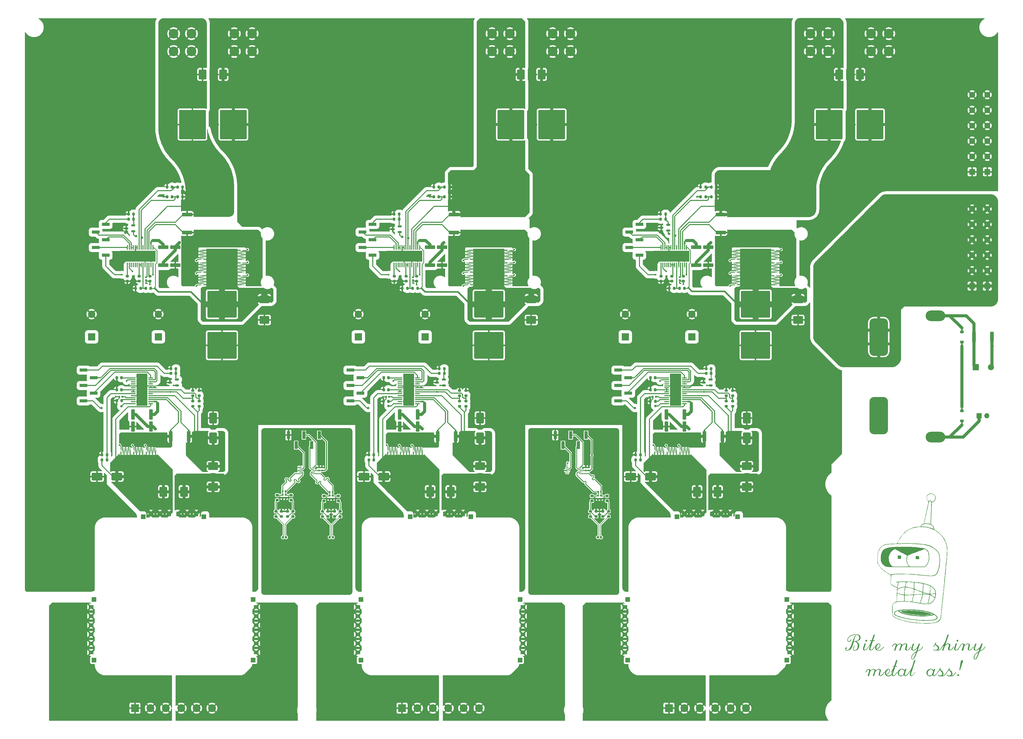
<source format=gtl>
%TF.GenerationSoftware,KiCad,Pcbnew,7.0.9*%
%TF.CreationDate,2025-04-01T10:19:45-06:00*%
%TF.ProjectId,2023-24_Power_Supply,32303233-2d32-4345-9f50-6f7765725f53,rev?*%
%TF.SameCoordinates,Original*%
%TF.FileFunction,Copper,L1,Top*%
%TF.FilePolarity,Positive*%
%FSLAX46Y46*%
G04 Gerber Fmt 4.6, Leading zero omitted, Abs format (unit mm)*
G04 Created by KiCad (PCBNEW 7.0.9) date 2025-04-01 10:19:45*
%MOMM*%
%LPD*%
G01*
G04 APERTURE LIST*
G04 Aperture macros list*
%AMRoundRect*
0 Rectangle with rounded corners*
0 $1 Rounding radius*
0 $2 $3 $4 $5 $6 $7 $8 $9 X,Y pos of 4 corners*
0 Add a 4 corners polygon primitive as box body*
4,1,4,$2,$3,$4,$5,$6,$7,$8,$9,$2,$3,0*
0 Add four circle primitives for the rounded corners*
1,1,$1+$1,$2,$3*
1,1,$1+$1,$4,$5*
1,1,$1+$1,$6,$7*
1,1,$1+$1,$8,$9*
0 Add four rect primitives between the rounded corners*
20,1,$1+$1,$2,$3,$4,$5,0*
20,1,$1+$1,$4,$5,$6,$7,0*
20,1,$1+$1,$6,$7,$8,$9,0*
20,1,$1+$1,$8,$9,$2,$3,0*%
G04 Aperture macros list end*
%ADD10C,0.200000*%
%TA.AperFunction,NonConductor*%
%ADD11C,0.200000*%
%TD*%
%TA.AperFunction,SMDPad,CuDef*%
%ADD12RoundRect,0.140000X0.170000X-0.140000X0.170000X0.140000X-0.170000X0.140000X-0.170000X-0.140000X0*%
%TD*%
%TA.AperFunction,SMDPad,CuDef*%
%ADD13RoundRect,0.250000X-1.425000X0.362500X-1.425000X-0.362500X1.425000X-0.362500X1.425000X0.362500X0*%
%TD*%
%TA.AperFunction,SMDPad,CuDef*%
%ADD14RoundRect,0.200000X-0.200000X-0.275000X0.200000X-0.275000X0.200000X0.275000X-0.200000X0.275000X0*%
%TD*%
%TA.AperFunction,SMDPad,CuDef*%
%ADD15RoundRect,0.200000X0.200000X0.275000X-0.200000X0.275000X-0.200000X-0.275000X0.200000X-0.275000X0*%
%TD*%
%TA.AperFunction,SMDPad,CuDef*%
%ADD16RoundRect,0.250000X0.362500X1.425000X-0.362500X1.425000X-0.362500X-1.425000X0.362500X-1.425000X0*%
%TD*%
%TA.AperFunction,ComponentPad*%
%ADD17C,3.200000*%
%TD*%
%TA.AperFunction,SMDPad,CuDef*%
%ADD18RoundRect,0.200000X0.275000X-0.200000X0.275000X0.200000X-0.275000X0.200000X-0.275000X-0.200000X0*%
%TD*%
%TA.AperFunction,SMDPad,CuDef*%
%ADD19RoundRect,0.250000X1.000000X-1.500000X1.000000X1.500000X-1.000000X1.500000X-1.000000X-1.500000X0*%
%TD*%
%TA.AperFunction,SMDPad,CuDef*%
%ADD20R,0.250000X0.775000*%
%TD*%
%TA.AperFunction,SMDPad,CuDef*%
%ADD21R,0.250000X1.800000*%
%TD*%
%TA.AperFunction,SMDPad,CuDef*%
%ADD22R,0.250000X1.625000*%
%TD*%
%TA.AperFunction,SMDPad,CuDef*%
%ADD23RoundRect,0.200000X-0.275000X0.200000X-0.275000X-0.200000X0.275000X-0.200000X0.275000X0.200000X0*%
%TD*%
%TA.AperFunction,SMDPad,CuDef*%
%ADD24R,2.510000X1.000000*%
%TD*%
%TA.AperFunction,SMDPad,CuDef*%
%ADD25RoundRect,0.250000X1.500000X1.000000X-1.500000X1.000000X-1.500000X-1.000000X1.500000X-1.000000X0*%
%TD*%
%TA.AperFunction,ComponentPad*%
%ADD26R,1.950000X1.950000*%
%TD*%
%TA.AperFunction,ComponentPad*%
%ADD27C,1.950000*%
%TD*%
%TA.AperFunction,SMDPad,CuDef*%
%ADD28RoundRect,0.250000X-1.400000X-1.000000X1.400000X-1.000000X1.400000X1.000000X-1.400000X1.000000X0*%
%TD*%
%TA.AperFunction,SMDPad,CuDef*%
%ADD29R,0.450000X1.500000*%
%TD*%
%TA.AperFunction,HeatsinkPad*%
%ADD30R,5.500000X3.000000*%
%TD*%
%TA.AperFunction,SMDPad,CuDef*%
%ADD31RoundRect,0.225000X0.225000X0.250000X-0.225000X0.250000X-0.225000X-0.250000X0.225000X-0.250000X0*%
%TD*%
%TA.AperFunction,ComponentPad*%
%ADD32R,2.400000X2.400000*%
%TD*%
%TA.AperFunction,ComponentPad*%
%ADD33C,2.400000*%
%TD*%
%TA.AperFunction,ComponentPad*%
%ADD34O,6.500000X3.500000*%
%TD*%
%TA.AperFunction,ComponentPad*%
%ADD35RoundRect,1.525000X1.525000X-2.375000X1.525000X2.375000X-1.525000X2.375000X-1.525000X-2.375000X0*%
%TD*%
%TA.AperFunction,SMDPad,CuDef*%
%ADD36R,0.775000X0.250000*%
%TD*%
%TA.AperFunction,SMDPad,CuDef*%
%ADD37R,1.800000X0.250000*%
%TD*%
%TA.AperFunction,SMDPad,CuDef*%
%ADD38R,1.625000X0.250000*%
%TD*%
%TA.AperFunction,SMDPad,CuDef*%
%ADD39RoundRect,0.225000X0.375000X-0.225000X0.375000X0.225000X-0.375000X0.225000X-0.375000X-0.225000X0*%
%TD*%
%TA.AperFunction,ComponentPad*%
%ADD40R,1.700000X1.700000*%
%TD*%
%TA.AperFunction,ComponentPad*%
%ADD41O,1.700000X1.700000*%
%TD*%
%TA.AperFunction,SMDPad,CuDef*%
%ADD42RoundRect,0.249999X-4.550001X4.150001X-4.550001X-4.150001X4.550001X-4.150001X4.550001X4.150001X0*%
%TD*%
%TA.AperFunction,SMDPad,CuDef*%
%ADD43RoundRect,0.225000X-0.250000X0.225000X-0.250000X-0.225000X0.250000X-0.225000X0.250000X0.225000X0*%
%TD*%
%TA.AperFunction,SMDPad,CuDef*%
%ADD44R,1.100000X0.250000*%
%TD*%
%TA.AperFunction,SMDPad,CuDef*%
%ADD45RoundRect,0.249999X-4.150001X-4.550001X4.150001X-4.550001X4.150001X4.550001X-4.150001X4.550001X0*%
%TD*%
%TA.AperFunction,SMDPad,CuDef*%
%ADD46R,1.500000X0.450000*%
%TD*%
%TA.AperFunction,HeatsinkPad*%
%ADD47R,3.000000X5.500000*%
%TD*%
%TA.AperFunction,SMDPad,CuDef*%
%ADD48RoundRect,0.150000X0.512500X0.150000X-0.512500X0.150000X-0.512500X-0.150000X0.512500X-0.150000X0*%
%TD*%
%TA.AperFunction,SMDPad,CuDef*%
%ADD49RoundRect,0.250000X1.000000X-1.400000X1.000000X1.400000X-1.000000X1.400000X-1.000000X-1.400000X0*%
%TD*%
%TA.AperFunction,SMDPad,CuDef*%
%ADD50RoundRect,0.140000X0.140000X0.170000X-0.140000X0.170000X-0.140000X-0.170000X0.140000X-0.170000X0*%
%TD*%
%TA.AperFunction,SMDPad,CuDef*%
%ADD51RoundRect,0.140000X-0.140000X-0.170000X0.140000X-0.170000X0.140000X0.170000X-0.140000X0.170000X0*%
%TD*%
%TA.AperFunction,SMDPad,CuDef*%
%ADD52R,1.000000X2.510000*%
%TD*%
%TA.AperFunction,SMDPad,CuDef*%
%ADD53RoundRect,0.140000X-0.170000X0.140000X-0.170000X-0.140000X0.170000X-0.140000X0.170000X0.140000X0*%
%TD*%
%TA.AperFunction,ComponentPad*%
%ADD54R,2.600000X2.600000*%
%TD*%
%TA.AperFunction,ComponentPad*%
%ADD55C,2.600000*%
%TD*%
%TA.AperFunction,SMDPad,CuDef*%
%ADD56R,1.600000X1.500000*%
%TD*%
%TA.AperFunction,SMDPad,CuDef*%
%ADD57R,1.500000X1.600000*%
%TD*%
%TA.AperFunction,SMDPad,CuDef*%
%ADD58R,1.200000X1.600000*%
%TD*%
%TA.AperFunction,SMDPad,CuDef*%
%ADD59R,1.600000X1.200000*%
%TD*%
%TA.AperFunction,ComponentPad*%
%ADD60R,2.000000X2.000000*%
%TD*%
%TA.AperFunction,ComponentPad*%
%ADD61C,2.000000*%
%TD*%
%TA.AperFunction,SMDPad,CuDef*%
%ADD62RoundRect,0.250000X-0.362500X-1.425000X0.362500X-1.425000X0.362500X1.425000X-0.362500X1.425000X0*%
%TD*%
%TA.AperFunction,SMDPad,CuDef*%
%ADD63RoundRect,0.225000X-0.375000X0.225000X-0.375000X-0.225000X0.375000X-0.225000X0.375000X0.225000X0*%
%TD*%
%TA.AperFunction,ViaPad*%
%ADD64C,0.800000*%
%TD*%
%TA.AperFunction,ViaPad*%
%ADD65C,0.600000*%
%TD*%
%TA.AperFunction,ViaPad*%
%ADD66C,4.000000*%
%TD*%
%TA.AperFunction,Conductor*%
%ADD67C,0.350000*%
%TD*%
%TA.AperFunction,Conductor*%
%ADD68C,0.300000*%
%TD*%
%TA.AperFunction,Conductor*%
%ADD69C,0.400000*%
%TD*%
%TA.AperFunction,Conductor*%
%ADD70C,0.250000*%
%TD*%
%TA.AperFunction,Conductor*%
%ADD71C,0.500000*%
%TD*%
%TA.AperFunction,Conductor*%
%ADD72C,1.000000*%
%TD*%
%TA.AperFunction,Conductor*%
%ADD73C,0.200000*%
%TD*%
G04 APERTURE END LIST*
D10*
D11*
G36*
X417621424Y-301340108D02*
G01*
X417350314Y-301882327D01*
X416822750Y-302152215D01*
X416144976Y-302321964D01*
X416589498Y-302472173D01*
X416867935Y-302745725D01*
X417129275Y-303274511D01*
X417129275Y-304053646D01*
X416870377Y-304831559D01*
X416598046Y-305112438D01*
X416072924Y-305375000D01*
X415518493Y-305375000D01*
X415214411Y-305069696D01*
X415214411Y-304529919D01*
X415475751Y-303728803D01*
X415662596Y-303800854D01*
X415404920Y-304555565D01*
X415404920Y-304997644D01*
X415591766Y-305183269D01*
X416009421Y-305183269D01*
X416458828Y-304737526D01*
X416690859Y-304035327D01*
X416690859Y-303333129D01*
X416461270Y-302876395D01*
X416236567Y-302650471D01*
X415778612Y-302420882D01*
X415382938Y-302420882D01*
X415157014Y-303334351D01*
X414905444Y-304082955D01*
X414652652Y-304599528D01*
X414126309Y-305116102D01*
X413359386Y-305375000D01*
X412812282Y-305375000D01*
X412506979Y-305068475D01*
X412506979Y-304498168D01*
X412848919Y-304155006D01*
X413226274Y-304537247D01*
X412890440Y-304884071D01*
X412747558Y-304739968D01*
X412961270Y-304536025D01*
X412848919Y-304420010D01*
X412695046Y-304573883D01*
X412695046Y-304995202D01*
X412885555Y-305183269D01*
X413317865Y-305183269D01*
X413769714Y-304959787D01*
X414239882Y-304241713D01*
X414485346Y-303755669D01*
X414968947Y-302270673D01*
X415472087Y-301031140D01*
X415722436Y-300513346D01*
X416005758Y-300228803D01*
X416147418Y-300366800D01*
X415884857Y-300622034D01*
X415651605Y-301341329D01*
X415430566Y-302210833D01*
X415790824Y-302210833D01*
X416737265Y-301972697D01*
X416952199Y-301752878D01*
X417185451Y-301293702D01*
X417185451Y-300843073D01*
X416952199Y-300382676D01*
X416748256Y-300173848D01*
X415324320Y-300173848D01*
X414608688Y-300410764D01*
X414136079Y-300653785D01*
X413667132Y-301126395D01*
X413433880Y-301589235D01*
X413433880Y-302023988D01*
X413623169Y-302210833D01*
X414040824Y-302210833D01*
X414242324Y-302002006D01*
X414506106Y-301479326D01*
X414672192Y-301578244D01*
X414405967Y-302118021D01*
X414115318Y-302403785D01*
X413551117Y-302403785D01*
X413245813Y-302096039D01*
X413245813Y-301540387D01*
X413503490Y-301010380D01*
X414021284Y-300490143D01*
X414534194Y-300239794D01*
X415295011Y-299982117D01*
X416811759Y-299982117D01*
X417350314Y-300254448D01*
X417621424Y-300795446D01*
X417621424Y-301340108D01*
G37*
G36*
X419885555Y-302064288D02*
G01*
X419508200Y-302441643D01*
X419129624Y-302064288D01*
X419508200Y-301685711D01*
X419885555Y-302064288D01*
G37*
G36*
X420350838Y-304052424D02*
G01*
X419826937Y-304835223D01*
X419565597Y-305103890D01*
X418997732Y-305379884D01*
X418427425Y-305081908D01*
X418427425Y-304520150D01*
X418930566Y-302992411D01*
X419212666Y-302992411D01*
X419364097Y-303054692D01*
X418863399Y-304545795D01*
X418863399Y-304986653D01*
X419038033Y-305151517D01*
X419449582Y-304943911D01*
X419680391Y-304717986D01*
X420182310Y-303959612D01*
X420350838Y-304052424D01*
G37*
G36*
X422352408Y-300117672D02*
G01*
X421725925Y-301988572D01*
X422287684Y-301988572D01*
X422287684Y-302179082D01*
X421658758Y-302179082D01*
X420866190Y-304554344D01*
X420866190Y-304993981D01*
X421040824Y-305158845D01*
X421449931Y-304959787D01*
X422202199Y-303957170D01*
X422343859Y-304076849D01*
X421570831Y-305102669D01*
X421016400Y-305379884D01*
X420430217Y-305089235D01*
X420430217Y-304528698D01*
X420961445Y-303058356D01*
X420853978Y-303358775D01*
X420341068Y-304128140D01*
X420176204Y-304034106D01*
X420686672Y-303264741D01*
X421178821Y-302293876D01*
X421216679Y-302179082D01*
X420733078Y-302179082D01*
X420733078Y-301988572D01*
X421276518Y-301988572D01*
X421918877Y-300060275D01*
X422197314Y-300060275D01*
X422352408Y-300117672D01*
G37*
G36*
X425341940Y-304053646D02*
G01*
X424811933Y-304855983D01*
X424030356Y-305375000D01*
X423242673Y-305375000D01*
X422700454Y-305102669D01*
X422433008Y-304559228D01*
X422433008Y-304017009D01*
X422691906Y-303487002D01*
X422960573Y-303215893D01*
X423489358Y-302952110D01*
X423797104Y-302952110D01*
X424102408Y-303258635D01*
X424102408Y-303815509D01*
X423839847Y-304345516D01*
X423571180Y-304616625D01*
X423035067Y-304885293D01*
X422936148Y-304717986D01*
X423455164Y-304452983D01*
X423677425Y-304230722D01*
X423910677Y-303766660D01*
X423910677Y-303331908D01*
X423720168Y-303143841D01*
X423549198Y-303143841D01*
X423102233Y-303601796D01*
X422868982Y-304062194D01*
X422868982Y-304746074D01*
X423302513Y-305183269D01*
X423979065Y-305183269D01*
X424673936Y-304713101D01*
X425173413Y-303959612D01*
X425341940Y-304053646D01*
G37*
G36*
X434287335Y-304048761D02*
G01*
X433759770Y-304834002D01*
X433502094Y-305102669D01*
X432931787Y-305382327D01*
X432893929Y-305351796D01*
X432361480Y-305081908D01*
X432361480Y-304520150D01*
X432609386Y-303777651D01*
X432609386Y-303336793D01*
X432418877Y-303149947D01*
X432235695Y-303149947D01*
X431777739Y-303383199D01*
X431311236Y-303842376D01*
X430817865Y-305329815D01*
X430538207Y-305329815D01*
X430383113Y-305269975D01*
X430885032Y-303777651D01*
X430885032Y-303336793D01*
X430698186Y-303149947D01*
X430511340Y-303149947D01*
X430053385Y-303383199D01*
X429586881Y-303842376D01*
X429093511Y-305329815D01*
X428813852Y-305329815D01*
X428659979Y-305269975D01*
X429160677Y-303777651D01*
X429160677Y-303338014D01*
X428989707Y-303173150D01*
X428580601Y-303372208D01*
X428088451Y-304118370D01*
X427923587Y-304024337D01*
X428458479Y-303228105D01*
X429010468Y-302947226D01*
X429599093Y-303234211D01*
X429599093Y-303559054D01*
X429938591Y-303213450D01*
X430463713Y-302952110D01*
X430758026Y-302952110D01*
X431323448Y-303234211D01*
X431323448Y-303557833D01*
X431659282Y-303213450D01*
X432189289Y-302952110D01*
X432482380Y-302952110D01*
X433044139Y-303235432D01*
X433044139Y-303803297D01*
X432799896Y-304543353D01*
X432799896Y-304985432D01*
X432970866Y-305150296D01*
X433383636Y-304942690D01*
X433616888Y-304714323D01*
X434120028Y-303955949D01*
X434287335Y-304048761D01*
G37*
G36*
X435283845Y-303091329D02*
G01*
X434783148Y-304565334D01*
X434783148Y-305000087D01*
X434972436Y-305184490D01*
X435156839Y-305184490D01*
X435613573Y-304958565D01*
X436094732Y-304489619D01*
X436573448Y-303775209D01*
X436817691Y-303030268D01*
X437101012Y-303030268D01*
X437254885Y-303090108D01*
X436751745Y-304598307D01*
X436409805Y-305437281D01*
X436856769Y-305213799D01*
X437573622Y-304737526D01*
X438073099Y-303992585D01*
X438241626Y-304085397D01*
X437711619Y-304879187D01*
X436950803Y-305381106D01*
X436302338Y-305699842D01*
X435757677Y-307049284D01*
X435250873Y-308061671D01*
X434667132Y-308353541D01*
X434347174Y-308026256D01*
X434347174Y-307946877D01*
X434535241Y-307946877D01*
X434709875Y-308111741D01*
X435107991Y-307915125D01*
X435586707Y-306720778D01*
X435851710Y-305908670D01*
X435485346Y-306095516D01*
X434770936Y-306802599D01*
X434535241Y-307506018D01*
X434535241Y-307946877D01*
X434347174Y-307946877D01*
X434347174Y-307484036D01*
X434603629Y-306708565D01*
X435369330Y-305934316D01*
X435872471Y-305687630D01*
X435933531Y-305650994D01*
X436474529Y-304181873D01*
X436237614Y-304600750D01*
X435732031Y-305113660D01*
X435202024Y-305375000D01*
X434902827Y-305375000D01*
X434880845Y-305364009D01*
X434347174Y-305095341D01*
X434347174Y-304539689D01*
X434850314Y-303030268D01*
X435132415Y-303030268D01*
X435283845Y-303091329D01*
G37*
G36*
X444715283Y-304070743D02*
G01*
X444185276Y-304863311D01*
X443403699Y-305375000D01*
X442125088Y-305375000D01*
X441574320Y-305101448D01*
X441668354Y-304936584D01*
X442170273Y-305184490D01*
X442602582Y-305184490D01*
X443036113Y-304754623D01*
X443036113Y-304327198D01*
X442802862Y-303874127D01*
X442298500Y-303368545D01*
X442298500Y-303236653D01*
X442230112Y-303372208D01*
X441717202Y-304136688D01*
X441552338Y-304045097D01*
X442062806Y-303279396D01*
X442489009Y-302436758D01*
X442489009Y-303278175D01*
X443205862Y-303752006D01*
X443475751Y-304280792D01*
X443475751Y-304826674D01*
X443191208Y-305116102D01*
X443050768Y-305184490D01*
X443352408Y-305184490D01*
X444047279Y-304721650D01*
X444546755Y-303980373D01*
X444715283Y-304070743D01*
G37*
G36*
X448433880Y-304051203D02*
G01*
X447909979Y-304838886D01*
X447648640Y-305108775D01*
X447095430Y-305379884D01*
X446506804Y-305089235D01*
X446506804Y-304528698D01*
X446754711Y-303788642D01*
X446754711Y-303347784D01*
X446567865Y-303162159D01*
X446381019Y-303162159D01*
X445924285Y-303395411D01*
X445457781Y-303853367D01*
X444963190Y-305337142D01*
X444684753Y-305337142D01*
X444533322Y-305276081D01*
X445317342Y-303058356D01*
X445209875Y-303358775D01*
X444696965Y-304128140D01*
X444532101Y-304034106D01*
X445042568Y-303264741D01*
X445534718Y-302293876D01*
X446274774Y-300060275D01*
X446553210Y-300060275D01*
X446708305Y-300115230D01*
X445589672Y-303430826D01*
X445808270Y-303213450D01*
X446335834Y-302952110D01*
X446635032Y-302952110D01*
X446657014Y-302964323D01*
X447193127Y-303236653D01*
X447193127Y-303805739D01*
X446946441Y-304548237D01*
X446946441Y-304991538D01*
X447117411Y-305157623D01*
X447530182Y-304948796D01*
X447762213Y-304720429D01*
X448265353Y-303958391D01*
X448433880Y-304051203D01*
G37*
G36*
X449961619Y-302064288D02*
G01*
X449584264Y-302441643D01*
X449205688Y-302064288D01*
X449584264Y-301685711D01*
X449961619Y-302064288D01*
G37*
G36*
X450426902Y-304052424D02*
G01*
X449903001Y-304835223D01*
X449641661Y-305103890D01*
X449073797Y-305379884D01*
X448503490Y-305081908D01*
X448503490Y-304520150D01*
X449006630Y-302992411D01*
X449288730Y-302992411D01*
X449440161Y-303054692D01*
X448939463Y-304545795D01*
X448939463Y-304986653D01*
X449114097Y-305151517D01*
X449525646Y-304943911D01*
X449756455Y-304717986D01*
X450258374Y-303959612D01*
X450426902Y-304052424D01*
G37*
G36*
X454891661Y-304048761D02*
G01*
X454367760Y-304834002D01*
X454106421Y-305102669D01*
X453548326Y-305379884D01*
X452965806Y-305081908D01*
X452965806Y-304520150D01*
X453213713Y-303777651D01*
X453213713Y-303336793D01*
X453026867Y-303149947D01*
X452840021Y-303149947D01*
X452382066Y-303383199D01*
X451915562Y-303842376D01*
X451422192Y-305329815D01*
X451142534Y-305329815D01*
X450988661Y-305269975D01*
X451489358Y-303777651D01*
X451489358Y-303338014D01*
X451318388Y-303173150D01*
X450909282Y-303372208D01*
X450417132Y-304118370D01*
X450252268Y-304024337D01*
X450787160Y-303228105D01*
X451339149Y-302947226D01*
X451927774Y-303234211D01*
X451927774Y-303559054D01*
X452267272Y-303213450D01*
X452792394Y-302952110D01*
X453086707Y-302952110D01*
X453652129Y-303235432D01*
X453652129Y-303803297D01*
X453404222Y-304551901D01*
X453378577Y-304985432D01*
X453567865Y-305151517D01*
X453987963Y-304942690D01*
X454221215Y-304714323D01*
X454724355Y-303955949D01*
X454891661Y-304048761D01*
G37*
G36*
X455893057Y-303091329D02*
G01*
X455392359Y-304565334D01*
X455392359Y-305000087D01*
X455581647Y-305184490D01*
X455766051Y-305184490D01*
X456222785Y-304958565D01*
X456703943Y-304489619D01*
X457182659Y-303775209D01*
X457426902Y-303030268D01*
X457710224Y-303030268D01*
X457864097Y-303090108D01*
X457360956Y-304598307D01*
X457019016Y-305437281D01*
X457465981Y-305213799D01*
X458182834Y-304737526D01*
X458682310Y-303992585D01*
X458850838Y-304085397D01*
X458320831Y-304879187D01*
X457560014Y-305381106D01*
X456911550Y-305699842D01*
X456366888Y-307049284D01*
X455860084Y-308061671D01*
X455276344Y-308353541D01*
X454956386Y-308026256D01*
X454956386Y-307946877D01*
X455144453Y-307946877D01*
X455319086Y-308111741D01*
X455717202Y-307915125D01*
X456195918Y-306720778D01*
X456460922Y-305908670D01*
X456094557Y-306095516D01*
X455380147Y-306802599D01*
X455144453Y-307506018D01*
X455144453Y-307946877D01*
X454956386Y-307946877D01*
X454956386Y-307484036D01*
X455212841Y-306708565D01*
X455978542Y-305934316D01*
X456481682Y-305687630D01*
X456542743Y-305650994D01*
X457083741Y-304181873D01*
X456846825Y-304600750D01*
X456341243Y-305113660D01*
X455811236Y-305375000D01*
X455512038Y-305375000D01*
X455490056Y-305364009D01*
X454956386Y-305095341D01*
X454956386Y-304539689D01*
X455459526Y-303030268D01*
X455741626Y-303030268D01*
X455893057Y-303091329D01*
G37*
G36*
X425553210Y-312448761D02*
G01*
X425025645Y-313234002D01*
X424767969Y-313502669D01*
X424197662Y-313782327D01*
X424159804Y-313751796D01*
X423627355Y-313481908D01*
X423627355Y-312920150D01*
X423875261Y-312177651D01*
X423875261Y-311736793D01*
X423684752Y-311549947D01*
X423501570Y-311549947D01*
X423043614Y-311783199D01*
X422577111Y-312242376D01*
X422083740Y-313729815D01*
X421804082Y-313729815D01*
X421648988Y-313669975D01*
X422150907Y-312177651D01*
X422150907Y-311736793D01*
X421964061Y-311549947D01*
X421777215Y-311549947D01*
X421319260Y-311783199D01*
X420852756Y-312242376D01*
X420359385Y-313729815D01*
X420079727Y-313729815D01*
X419925854Y-313669975D01*
X420426552Y-312177651D01*
X420426552Y-311738014D01*
X420255582Y-311573150D01*
X419846475Y-311772208D01*
X419354326Y-312518370D01*
X419189462Y-312424337D01*
X419724354Y-311628105D01*
X420276343Y-311347226D01*
X420864968Y-311634211D01*
X420864968Y-311959054D01*
X421204466Y-311613450D01*
X421729588Y-311352110D01*
X422023900Y-311352110D01*
X422589323Y-311634211D01*
X422589323Y-311957833D01*
X422925157Y-311613450D01*
X423455164Y-311352110D01*
X423748255Y-311352110D01*
X424310014Y-311635432D01*
X424310014Y-312203297D01*
X424065771Y-312943353D01*
X424065771Y-313385432D01*
X424236741Y-313550296D01*
X424649511Y-313342690D01*
X424882763Y-313114323D01*
X425385903Y-312355949D01*
X425553210Y-312448761D01*
G37*
G36*
X428521981Y-312453646D02*
G01*
X427991974Y-313255983D01*
X427210397Y-313775000D01*
X426422714Y-313775000D01*
X425880495Y-313502669D01*
X425613049Y-312959228D01*
X425613049Y-312417009D01*
X425871947Y-311887002D01*
X426140614Y-311615893D01*
X426669399Y-311352110D01*
X426977145Y-311352110D01*
X427282449Y-311658635D01*
X427282449Y-312215509D01*
X427019888Y-312745516D01*
X426751221Y-313016625D01*
X426215108Y-313285293D01*
X426116189Y-313117986D01*
X426635205Y-312852983D01*
X426857466Y-312630722D01*
X427090718Y-312166660D01*
X427090718Y-311731908D01*
X426900209Y-311543841D01*
X426729239Y-311543841D01*
X426282274Y-312001796D01*
X426049023Y-312462194D01*
X426049023Y-313146074D01*
X426482554Y-313583269D01*
X427159106Y-313583269D01*
X427853977Y-313113101D01*
X428353454Y-312359612D01*
X428521981Y-312453646D01*
G37*
G36*
X429782274Y-308517672D02*
G01*
X429155792Y-310388572D01*
X429717550Y-310388572D01*
X429717550Y-310579082D01*
X429088625Y-310579082D01*
X428296057Y-312954344D01*
X428296057Y-313393981D01*
X428470690Y-313558845D01*
X428879797Y-313359787D01*
X429632065Y-312357170D01*
X429773726Y-312476849D01*
X429000697Y-313502669D01*
X428446266Y-313779884D01*
X427860083Y-313489235D01*
X427860083Y-312928698D01*
X428391311Y-311458356D01*
X428283845Y-311758775D01*
X427770935Y-312528140D01*
X427606071Y-312434106D01*
X428116538Y-311664741D01*
X428608688Y-310693876D01*
X428646545Y-310579082D01*
X428162944Y-310579082D01*
X428162944Y-310388572D01*
X428706385Y-310388572D01*
X429348743Y-308460275D01*
X429627180Y-308460275D01*
X429782274Y-308517672D01*
G37*
G36*
X432000000Y-311623220D02*
G01*
X432157536Y-311938293D01*
X432333391Y-311386304D01*
X432616713Y-311386304D01*
X432770586Y-311448586D01*
X432269888Y-312943353D01*
X432269888Y-313385432D01*
X432440858Y-313550296D01*
X432853628Y-313342690D01*
X433086880Y-313114323D01*
X433588799Y-312355949D01*
X433757327Y-312448761D01*
X433229762Y-313234002D01*
X432968422Y-313502669D01*
X432409106Y-313778663D01*
X432370027Y-313764009D01*
X431831472Y-313492899D01*
X431831472Y-313345132D01*
X431752093Y-313503890D01*
X431213538Y-313775000D01*
X430665212Y-313775000D01*
X430643231Y-313762787D01*
X430130321Y-313502669D01*
X429956632Y-313149738D01*
X430298848Y-313149738D01*
X430732379Y-313583269D01*
X431164689Y-313583269D01*
X431611653Y-313363450D01*
X431841242Y-312904274D01*
X432069609Y-312213066D01*
X431854675Y-311779535D01*
X431411374Y-311559717D01*
X430979064Y-311559717D01*
X430532100Y-312014009D01*
X430298848Y-312471964D01*
X430298848Y-313149738D01*
X429956632Y-313149738D01*
X429862875Y-312959228D01*
X429862875Y-312417009D01*
X430121772Y-311887002D01*
X430390439Y-311615893D01*
X430913119Y-311352110D01*
X431457780Y-311352110D01*
X432000000Y-311623220D01*
G37*
G36*
X435746685Y-308517672D02*
G01*
X434260467Y-312954344D01*
X434260467Y-313393981D01*
X434435101Y-313558845D01*
X434844208Y-313359787D01*
X435596475Y-312357170D01*
X435738136Y-312476849D01*
X434965108Y-313502669D01*
X434410676Y-313779884D01*
X433824494Y-313489235D01*
X433824494Y-312928698D01*
X434355722Y-311458356D01*
X434248255Y-311758775D01*
X433735345Y-312528140D01*
X433570481Y-312434106D01*
X434080949Y-311664741D01*
X434573098Y-310693876D01*
X435313154Y-308460275D01*
X435591591Y-308460275D01*
X435746685Y-308517672D01*
G37*
G36*
X441461967Y-311623220D02*
G01*
X441619504Y-311938293D01*
X441795359Y-311386304D01*
X442078681Y-311386304D01*
X442232554Y-311448586D01*
X441731856Y-312943353D01*
X441731856Y-313385432D01*
X441902826Y-313550296D01*
X442315596Y-313342690D01*
X442548848Y-313114323D01*
X443050767Y-312355949D01*
X443219295Y-312448761D01*
X442691730Y-313234002D01*
X442430390Y-313502669D01*
X441871074Y-313778663D01*
X441831995Y-313764009D01*
X441293440Y-313492899D01*
X441293440Y-313345132D01*
X441214061Y-313503890D01*
X440675505Y-313775000D01*
X440127180Y-313775000D01*
X440105198Y-313762787D01*
X439592288Y-313502669D01*
X439418599Y-313149738D01*
X439760816Y-313149738D01*
X440194347Y-313583269D01*
X440626657Y-313583269D01*
X441073621Y-313363450D01*
X441303210Y-312904274D01*
X441531577Y-312213066D01*
X441316643Y-311779535D01*
X440873342Y-311559717D01*
X440441032Y-311559717D01*
X439994068Y-312014009D01*
X439760816Y-312471964D01*
X439760816Y-313149738D01*
X439418599Y-313149738D01*
X439324843Y-312959228D01*
X439324843Y-312417009D01*
X439583740Y-311887002D01*
X439852407Y-311615893D01*
X440375087Y-311352110D01*
X440919748Y-311352110D01*
X441461967Y-311623220D01*
G37*
G36*
X446195394Y-312470743D02*
G01*
X445665387Y-313263311D01*
X444883810Y-313775000D01*
X443605198Y-313775000D01*
X443054431Y-313501448D01*
X443148464Y-313336584D01*
X443650383Y-313584490D01*
X444082693Y-313584490D01*
X444516224Y-313154623D01*
X444516224Y-312727198D01*
X444282972Y-312274127D01*
X443778611Y-311768545D01*
X443778611Y-311636653D01*
X443710223Y-311772208D01*
X443197313Y-312536688D01*
X443032449Y-312445097D01*
X443542917Y-311679396D01*
X443969120Y-310836758D01*
X443969120Y-311678175D01*
X444685973Y-312152006D01*
X444955861Y-312680792D01*
X444955861Y-313226674D01*
X444671318Y-313516102D01*
X444530879Y-313584490D01*
X444832519Y-313584490D01*
X445527390Y-313121650D01*
X446026866Y-312380373D01*
X446195394Y-312470743D01*
G37*
G36*
X449175157Y-312470743D02*
G01*
X448645150Y-313263311D01*
X447863572Y-313775000D01*
X446584961Y-313775000D01*
X446034194Y-313501448D01*
X446128227Y-313336584D01*
X446630146Y-313584490D01*
X447062456Y-313584490D01*
X447495987Y-313154623D01*
X447495987Y-312727198D01*
X447262735Y-312274127D01*
X446758374Y-311768545D01*
X446758374Y-311636653D01*
X446689986Y-311772208D01*
X446177076Y-312536688D01*
X446012212Y-312445097D01*
X446522679Y-311679396D01*
X446948883Y-310836758D01*
X446948883Y-311678175D01*
X447665736Y-312152006D01*
X447935624Y-312680792D01*
X447935624Y-313226674D01*
X447651081Y-313516102D01*
X447510642Y-313584490D01*
X447812281Y-313584490D01*
X448507152Y-313121650D01*
X449006629Y-312380373D01*
X449175157Y-312470743D01*
G37*
G36*
X451418527Y-308720394D02*
G01*
X450407362Y-311764881D01*
X450222958Y-311720917D01*
X450732205Y-308698412D01*
X451064375Y-308366242D01*
X451418527Y-308720394D01*
G37*
G36*
X450214410Y-313415963D02*
G01*
X449832170Y-313790875D01*
X449453593Y-313415963D01*
X449832170Y-313038607D01*
X450214410Y-313415963D01*
G37*
%TA.AperFunction,EtchedComponent*%
%TO.C,G\u002A\u002A\u002A*%
G36*
X436297132Y-274149239D02*
G01*
X436416925Y-274152089D01*
X436923045Y-274167653D01*
X436939081Y-274569769D01*
X436948827Y-274843064D01*
X436941366Y-275026296D01*
X436900424Y-275136796D01*
X436809727Y-275191898D01*
X436653000Y-275208934D01*
X436413969Y-275205235D01*
X436344282Y-275203236D01*
X435795349Y-275187949D01*
X435779897Y-274690319D01*
X435776116Y-274440627D01*
X435784673Y-274280749D01*
X435807442Y-274193608D01*
X435837625Y-274164606D01*
X435920979Y-274153898D01*
X436083517Y-274148573D01*
X436297132Y-274149239D01*
G37*
%TD.AperFunction*%
%TA.AperFunction,EtchedComponent*%
G36*
X430388455Y-273988377D02*
G01*
X430483320Y-273990904D01*
X430962368Y-274006554D01*
X430977656Y-274523376D01*
X430983336Y-274779238D01*
X430970356Y-274946514D01*
X430920884Y-275044015D01*
X430817087Y-275090552D01*
X430641130Y-275104936D01*
X430425370Y-275105933D01*
X430175614Y-275103824D01*
X430013221Y-275084823D01*
X429919400Y-275029920D01*
X429875355Y-274920105D01*
X429862293Y-274736369D01*
X429861523Y-274535603D01*
X429866274Y-274276227D01*
X429881776Y-274109894D01*
X429909903Y-274022616D01*
X429932897Y-274002644D01*
X430016191Y-273992028D01*
X430177724Y-273987066D01*
X430388455Y-273988377D01*
G37*
%TD.AperFunction*%
%TA.AperFunction,EtchedComponent*%
G36*
X433924174Y-292180150D02*
G01*
X434300275Y-292183724D01*
X434648361Y-292190146D01*
X434953390Y-292199440D01*
X435200320Y-292211632D01*
X435374108Y-292226747D01*
X436297688Y-292295057D01*
X436451125Y-292308405D01*
X436681396Y-292329943D01*
X436924234Y-292344851D01*
X437417570Y-292415879D01*
X437598768Y-292450000D01*
X437704730Y-292465707D01*
X437740000Y-292470731D01*
X438107731Y-292516620D01*
X438477577Y-292573840D01*
X438791994Y-292635461D01*
X439026274Y-292697142D01*
X439044186Y-292703092D01*
X439178436Y-292744409D01*
X439446935Y-292812194D01*
X439569516Y-292841644D01*
X439979294Y-292946825D01*
X440091332Y-292983416D01*
X440201499Y-293027943D01*
X440252432Y-293046208D01*
X440369950Y-293088350D01*
X440494081Y-293129918D01*
X440668664Y-293196745D01*
X440682030Y-293203629D01*
X441071354Y-293371429D01*
X441064515Y-293381402D01*
X440969243Y-293403216D01*
X440199992Y-293558854D01*
X439841621Y-293592394D01*
X439421087Y-293620000D01*
X439266203Y-293626914D01*
X437964123Y-293675997D01*
X437791650Y-293679149D01*
X437570724Y-293671684D01*
X437441380Y-293663209D01*
X437143506Y-293642024D01*
X436790912Y-293619543D01*
X436424450Y-293598152D01*
X436084973Y-293580242D01*
X435822199Y-293550000D01*
X435459971Y-293510000D01*
X435240691Y-293480000D01*
X434949578Y-293450000D01*
X434692682Y-293425828D01*
X434479736Y-293405667D01*
X434330845Y-293385207D01*
X434216084Y-293370000D01*
X434088739Y-293340000D01*
X433929282Y-293310000D01*
X433693088Y-293268034D01*
X433450803Y-293231130D01*
X433325159Y-293206984D01*
X433131777Y-293167681D01*
X432954099Y-293136119D01*
X432895561Y-293127460D01*
X432719816Y-293090633D01*
X432577526Y-293045740D01*
X432444559Y-293010738D01*
X432230113Y-292955214D01*
X432106543Y-292912051D01*
X431986453Y-292882816D01*
X431760855Y-292821617D01*
X431517138Y-292734528D01*
X431409180Y-292687858D01*
X431220448Y-292599270D01*
X431045547Y-292517521D01*
X430964541Y-292479864D01*
X430843189Y-292436420D01*
X430764885Y-292385812D01*
X430873135Y-292329667D01*
X430892431Y-292321347D01*
X431027867Y-292290000D01*
X431132983Y-292275564D01*
X431770632Y-292232754D01*
X431921645Y-292217098D01*
X431928965Y-292216682D01*
X432149941Y-292204114D01*
X432440477Y-292193827D01*
X432778210Y-292186262D01*
X433148100Y-292181444D01*
X433535102Y-292179398D01*
X433924174Y-292180150D01*
G37*
%TD.AperFunction*%
%TA.AperFunction,EtchedComponent*%
G36*
X432902938Y-271141909D02*
G01*
X433355146Y-271146489D01*
X433755557Y-271154794D01*
X434118061Y-271167048D01*
X434456550Y-271183478D01*
X434784916Y-271204310D01*
X434855603Y-271209390D01*
X435641188Y-271269759D01*
X436327973Y-271329050D01*
X436924526Y-271388701D01*
X437439418Y-271450144D01*
X437881218Y-271514815D01*
X438258496Y-271584148D01*
X438579821Y-271659577D01*
X438853763Y-271742539D01*
X438866036Y-271747337D01*
X439088891Y-271834466D01*
X439293774Y-271936794D01*
X439332187Y-271958817D01*
X439547603Y-272126310D01*
X439761623Y-272363548D01*
X439946259Y-272636220D01*
X440043414Y-272830713D01*
X440117881Y-273071499D01*
X440180285Y-273393958D01*
X440229240Y-273772897D01*
X440263361Y-274183122D01*
X440281260Y-274599439D01*
X440281550Y-274996655D01*
X440262846Y-275349575D01*
X440223760Y-275633006D01*
X440202440Y-275720139D01*
X440061433Y-276124840D01*
X439879614Y-276524407D01*
X439669493Y-276898564D01*
X439443578Y-277227031D01*
X439214379Y-277489530D01*
X439006907Y-277658139D01*
X438748838Y-277819239D01*
X432492812Y-277815480D01*
X431534816Y-277815204D01*
X430678067Y-277815318D01*
X429916417Y-277815415D01*
X429243715Y-277815084D01*
X428653813Y-277813917D01*
X428140562Y-277811506D01*
X427697812Y-277807441D01*
X427319414Y-277801315D01*
X426999219Y-277792718D01*
X426731077Y-277781242D01*
X426508840Y-277766477D01*
X426326358Y-277748015D01*
X426177483Y-277725448D01*
X426056064Y-277698367D01*
X425955952Y-277666363D01*
X425870999Y-277629026D01*
X425795055Y-277585950D01*
X425721971Y-277536724D01*
X425645597Y-277480940D01*
X425559785Y-277418190D01*
X425458385Y-277348064D01*
X425458140Y-277347901D01*
X425080734Y-277058686D01*
X424784850Y-276738677D01*
X424544621Y-276358354D01*
X424482879Y-276235095D01*
X424420097Y-276099460D01*
X424374964Y-275982230D01*
X424344078Y-275861197D01*
X424324035Y-275714155D01*
X424311432Y-275518895D01*
X424302866Y-275253210D01*
X424297736Y-275026850D01*
X424293612Y-274721720D01*
X426932220Y-274721720D01*
X426937602Y-275018299D01*
X426957853Y-275318113D01*
X426991817Y-275586968D01*
X427019707Y-275724947D01*
X427200167Y-276295126D01*
X427439032Y-276791925D01*
X427731502Y-277206977D01*
X428042800Y-277508647D01*
X428265643Y-277684989D01*
X430916226Y-277684989D01*
X431553132Y-277683954D01*
X432110858Y-277680904D01*
X432585005Y-277675927D01*
X432971171Y-277669107D01*
X433264957Y-277660532D01*
X433461963Y-277650287D01*
X433557788Y-277638459D01*
X433566808Y-277633158D01*
X433534010Y-277564470D01*
X433451311Y-277451847D01*
X433406650Y-277398917D01*
X433232256Y-277155761D01*
X433066303Y-276845452D01*
X432927496Y-276507744D01*
X432834798Y-276183617D01*
X432769081Y-275658152D01*
X432772478Y-275409457D01*
X432930841Y-275409457D01*
X432944263Y-275764555D01*
X432985175Y-276078198D01*
X432995534Y-276127695D01*
X433115935Y-276516052D01*
X433294814Y-276902319D01*
X433511570Y-277246064D01*
X433651653Y-277415526D01*
X433906620Y-277688107D01*
X436327729Y-277673123D01*
X438748838Y-277658139D01*
X438939512Y-277512253D01*
X439141775Y-277316829D01*
X439354722Y-277040877D01*
X439564546Y-276708437D01*
X439757443Y-276343553D01*
X439919606Y-275970265D01*
X440037229Y-275612615D01*
X440042949Y-275590697D01*
X440089936Y-275312389D01*
X440111701Y-274964223D01*
X440110254Y-274571122D01*
X440087606Y-274158010D01*
X440045766Y-273749813D01*
X439986745Y-273371453D01*
X439912553Y-273047855D01*
X439825200Y-272803943D01*
X439816819Y-272786866D01*
X439615165Y-272462885D01*
X439376692Y-272203705D01*
X439145385Y-272043348D01*
X439044327Y-271992927D01*
X438956289Y-271958364D01*
X438866036Y-271942307D01*
X438758335Y-271947403D01*
X438617950Y-271976298D01*
X438429647Y-272031640D01*
X438178190Y-272116076D01*
X437848346Y-272232253D01*
X437647992Y-272303525D01*
X437398340Y-272393959D01*
X437094472Y-272506394D01*
X436782223Y-272623784D01*
X436600846Y-272692990D01*
X436322596Y-272798748D01*
X435983255Y-272925917D01*
X435622814Y-273059604D01*
X435281258Y-273184914D01*
X435231502Y-273203021D01*
X434728943Y-273385975D01*
X434317612Y-273536988D01*
X433987689Y-273660518D01*
X433729359Y-273761022D01*
X433532803Y-273842957D01*
X433388205Y-273910780D01*
X433285746Y-273968949D01*
X433215610Y-274021920D01*
X433167980Y-274074152D01*
X433133037Y-274130101D01*
X433115939Y-274163527D01*
X433037457Y-274389937D01*
X432979243Y-274692696D01*
X432943103Y-275042353D01*
X432930841Y-275409457D01*
X432772478Y-275409457D01*
X432777237Y-275060974D01*
X432859344Y-274389409D01*
X432894295Y-274194503D01*
X432909238Y-274091481D01*
X432892699Y-274021379D01*
X432825483Y-273960124D01*
X432688393Y-273883643D01*
X432617477Y-273847358D01*
X432396457Y-273730888D01*
X432164316Y-273602609D01*
X432036364Y-273528666D01*
X431927891Y-273466481D01*
X431775315Y-273382958D01*
X431571316Y-273274289D01*
X431308579Y-273136665D01*
X430979787Y-272966278D01*
X430577622Y-272759319D01*
X430094766Y-272511981D01*
X429523904Y-272220454D01*
X429473171Y-272194577D01*
X428950570Y-271928038D01*
X428642780Y-272054399D01*
X428303652Y-272244396D01*
X427972834Y-272524683D01*
X427663136Y-272878246D01*
X427387371Y-273288072D01*
X427158349Y-273737144D01*
X426988882Y-274208450D01*
X426970687Y-274275053D01*
X426942863Y-274462573D01*
X426932220Y-274721720D01*
X424293612Y-274721720D01*
X424292764Y-274658934D01*
X424296827Y-274370985D01*
X424311653Y-274135821D01*
X424338970Y-273926258D01*
X424380506Y-273715112D01*
X424381377Y-273711205D01*
X424521467Y-273189653D01*
X424692508Y-272759887D01*
X424904110Y-272408433D01*
X425165883Y-272121821D01*
X425487437Y-271886576D01*
X425798687Y-271724265D01*
X426032256Y-271626179D01*
X426271198Y-271544298D01*
X426536366Y-271473673D01*
X426848609Y-271409355D01*
X427228779Y-271346393D01*
X427635559Y-271288249D01*
X427849101Y-271260549D01*
X428055928Y-271237258D01*
X428268425Y-271217875D01*
X428498977Y-271201900D01*
X428759967Y-271188830D01*
X428950570Y-271182140D01*
X429063780Y-271178167D01*
X429422799Y-271169407D01*
X429849410Y-271162051D01*
X430355995Y-271155598D01*
X430954939Y-271149546D01*
X431096618Y-271148252D01*
X431787566Y-271143016D01*
X432385042Y-271140827D01*
X432902938Y-271141909D01*
G37*
%TD.AperFunction*%
%TA.AperFunction,EtchedComponent*%
G36*
X433482176Y-291799842D02*
G01*
X433963815Y-291804075D01*
X434610586Y-291817500D01*
X435252713Y-291838458D01*
X435871592Y-291866618D01*
X436448618Y-291901651D01*
X436965190Y-291943224D01*
X437191544Y-291965985D01*
X437935485Y-292065746D01*
X438675285Y-292200797D01*
X439396567Y-292366674D01*
X440084952Y-292558911D01*
X440726063Y-292773043D01*
X441305522Y-293004605D01*
X441808952Y-293249131D01*
X442221976Y-293502157D01*
X442285093Y-293547875D01*
X442535620Y-293740659D01*
X442711925Y-293894662D01*
X442830438Y-294028692D01*
X442907590Y-294161560D01*
X442959809Y-294312074D01*
X442963004Y-294323940D01*
X442995915Y-294478221D01*
X442985297Y-294589476D01*
X442921743Y-294712702D01*
X442887485Y-294765466D01*
X442784627Y-294899073D01*
X442661177Y-295005762D01*
X442492194Y-295101628D01*
X442252741Y-295202767D01*
X442149723Y-295241631D01*
X441966774Y-295303375D01*
X441775507Y-295353755D01*
X441562309Y-295394073D01*
X441313563Y-295425633D01*
X441015655Y-295449736D01*
X440654971Y-295467685D01*
X440217895Y-295480782D01*
X439690813Y-295490332D01*
X439527485Y-295492519D01*
X438792656Y-295496929D01*
X438120625Y-295489490D01*
X437487358Y-295468482D01*
X436868822Y-295432187D01*
X436240985Y-295378888D01*
X435579814Y-295306865D01*
X434861275Y-295214401D01*
X434086348Y-295103495D01*
X433797088Y-295057284D01*
X433455279Y-294997412D01*
X433078089Y-294927408D01*
X432682689Y-294850798D01*
X432286246Y-294771109D01*
X431905931Y-294691867D01*
X431558913Y-294616600D01*
X431262361Y-294548834D01*
X431033443Y-294492096D01*
X430889330Y-294449913D01*
X430870792Y-294442969D01*
X430768771Y-294405969D01*
X430592457Y-294346231D01*
X430370029Y-294273187D01*
X430210571Y-294221927D01*
X429809061Y-294084553D01*
X429491296Y-293952213D01*
X429234869Y-293813614D01*
X429017374Y-293657462D01*
X428916932Y-293569928D01*
X428783461Y-293439534D01*
X428712895Y-293337051D01*
X428685741Y-293221499D01*
X428683598Y-293131838D01*
X428901943Y-293131838D01*
X428976484Y-293342176D01*
X429007782Y-293386917D01*
X429128921Y-293496252D01*
X429325454Y-293624661D01*
X429570875Y-293757289D01*
X429838677Y-293879282D01*
X429992935Y-293938997D01*
X430200193Y-294009222D01*
X430468994Y-294094416D01*
X430769935Y-294185888D01*
X431073613Y-294274947D01*
X431350626Y-294352902D01*
X431571570Y-294411063D01*
X431660466Y-294431880D01*
X431813168Y-294464775D01*
X432042299Y-294514343D01*
X432319345Y-294574406D01*
X432615795Y-294638788D01*
X432680762Y-294652913D01*
X433644684Y-294841339D01*
X434682057Y-295005054D01*
X435760869Y-295139651D01*
X436849108Y-295240721D01*
X437062965Y-295256377D01*
X437494333Y-295281057D01*
X437977861Y-295299420D01*
X438493657Y-295311487D01*
X439021830Y-295317275D01*
X439542488Y-295316805D01*
X440035741Y-295310096D01*
X440481697Y-295297168D01*
X440860465Y-295278040D01*
X441152153Y-295252731D01*
X441155201Y-295252371D01*
X441510788Y-295194078D01*
X441854985Y-295108347D01*
X442165983Y-295002999D01*
X442421976Y-294885853D01*
X442601158Y-294764732D01*
X442645735Y-294717819D01*
X442732659Y-294530258D01*
X442718532Y-294324826D01*
X442606681Y-294108958D01*
X442400431Y-293890092D01*
X442210841Y-293745308D01*
X441941225Y-293561441D01*
X441580126Y-293674597D01*
X440958205Y-293833760D01*
X440243120Y-293951890D01*
X439440991Y-294028909D01*
X438557938Y-294064737D01*
X437600082Y-294059295D01*
X436573544Y-294012502D01*
X435484445Y-293924281D01*
X434338904Y-293794552D01*
X434157506Y-293770832D01*
X433428477Y-293656926D01*
X432733595Y-293515234D01*
X432084915Y-293349574D01*
X431494489Y-293163769D01*
X430974373Y-292961638D01*
X430536619Y-292747003D01*
X430193281Y-292523682D01*
X430173396Y-292508063D01*
X430026109Y-292396333D01*
X429909656Y-292318078D01*
X429874384Y-292301459D01*
X430384774Y-292301459D01*
X430484151Y-292381537D01*
X430630388Y-292465120D01*
X431404855Y-292822366D01*
X432220968Y-293095764D01*
X432920174Y-293259549D01*
X433176099Y-293310666D01*
X433412298Y-293360279D01*
X433596537Y-293401495D01*
X433674208Y-293420802D01*
X433811799Y-293449719D01*
X434020250Y-293483579D01*
X434263543Y-293516765D01*
X434372305Y-293529701D01*
X434657900Y-293562846D01*
X434961689Y-293599467D01*
X435228420Y-293632874D01*
X435285201Y-293640249D01*
X435792203Y-293698137D01*
X436323161Y-293740664D01*
X436900034Y-293768979D01*
X437544782Y-293784232D01*
X438104440Y-293787800D01*
X438739089Y-293782456D01*
X439288376Y-293764765D01*
X439773823Y-293732851D01*
X440216957Y-293684837D01*
X440639302Y-293618846D01*
X441062383Y-293533001D01*
X441084778Y-293527966D01*
X441307380Y-293468218D01*
X441424001Y-293413602D01*
X441434181Y-293364427D01*
X441375682Y-293332682D01*
X441276007Y-293292831D01*
X441113964Y-293223233D01*
X440926064Y-293139596D01*
X440739615Y-293064499D01*
X440581109Y-293017160D01*
X440390098Y-292945591D01*
X440296718Y-292898940D01*
X440170599Y-292860555D01*
X439907938Y-292783326D01*
X439811605Y-292745542D01*
X439665264Y-292709953D01*
X439480358Y-292659892D01*
X439420085Y-292642567D01*
X438746832Y-292478632D01*
X438292389Y-292398516D01*
X438048656Y-292360161D01*
X437793288Y-292318488D01*
X437647992Y-292293928D01*
X437292662Y-292242598D01*
X436863062Y-292197185D01*
X436372698Y-292157874D01*
X435835077Y-292124847D01*
X435263707Y-292098288D01*
X434672096Y-292078382D01*
X434073749Y-292065311D01*
X433482176Y-292059259D01*
X432910882Y-292060410D01*
X432373375Y-292068947D01*
X431883163Y-292085054D01*
X431453753Y-292108915D01*
X431098652Y-292140713D01*
X430831367Y-292180632D01*
X430747569Y-292200129D01*
X430610547Y-292224109D01*
X430489326Y-292233523D01*
X430386689Y-292252433D01*
X430384774Y-292301459D01*
X429874384Y-292301459D01*
X429852890Y-292291332D01*
X429735031Y-292318140D01*
X429561866Y-292387129D01*
X429367610Y-292481143D01*
X429186479Y-292583029D01*
X429052688Y-292675631D01*
X429016018Y-292710916D01*
X428915275Y-292908793D01*
X428901943Y-293131838D01*
X428683598Y-293131838D01*
X428682277Y-293076564D01*
X428698728Y-292885175D01*
X428737922Y-292715906D01*
X428761444Y-292659719D01*
X428909067Y-292491249D01*
X429158851Y-292336651D01*
X429506281Y-292197337D01*
X429852890Y-292100870D01*
X429946843Y-292074721D01*
X430476022Y-291970215D01*
X431089305Y-291885233D01*
X431311417Y-291861511D01*
X431702357Y-291832313D01*
X432181670Y-291812302D01*
X432730753Y-291801145D01*
X433331003Y-291798513D01*
X433482176Y-291799842D01*
G37*
%TD.AperFunction*%
%TA.AperFunction,EtchedComponent*%
G36*
X441196585Y-253586453D02*
G01*
X441545568Y-253706515D01*
X441844388Y-253907975D01*
X441863279Y-253925442D01*
X441990567Y-254054578D01*
X442078162Y-254160461D01*
X442158774Y-254271881D01*
X442212474Y-254352431D01*
X442259058Y-254432981D01*
X442335677Y-254603104D01*
X442369165Y-254766039D01*
X442391120Y-254936695D01*
X442395302Y-255081926D01*
X442390015Y-255128656D01*
X442363561Y-255279793D01*
X442349554Y-255372727D01*
X442269484Y-255634761D01*
X442112223Y-255900062D01*
X441901887Y-256140510D01*
X441662596Y-256327984D01*
X441444946Y-256427461D01*
X441296726Y-256474687D01*
X441194561Y-256516510D01*
X441176837Y-256527501D01*
X441157117Y-256593021D01*
X441137158Y-256741692D01*
X441119675Y-256949310D01*
X441110106Y-257122571D01*
X441095856Y-257442953D01*
X441079393Y-257806518D01*
X441063628Y-258149176D01*
X441059124Y-258245666D01*
X441047685Y-258505960D01*
X441034260Y-258837224D01*
X441020263Y-259203079D01*
X441007112Y-259567149D01*
X441002694Y-259695560D01*
X440990613Y-260037052D01*
X440977503Y-260381897D01*
X440964646Y-260697937D01*
X440953326Y-260953014D01*
X440949141Y-261038055D01*
X440934760Y-261338112D01*
X440920244Y-261679174D01*
X440906182Y-262042856D01*
X440893164Y-262410773D01*
X440881779Y-262764539D01*
X440872616Y-263085768D01*
X440866266Y-263356077D01*
X440863319Y-263557078D01*
X440864363Y-263670388D01*
X440864589Y-263674365D01*
X440909199Y-263748492D01*
X441019366Y-263853292D01*
X441138374Y-263942864D01*
X441280249Y-264044484D01*
X441377569Y-264123604D01*
X441406873Y-264158226D01*
X441440073Y-264214870D01*
X441522214Y-264314493D01*
X441546984Y-264341729D01*
X441636189Y-264460551D01*
X441731577Y-264620930D01*
X441815719Y-264788679D01*
X441871184Y-264929613D01*
X441883081Y-265000919D01*
X441890000Y-265203556D01*
X441940623Y-265355495D01*
X442088878Y-265488832D01*
X442143780Y-265524704D01*
X442272746Y-265610375D01*
X442463945Y-265743569D01*
X442693798Y-265907226D01*
X442938725Y-266084286D01*
X443175148Y-266257687D01*
X443379487Y-266410371D01*
X443528163Y-266525277D01*
X443541404Y-266535927D01*
X443620440Y-266607638D01*
X443755143Y-266737409D01*
X443926460Y-266906153D01*
X444115340Y-267094780D01*
X444302733Y-267284203D01*
X444469585Y-267455333D01*
X444596846Y-267589082D01*
X444642389Y-267639034D01*
X444735007Y-267755549D01*
X444786383Y-267842996D01*
X444790064Y-267858856D01*
X444830956Y-267910101D01*
X444843764Y-267911628D01*
X444891405Y-267955122D01*
X444897463Y-267992177D01*
X444926460Y-268063639D01*
X444951163Y-268072727D01*
X444998805Y-268116222D01*
X445004863Y-268153277D01*
X445033859Y-268224739D01*
X445058563Y-268233826D01*
X445106204Y-268277321D01*
X445112263Y-268314376D01*
X445135760Y-268385914D01*
X445155633Y-268394926D01*
X445195626Y-268438959D01*
X445266201Y-268552486D01*
X445352588Y-268707643D01*
X445440018Y-268876568D01*
X445513721Y-269031401D01*
X445558928Y-269144278D01*
X445564999Y-269167172D01*
X445592642Y-269250678D01*
X445648050Y-269387907D01*
X445671546Y-269442072D01*
X445732523Y-269586126D01*
X445771889Y-269690567D01*
X445777597Y-269710571D01*
X445809873Y-269794161D01*
X445862291Y-269898520D01*
X445910994Y-269994408D01*
X445923059Y-270032769D01*
X445930543Y-270076214D01*
X445966507Y-270180843D01*
X445967063Y-270182307D01*
X446005442Y-270301315D01*
X446016013Y-270370256D01*
X446028589Y-270446497D01*
X446050118Y-270504958D01*
X446070966Y-270598701D01*
X446060532Y-270632844D01*
X446056381Y-270699492D01*
X446079513Y-270758939D01*
X446116663Y-270847055D01*
X446146214Y-270965499D01*
X446169089Y-271126674D01*
X446186210Y-271342984D01*
X446198498Y-271626833D01*
X446206875Y-271990624D01*
X446212263Y-272446762D01*
X446213110Y-272556659D01*
X446212153Y-273342428D01*
X446196866Y-274034820D01*
X446166582Y-274646986D01*
X446120631Y-275192077D01*
X446058343Y-275683245D01*
X446051961Y-275724947D01*
X446031394Y-275877549D01*
X446008816Y-276073743D01*
X446000496Y-276154545D01*
X445970810Y-276433267D01*
X445935227Y-276734556D01*
X445900206Y-277004700D01*
X445887464Y-277094292D01*
X445851828Y-277390165D01*
X445817004Y-277788826D01*
X445783392Y-278285663D01*
X445780775Y-278329387D01*
X445748307Y-278854956D01*
X445718956Y-279282118D01*
X445691960Y-279619794D01*
X445666556Y-279876906D01*
X445641980Y-280062376D01*
X445624680Y-280155180D01*
X445603961Y-280282387D01*
X445582003Y-280468812D01*
X445568813Y-280611628D01*
X445551193Y-280817482D01*
X445533534Y-281004496D01*
X445523899Y-281094926D01*
X445506559Y-281242470D01*
X445483324Y-281439758D01*
X445470161Y-281551374D01*
X445446213Y-281775504D01*
X445421911Y-282035879D01*
X445408758Y-282195771D01*
X445388726Y-282436685D01*
X445365415Y-282685424D01*
X445350747Y-282825586D01*
X445327916Y-283052368D01*
X445307999Y-283287930D01*
X445302734Y-283362583D01*
X445287028Y-283560760D01*
X445263933Y-283802372D01*
X445246041Y-283967865D01*
X445222398Y-284184819D01*
X445202402Y-284388123D01*
X445192588Y-284504862D01*
X445181397Y-284629103D01*
X445171123Y-284691193D01*
X445169762Y-284692812D01*
X445160723Y-284741486D01*
X445146806Y-284868026D01*
X445133588Y-285015010D01*
X445107894Y-285318786D01*
X445088795Y-285527532D01*
X445075058Y-285653329D01*
X445065450Y-285708261D01*
X445062362Y-285713108D01*
X445053547Y-285761594D01*
X445040781Y-285886686D01*
X445030865Y-286008456D01*
X445011898Y-286232495D01*
X444989205Y-286459519D01*
X444979354Y-286545454D01*
X444956205Y-286756239D01*
X444934263Y-286989097D01*
X444928778Y-287055602D01*
X444908350Y-287270888D01*
X444882571Y-287486384D01*
X444873961Y-287546897D01*
X444850996Y-287726216D01*
X444827445Y-287953223D01*
X444813844Y-288110744D01*
X444786725Y-288439095D01*
X444760484Y-288700451D01*
X444730806Y-288935089D01*
X444711150Y-289069344D01*
X444683814Y-289280237D01*
X444660258Y-289513183D01*
X444654978Y-289579492D01*
X444631587Y-289869509D01*
X444601168Y-290200866D01*
X444569087Y-290516888D01*
X444550708Y-290680338D01*
X444532269Y-290845925D01*
X444510475Y-291055802D01*
X444499814Y-291163636D01*
X444476931Y-291387426D01*
X444451852Y-291614275D01*
X444441617Y-291700634D01*
X444420048Y-291896252D01*
X444397364Y-292131734D01*
X444385955Y-292264482D01*
X444361610Y-292561550D01*
X444340845Y-292799256D01*
X444320269Y-293010019D01*
X444296491Y-293226262D01*
X444266120Y-293480408D01*
X444225765Y-293804877D01*
X444220273Y-293848626D01*
X444198534Y-294035057D01*
X444177401Y-294235796D01*
X444175880Y-294251374D01*
X444157569Y-294411343D01*
X444138674Y-294534298D01*
X444135161Y-294550915D01*
X444096298Y-294671730D01*
X444032416Y-294829731D01*
X443957464Y-294995051D01*
X443885394Y-295137825D01*
X443830158Y-295228185D01*
X443811017Y-295244820D01*
X443771673Y-295286750D01*
X443769768Y-295304702D01*
X443728667Y-295383751D01*
X443621684Y-295499277D01*
X443473296Y-295629707D01*
X443307983Y-295753471D01*
X443154803Y-295846648D01*
X442727778Y-296026102D01*
X442198589Y-296176736D01*
X441568613Y-296298263D01*
X440839228Y-296390398D01*
X440332981Y-296432965D01*
X439885232Y-296451727D01*
X439349433Y-296453321D01*
X438743315Y-296439165D01*
X438084609Y-296410678D01*
X437391045Y-296369277D01*
X436680352Y-296316381D01*
X435970261Y-296253408D01*
X435278502Y-296181778D01*
X434622805Y-296102907D01*
X434020900Y-296018215D01*
X433490517Y-295929119D01*
X433137210Y-295857331D01*
X432372669Y-295675778D01*
X431649197Y-295483977D01*
X430975485Y-295285066D01*
X430360223Y-295082183D01*
X429812101Y-294878464D01*
X429339811Y-294677049D01*
X428952043Y-294481074D01*
X428657486Y-294293677D01*
X428540999Y-294197855D01*
X428433501Y-294106377D01*
X428358620Y-294036910D01*
X428300000Y-293955050D01*
X428251871Y-293850419D01*
X428201027Y-293714376D01*
X428146826Y-293547685D01*
X428108452Y-293390344D01*
X428087996Y-293284778D01*
X428066687Y-293112458D01*
X428048246Y-292867672D01*
X428033062Y-292571348D01*
X428021526Y-292244413D01*
X428014026Y-291907794D01*
X428010952Y-291582419D01*
X428012694Y-291289215D01*
X428019640Y-291049109D01*
X428032180Y-290883029D01*
X428042288Y-290828476D01*
X428086897Y-290658258D01*
X428116123Y-290510145D01*
X428226568Y-290141780D01*
X428339803Y-289894479D01*
X428457374Y-289740225D01*
X428638838Y-289564135D01*
X428982378Y-289339353D01*
X429086443Y-289294019D01*
X429270396Y-289232120D01*
X429393517Y-289178063D01*
X429467817Y-289110113D01*
X429505308Y-289006538D01*
X429518005Y-288845602D01*
X429517977Y-288769097D01*
X429613419Y-288769097D01*
X429613498Y-288773996D01*
X429619874Y-289149894D01*
X429807823Y-289143053D01*
X430225003Y-289126987D01*
X430625189Y-289109937D01*
X430993140Y-289092689D01*
X431313616Y-289076034D01*
X431571377Y-289060760D01*
X431751182Y-289047656D01*
X431834990Y-289038126D01*
X431877933Y-289026558D01*
X431909264Y-289001897D01*
X431930814Y-288949143D01*
X431944413Y-288853301D01*
X431951890Y-288699373D01*
X431955077Y-288472360D01*
X431955803Y-288157266D01*
X431955811Y-288074875D01*
X432116914Y-288074875D01*
X432117295Y-288412657D01*
X432119713Y-288658270D01*
X432126076Y-288826943D01*
X432138294Y-288933906D01*
X432158276Y-288994390D01*
X432187932Y-289023623D01*
X432229170Y-289036837D01*
X432237738Y-289038641D01*
X432343353Y-289052313D01*
X432525027Y-289067953D01*
X432751515Y-289083044D01*
X432868711Y-289089443D01*
X433170730Y-289109111D01*
X433515240Y-289138227D01*
X433838384Y-289171264D01*
X433906706Y-289179288D01*
X434174327Y-289206017D01*
X434367696Y-289213096D01*
X434473091Y-289200195D01*
X434484770Y-289193158D01*
X434505398Y-289149155D01*
X434713977Y-289149155D01*
X434731834Y-289204860D01*
X434790315Y-289244887D01*
X434910521Y-289277256D01*
X435113554Y-289309985D01*
X435150952Y-289315213D01*
X435364713Y-289347296D01*
X435650393Y-289393724D01*
X435974388Y-289448864D01*
X436303090Y-289507088D01*
X436383543Y-289521736D01*
X436691399Y-289577410D01*
X436910767Y-289614001D01*
X437058659Y-289632522D01*
X437152090Y-289633986D01*
X437208073Y-289619403D01*
X437220466Y-289609078D01*
X437440072Y-289609078D01*
X437480656Y-289683038D01*
X437571114Y-289711618D01*
X437745699Y-289745139D01*
X437981419Y-289780790D01*
X438255282Y-289815762D01*
X438544296Y-289847244D01*
X438825470Y-289872425D01*
X439075810Y-289888495D01*
X439193939Y-289892466D01*
X439709621Y-289901691D01*
X439741838Y-289771629D01*
X439915105Y-289771629D01*
X439919559Y-289844109D01*
X439959461Y-289872082D01*
X439997358Y-289875275D01*
X440088392Y-289855804D01*
X440248293Y-289803608D01*
X440447377Y-289728659D01*
X440514453Y-289701524D01*
X440913303Y-289492543D01*
X441256185Y-289212128D01*
X441557480Y-288847008D01*
X441720241Y-288588775D01*
X441858059Y-288345036D01*
X441941513Y-288171122D01*
X441970683Y-288044284D01*
X441945650Y-287941769D01*
X441866494Y-287840827D01*
X441733294Y-287718708D01*
X441723345Y-287710000D01*
X441542681Y-287568712D01*
X441329100Y-287426964D01*
X441105251Y-287296815D01*
X440893781Y-287190322D01*
X440717337Y-287119544D01*
X440598566Y-287096538D01*
X440578414Y-287100420D01*
X440512225Y-287173670D01*
X440494081Y-287258011D01*
X440482569Y-287365355D01*
X440451810Y-287545385D01*
X440407467Y-287766317D01*
X440386119Y-287863819D01*
X440325294Y-288137973D01*
X440262119Y-288428190D01*
X440208522Y-288679568D01*
X440200014Y-288720296D01*
X440141285Y-288972958D01*
X440069523Y-289240872D01*
X440015514Y-289418393D01*
X439946843Y-289635953D01*
X439915105Y-289771629D01*
X439741838Y-289771629D01*
X439756177Y-289713742D01*
X439798639Y-289557777D01*
X439859292Y-289352788D01*
X439905817Y-289203594D01*
X439972902Y-288968510D01*
X440032383Y-288717556D01*
X440057594Y-288586046D01*
X440095636Y-288384490D01*
X440150031Y-288131399D01*
X440209506Y-287879025D01*
X440213978Y-287861099D01*
X440298193Y-287503256D01*
X440346644Y-287243395D01*
X440359777Y-287078391D01*
X440338040Y-287005114D01*
X440336472Y-287004060D01*
X440262515Y-286985430D01*
X440103575Y-286960852D01*
X439881752Y-286932616D01*
X439619148Y-286903009D01*
X439337863Y-286874320D01*
X439189210Y-286860687D01*
X440570884Y-286860687D01*
X440598566Y-286877945D01*
X440663173Y-286918223D01*
X440844462Y-286994428D01*
X440899696Y-287015499D01*
X441085284Y-287100102D01*
X441304542Y-287221451D01*
X441527060Y-287360264D01*
X441722428Y-287497258D01*
X441860237Y-287613150D01*
X441885589Y-287640653D01*
X441988186Y-287719719D01*
X442076259Y-287693482D01*
X442149165Y-287563135D01*
X442206266Y-287329875D01*
X442246919Y-286994896D01*
X442249607Y-286961628D01*
X442263962Y-286736591D01*
X442253349Y-286604181D01*
X442201921Y-286550011D01*
X442093827Y-286559695D01*
X441913219Y-286618848D01*
X441883602Y-286629416D01*
X441719199Y-286671544D01*
X441489685Y-286709385D01*
X441237327Y-286736358D01*
X441165328Y-286741241D01*
X440864818Y-286762096D01*
X440668027Y-286786422D01*
X440571276Y-286818020D01*
X440570884Y-286860687D01*
X439189210Y-286860687D01*
X439059998Y-286848837D01*
X438807652Y-286828848D01*
X438602927Y-286816642D01*
X438500381Y-286813953D01*
X438290384Y-286825523D01*
X438178849Y-286859599D01*
X438162308Y-286881078D01*
X438141608Y-286966988D01*
X438107652Y-287121202D01*
X438076134Y-287270402D01*
X437988698Y-287653748D01*
X437874611Y-288098606D01*
X437744804Y-288565880D01*
X437610207Y-289016471D01*
X437481751Y-289411284D01*
X437460589Y-289472093D01*
X437440072Y-289609078D01*
X437220466Y-289609078D01*
X437243623Y-289589786D01*
X437256164Y-289573639D01*
X437313427Y-289460832D01*
X437325793Y-289398718D01*
X437341296Y-289319727D01*
X437383690Y-289160442D01*
X437446807Y-288942757D01*
X437524478Y-288688563D01*
X437538539Y-288643760D01*
X437675993Y-288198958D01*
X437781185Y-287837521D01*
X437858692Y-287541928D01*
X437913089Y-287294661D01*
X437948955Y-287078200D01*
X437950505Y-287066652D01*
X437985958Y-286799394D01*
X437749850Y-286832251D01*
X437620962Y-286845848D01*
X437406765Y-286863601D01*
X437129196Y-286883900D01*
X436810193Y-286905136D01*
X436493447Y-286924438D01*
X436080458Y-286949262D01*
X435762155Y-286971532D01*
X435525956Y-286993983D01*
X435359277Y-287019349D01*
X435249535Y-287050365D01*
X435184148Y-287089766D01*
X435150531Y-287140286D01*
X435136103Y-287204661D01*
X435134374Y-287219805D01*
X435114162Y-287338701D01*
X435073224Y-287530458D01*
X435018394Y-287764132D01*
X434980852Y-287914799D01*
X434882028Y-288306468D01*
X434808773Y-288607493D01*
X434758290Y-288830816D01*
X434727781Y-288989378D01*
X434714446Y-289096122D01*
X434713977Y-289149155D01*
X434505398Y-289149155D01*
X434519870Y-289118284D01*
X434564334Y-288969345D01*
X434608754Y-288778022D01*
X434610279Y-288770519D01*
X434658436Y-288547735D01*
X434723286Y-288268187D01*
X434793803Y-287978870D01*
X434823652Y-287861099D01*
X434882295Y-287620103D01*
X434928707Y-287404791D01*
X434956805Y-287244776D01*
X434962368Y-287185575D01*
X434963003Y-287047049D01*
X434493129Y-287072733D01*
X434275381Y-287082393D01*
X433980997Y-287092294D01*
X433640735Y-287101561D01*
X433285353Y-287109320D01*
X433083510Y-287112799D01*
X432778125Y-287117705D01*
X432512653Y-287122412D01*
X432304606Y-287126573D01*
X432171496Y-287129843D01*
X432130339Y-287131666D01*
X432125988Y-287184006D01*
X432122226Y-287326440D01*
X432119298Y-287541663D01*
X432117451Y-287812371D01*
X432116914Y-288074875D01*
X431955811Y-288074875D01*
X431955814Y-288048025D01*
X431955067Y-287703375D01*
X431951879Y-287451692D01*
X431944835Y-287278547D01*
X431932516Y-287169514D01*
X431913506Y-287110164D01*
X431886387Y-287086070D01*
X431860971Y-287082452D01*
X431731722Y-287066490D01*
X431525251Y-287023205D01*
X431266138Y-286959502D01*
X430978960Y-286882286D01*
X430688296Y-286798463D01*
X430418725Y-286714935D01*
X430194825Y-286638609D01*
X430041174Y-286576388D01*
X430018422Y-286564835D01*
X429870361Y-286490193D01*
X429764234Y-286447777D01*
X429729885Y-286444393D01*
X429718537Y-286504670D01*
X429704613Y-286653450D01*
X429689054Y-286871894D01*
X429672801Y-287141162D01*
X429656795Y-287442416D01*
X429641978Y-287756816D01*
X429629291Y-288065523D01*
X429619674Y-288349698D01*
X429614070Y-288590503D01*
X429613419Y-288769097D01*
X429517977Y-288769097D01*
X429517918Y-288605573D01*
X429517194Y-288514678D01*
X429521082Y-287991101D01*
X429538113Y-287392706D01*
X429566635Y-286751047D01*
X429604998Y-286097682D01*
X429605636Y-286089006D01*
X429709928Y-286089006D01*
X429729885Y-286178567D01*
X429730124Y-286179640D01*
X429741520Y-286198804D01*
X429832147Y-286277919D01*
X429993538Y-286376124D01*
X430195128Y-286476909D01*
X430406354Y-286563766D01*
X430437524Y-286574759D01*
X430649154Y-286642339D01*
X430896074Y-286713208D01*
X431156107Y-286781999D01*
X431407074Y-286843347D01*
X431626796Y-286891886D01*
X431793096Y-286922248D01*
X431883796Y-286929070D01*
X431891818Y-286926628D01*
X431915468Y-286863714D01*
X431943655Y-286715257D01*
X431951327Y-286659704D01*
X432125018Y-286659704D01*
X432143621Y-286826902D01*
X432199751Y-286923251D01*
X432249704Y-286945330D01*
X432345662Y-286960663D01*
X432499107Y-286969519D01*
X432721519Y-286972171D01*
X433024382Y-286968889D01*
X433419175Y-286959945D01*
X433574416Y-286955718D01*
X433940860Y-286943438D01*
X434275096Y-286928467D01*
X434560964Y-286911834D01*
X434782301Y-286894565D01*
X434922948Y-286877690D01*
X434963003Y-286867517D01*
X434963485Y-286867395D01*
X435017175Y-286820447D01*
X435058732Y-286734699D01*
X435086933Y-286612579D01*
X435238883Y-286612579D01*
X435246805Y-286789397D01*
X435284166Y-286865297D01*
X435298626Y-286868811D01*
X435388827Y-286865499D01*
X435565235Y-286855099D01*
X435808844Y-286839027D01*
X436100648Y-286818696D01*
X436421641Y-286795524D01*
X436752818Y-286770923D01*
X437075174Y-286746311D01*
X437369703Y-286723101D01*
X437617398Y-286702709D01*
X437799255Y-286686550D01*
X437896268Y-286676040D01*
X437903066Y-286674894D01*
X437980424Y-286643050D01*
X437985958Y-286631191D01*
X438015660Y-286567543D01*
X438021403Y-286464905D01*
X438184990Y-286464905D01*
X438190377Y-286581261D01*
X438226232Y-286635754D01*
X438322094Y-286651856D01*
X438421531Y-286652854D01*
X438500381Y-286656370D01*
X438561901Y-286659113D01*
X438779523Y-286676017D01*
X439047793Y-286700751D01*
X439340108Y-286730505D01*
X439629863Y-286762465D01*
X439890453Y-286793819D01*
X440095276Y-286821755D01*
X440212157Y-286842149D01*
X440309558Y-286840927D01*
X440332981Y-286788127D01*
X440297942Y-286731091D01*
X440181320Y-286707914D01*
X440122906Y-286706554D01*
X439874018Y-286687910D01*
X439558328Y-286636521D01*
X439208881Y-286559197D01*
X438858724Y-286462749D01*
X438712520Y-286415865D01*
X438512970Y-286350891D01*
X438350509Y-286302174D01*
X438253605Y-286278128D01*
X438242646Y-286276955D01*
X438204542Y-286324148D01*
X438185490Y-286440197D01*
X438184990Y-286464905D01*
X438021403Y-286464905D01*
X438023891Y-286420432D01*
X438018717Y-286282247D01*
X437985593Y-286203129D01*
X437898113Y-286150347D01*
X437768817Y-286104274D01*
X437622631Y-286052054D01*
X437404418Y-285970309D01*
X437141810Y-285869548D01*
X436862438Y-285760278D01*
X436815645Y-285741763D01*
X436393242Y-285575269D01*
X436060071Y-285446390D01*
X435806126Y-285351678D01*
X435621401Y-285287682D01*
X435495889Y-285250955D01*
X435419583Y-285238047D01*
X435382477Y-285245510D01*
X435380618Y-285247162D01*
X435359899Y-285314855D01*
X435335257Y-285466552D01*
X435309099Y-285679048D01*
X435283836Y-285929134D01*
X435261876Y-286193603D01*
X435245628Y-286449247D01*
X435238883Y-286612579D01*
X435086933Y-286612579D01*
X435090904Y-286595382D01*
X435116441Y-286387728D01*
X435138092Y-286096968D01*
X435151276Y-285858520D01*
X435163480Y-285624565D01*
X435174168Y-285431791D01*
X435181945Y-285304666D01*
X435184915Y-285267822D01*
X435176456Y-285193677D01*
X435120478Y-285124198D01*
X435005711Y-285053964D01*
X434820884Y-284977556D01*
X434622183Y-284911856D01*
X435350972Y-284911856D01*
X435388707Y-284964620D01*
X435419583Y-284985061D01*
X435498523Y-285037322D01*
X435593975Y-285085247D01*
X435752821Y-285153192D01*
X435978110Y-285244508D01*
X436235507Y-285345447D01*
X436412897Y-285413148D01*
X436709627Y-285525921D01*
X437033911Y-285650698D01*
X437334456Y-285767689D01*
X437459673Y-285817031D01*
X437673577Y-285899506D01*
X437852327Y-285964147D01*
X437970913Y-286002124D01*
X438002024Y-286008456D01*
X438026825Y-285980585D01*
X438049809Y-285892000D01*
X438071631Y-285735245D01*
X438078243Y-285663159D01*
X438259547Y-285663159D01*
X438259894Y-285739958D01*
X438265540Y-286089006D01*
X438862213Y-286289599D01*
X439217157Y-286399756D01*
X439552316Y-286486710D01*
X439850940Y-286547507D01*
X440096277Y-286579195D01*
X440271577Y-286578821D01*
X440351770Y-286552144D01*
X440380513Y-286491755D01*
X440557286Y-286491755D01*
X440575050Y-286554460D01*
X440595854Y-286591889D01*
X440675848Y-286628829D01*
X440836918Y-286640493D01*
X441056313Y-286629071D01*
X441311280Y-286596753D01*
X441579067Y-286545726D01*
X441836923Y-286478182D01*
X441863425Y-286469926D01*
X442201921Y-286362581D01*
X442239324Y-286350720D01*
X442222910Y-286139313D01*
X442139004Y-285715701D01*
X441960930Y-285299514D01*
X441701174Y-284910799D01*
X441372223Y-284569606D01*
X441130109Y-284384745D01*
X440952440Y-284272529D01*
X440806974Y-284193018D01*
X440717122Y-284158536D01*
X440702608Y-284159690D01*
X440684827Y-284221276D01*
X440669023Y-284369785D01*
X440656654Y-284584741D01*
X440649179Y-284845667D01*
X440648161Y-284924205D01*
X440642449Y-285222514D01*
X440631609Y-285534471D01*
X440616955Y-285837420D01*
X440599801Y-286108701D01*
X440581460Y-286325657D01*
X440563245Y-286465630D01*
X440557286Y-286491755D01*
X440380513Y-286491755D01*
X440393305Y-286464880D01*
X440430879Y-286283426D01*
X440463277Y-286020959D01*
X440489286Y-285690653D01*
X440507689Y-285305684D01*
X440517273Y-284879227D01*
X440518242Y-284746511D01*
X440520931Y-284048414D01*
X440201844Y-283896441D01*
X440042051Y-283830438D01*
X439816659Y-283750486D01*
X439549810Y-283663718D01*
X439265645Y-283577266D01*
X438988306Y-283498264D01*
X438741936Y-283433845D01*
X438550677Y-283391142D01*
X438444335Y-283377167D01*
X438396715Y-283388321D01*
X438366811Y-283435354D01*
X438350092Y-283538622D01*
X438342030Y-283718480D01*
X438339782Y-283847040D01*
X438332353Y-284125404D01*
X438318147Y-284452135D01*
X438299837Y-284768617D01*
X438293862Y-284853911D01*
X438276651Y-285133003D01*
X438264611Y-285418460D01*
X438259547Y-285663159D01*
X438078243Y-285663159D01*
X438092946Y-285502862D01*
X438114408Y-285187396D01*
X438136671Y-284781390D01*
X438160390Y-284277386D01*
X438166819Y-284130701D01*
X438179316Y-283822237D01*
X438184800Y-283603844D01*
X438181898Y-283458342D01*
X438169243Y-283368550D01*
X438145462Y-283317288D01*
X438109188Y-283287375D01*
X438099130Y-283281813D01*
X438004196Y-283252178D01*
X437826402Y-283215196D01*
X437583686Y-283173175D01*
X437293992Y-283128421D01*
X436975259Y-283083242D01*
X436645430Y-283039946D01*
X436322445Y-283000839D01*
X436024245Y-282968230D01*
X435768771Y-282944426D01*
X435573965Y-282931734D01*
X435457768Y-282932462D01*
X435434196Y-282939073D01*
X435420643Y-283002741D01*
X435407253Y-283155665D01*
X435395050Y-283379705D01*
X435385055Y-283656720D01*
X435379141Y-283915530D01*
X435373230Y-284224661D01*
X435366860Y-284497681D01*
X435360558Y-284715948D01*
X435354852Y-284860822D01*
X435350972Y-284911856D01*
X434622183Y-284911856D01*
X434554725Y-284889551D01*
X434195964Y-284784531D01*
X434157506Y-284773711D01*
X433835325Y-284690912D01*
X433509184Y-284620518D01*
X433195660Y-284564623D01*
X432911332Y-284525320D01*
X432672777Y-284504706D01*
X432496574Y-284504875D01*
X432399300Y-284527920D01*
X432385413Y-284549816D01*
X432377300Y-284618972D01*
X432355445Y-284769127D01*
X432323571Y-284975314D01*
X432299320Y-285127089D01*
X432237370Y-285543970D01*
X432184945Y-285962577D01*
X432146107Y-286347170D01*
X432125018Y-286659704D01*
X431951327Y-286659704D01*
X431972992Y-286502820D01*
X432000091Y-286247969D01*
X432002343Y-286223256D01*
X432034132Y-285905306D01*
X432073053Y-285569130D01*
X432113615Y-285259965D01*
X432142521Y-285068710D01*
X432175206Y-284846506D01*
X432195164Y-284660383D01*
X432199679Y-284538671D01*
X432195884Y-284512283D01*
X432128474Y-284474610D01*
X431979141Y-284470444D01*
X431766494Y-284495499D01*
X431509141Y-284545489D01*
X431225689Y-284616127D01*
X430934747Y-284703126D01*
X430654922Y-284802201D01*
X430404823Y-284909064D01*
X430344821Y-284938689D01*
X430107288Y-285060585D01*
X429947532Y-285150995D01*
X429848912Y-285229624D01*
X429794791Y-285316179D01*
X429768531Y-285430365D01*
X429753494Y-285591891D01*
X429749381Y-285643928D01*
X429732878Y-285842735D01*
X429718936Y-286000575D01*
X429710356Y-286085871D01*
X429709928Y-286089006D01*
X429605636Y-286089006D01*
X429651551Y-285464168D01*
X429704642Y-284882061D01*
X429709911Y-284831100D01*
X429708072Y-284777836D01*
X429813373Y-284777836D01*
X429820773Y-284894528D01*
X429841074Y-284949812D01*
X429901352Y-284943325D01*
X430030586Y-284895914D01*
X430203028Y-284817303D01*
X430237970Y-284799935D01*
X430680232Y-284615031D01*
X431181443Y-284469509D01*
X431696475Y-284376248D01*
X431741015Y-284370966D01*
X431907775Y-284353445D01*
X431979141Y-284343004D01*
X432034401Y-284334919D01*
X432130284Y-284301931D01*
X432172076Y-284267781D01*
X432462728Y-284267781D01*
X432515304Y-284350928D01*
X432573362Y-284358682D01*
X432672777Y-284358911D01*
X432752759Y-284359095D01*
X433011195Y-284386454D01*
X433325118Y-284435937D01*
X433670973Y-284502722D01*
X434025206Y-284581987D01*
X434364264Y-284668911D01*
X434664593Y-284758671D01*
X434849411Y-284824620D01*
X435022963Y-284883068D01*
X435127042Y-284890137D01*
X435170660Y-284866422D01*
X435196724Y-284784556D01*
X435215514Y-284597883D01*
X435227076Y-284305646D01*
X435231456Y-283907088D01*
X435231502Y-283855470D01*
X435230113Y-283504860D01*
X435225203Y-283247657D01*
X435215651Y-283069896D01*
X435200340Y-282957612D01*
X435178150Y-282896839D01*
X435152976Y-282875226D01*
X435071059Y-282861247D01*
X434905680Y-282845340D01*
X434680708Y-282829442D01*
X434420011Y-282815493D01*
X434414604Y-282815247D01*
X434099692Y-282800186D01*
X433767719Y-282782960D01*
X433464105Y-282765990D01*
X433284750Y-282755044D01*
X433046077Y-282743486D01*
X432896230Y-282747126D01*
X432817516Y-282767435D01*
X432794101Y-282795852D01*
X432771623Y-282882324D01*
X432733156Y-283038387D01*
X432690420Y-283216067D01*
X432632144Y-283450884D01*
X432568759Y-283691156D01*
X432528779Y-283833615D01*
X432467250Y-284095701D01*
X432462728Y-284267781D01*
X432172076Y-284267781D01*
X432204819Y-284241025D01*
X432267397Y-284138746D01*
X432327411Y-283981637D01*
X432394254Y-283756243D01*
X432477317Y-283449108D01*
X432535328Y-283233027D01*
X432589860Y-283002652D01*
X432604339Y-282858572D01*
X432582267Y-282790004D01*
X432509830Y-282769869D01*
X432350111Y-282753842D01*
X432123155Y-282742153D01*
X431849011Y-282735031D01*
X431547724Y-282732706D01*
X431239341Y-282735407D01*
X430943909Y-282743364D01*
X430681475Y-282756805D01*
X430556332Y-282766820D01*
X430203996Y-282800106D01*
X430112858Y-283155761D01*
X430066047Y-283355902D01*
X430033323Y-283529216D01*
X430022171Y-283631470D01*
X430010354Y-283759648D01*
X429980373Y-283930915D01*
X429969462Y-283980519D01*
X429904892Y-284261175D01*
X429861246Y-284458959D01*
X429834308Y-284595413D01*
X429819860Y-284692080D01*
X429813684Y-284770503D01*
X429813373Y-284777836D01*
X429708072Y-284777836D01*
X429704422Y-284672099D01*
X429638279Y-284590472D01*
X429552749Y-284570108D01*
X429421919Y-284537391D01*
X429223284Y-284461250D01*
X428981276Y-284353277D01*
X428720329Y-284225065D01*
X428464874Y-284088205D01*
X428239345Y-283954289D01*
X428196829Y-283926808D01*
X427914743Y-283717166D01*
X427698061Y-283506565D01*
X427563522Y-283311676D01*
X427550861Y-283283369D01*
X427530159Y-283165508D01*
X427521160Y-282944012D01*
X427523736Y-282626846D01*
X427614177Y-282626846D01*
X427614210Y-282923975D01*
X427624531Y-283132321D01*
X427646926Y-283270163D01*
X427683176Y-283355781D01*
X427685634Y-283359376D01*
X427784161Y-283456817D01*
X427957781Y-283586499D01*
X428186532Y-283737147D01*
X428450451Y-283897484D01*
X428729576Y-284056234D01*
X429003944Y-284202119D01*
X429253592Y-284323864D01*
X429458559Y-284410192D01*
X429598881Y-284449827D01*
X429618414Y-284451163D01*
X429681265Y-284400833D01*
X429724431Y-284262481D01*
X429726483Y-284249788D01*
X429771296Y-283981872D01*
X429831792Y-283653264D01*
X429899751Y-283307981D01*
X429927092Y-283175492D01*
X429954167Y-283011964D01*
X429960369Y-282894263D01*
X429951596Y-282858643D01*
X429882163Y-282837987D01*
X429742383Y-282822998D01*
X429638859Y-282818669D01*
X429441836Y-282804143D01*
X429346347Y-282774423D01*
X429348727Y-282735926D01*
X429445305Y-282695069D01*
X429632416Y-282658269D01*
X429737840Y-282645492D01*
X429925976Y-282632433D01*
X430204605Y-282621628D01*
X430556840Y-282613106D01*
X430965798Y-282606895D01*
X431414595Y-282603024D01*
X431547724Y-282602600D01*
X431886344Y-282601521D01*
X432364163Y-282602416D01*
X432831165Y-282605736D01*
X433046077Y-282608562D01*
X433270467Y-282611512D01*
X433665183Y-282619770D01*
X433998430Y-282630541D01*
X434157506Y-282637983D01*
X434537080Y-282663313D01*
X434978845Y-282700508D01*
X435462183Y-282747163D01*
X435573965Y-282759068D01*
X435966473Y-282800873D01*
X436471097Y-282859235D01*
X436955434Y-282919843D01*
X437398865Y-282980293D01*
X437780770Y-283038181D01*
X438080531Y-283091101D01*
X438131290Y-283101395D01*
X438242646Y-283127009D01*
X438444335Y-283173401D01*
X438528830Y-283192836D01*
X438958918Y-283305988D01*
X439394843Y-283432669D01*
X439809896Y-283564699D01*
X440177365Y-283693897D01*
X440470541Y-283812080D01*
X440509964Y-283829973D01*
X440717122Y-283941492D01*
X440978709Y-284082311D01*
X441398515Y-284377651D01*
X441756436Y-284703462D01*
X442039525Y-285047215D01*
X442234835Y-285396378D01*
X442291248Y-285554022D01*
X442417862Y-286165474D01*
X442447669Y-286780200D01*
X442383859Y-287384693D01*
X442229626Y-287965446D01*
X441988162Y-288508952D01*
X441662658Y-289001702D01*
X441409128Y-289286771D01*
X441188871Y-289497272D01*
X441000397Y-289649003D01*
X440808331Y-289767004D01*
X440577298Y-289876317D01*
X440574630Y-289877468D01*
X440401471Y-289950779D01*
X440263011Y-290001424D01*
X440133066Y-290033318D01*
X439985450Y-290050378D01*
X439793979Y-290056518D01*
X439532467Y-290055654D01*
X439393235Y-290054119D01*
X439059428Y-290044687D01*
X438713174Y-290022759D01*
X438338480Y-289986367D01*
X437919349Y-289933544D01*
X437439788Y-289862321D01*
X436883802Y-289770733D01*
X436394299Y-289685227D01*
X435682888Y-289567325D01*
X434947017Y-289461381D01*
X434211794Y-289370227D01*
X433502325Y-289296694D01*
X432843718Y-289243614D01*
X432261081Y-289213818D01*
X432197463Y-289211942D01*
X431970919Y-289207440D01*
X431750162Y-289207049D01*
X431517637Y-289211503D01*
X431255786Y-289221538D01*
X430947053Y-289237888D01*
X430573880Y-289261289D01*
X430118710Y-289292476D01*
X429895511Y-289308312D01*
X429514800Y-289358297D01*
X429160634Y-289447594D01*
X428856077Y-289568039D01*
X428684822Y-289673966D01*
X428536657Y-289814485D01*
X428465815Y-289907432D01*
X428357598Y-290109291D01*
X428277433Y-290339288D01*
X428243349Y-290498313D01*
X428206508Y-290790298D01*
X428180633Y-291153604D01*
X428163483Y-291601091D01*
X428154562Y-292026738D01*
X428148435Y-292470539D01*
X428147342Y-292822161D01*
X428160000Y-293096795D01*
X428190000Y-293309634D01*
X428230000Y-293475866D01*
X428270000Y-293610685D01*
X428320000Y-293729280D01*
X428386020Y-293846842D01*
X428470851Y-293954863D01*
X428649989Y-294122994D01*
X428923156Y-294305123D01*
X429278629Y-294496500D01*
X429704687Y-294692376D01*
X430189607Y-294887999D01*
X430721669Y-295078620D01*
X431289149Y-295259489D01*
X431880327Y-295425856D01*
X432439113Y-295562943D01*
X432737023Y-295631516D01*
X433027702Y-295699852D01*
X433279770Y-295760485D01*
X433461850Y-295805948D01*
X433476207Y-295809689D01*
X433643716Y-295844207D01*
X433906311Y-295885993D01*
X434252028Y-295933641D01*
X434668905Y-295985743D01*
X435144978Y-296040892D01*
X435668285Y-296097679D01*
X436226862Y-296154696D01*
X436808748Y-296210538D01*
X437137844Y-296240548D01*
X437546572Y-296273269D01*
X437939834Y-296295782D01*
X438344649Y-296308779D01*
X438788033Y-296312949D01*
X439297003Y-296308985D01*
X439608034Y-296303717D01*
X440269343Y-296285415D01*
X440837203Y-296256538D01*
X441325252Y-296214717D01*
X441747126Y-296157580D01*
X442116464Y-296082758D01*
X442446901Y-295987880D01*
X442752076Y-295870575D01*
X443045625Y-295728473D01*
X443106416Y-295695618D01*
X443425661Y-295459942D01*
X443696448Y-295133149D01*
X443909554Y-294729704D01*
X443948393Y-294595240D01*
X443993363Y-294370679D01*
X444042138Y-294072989D01*
X444092388Y-293719139D01*
X444141786Y-293326097D01*
X444188004Y-292910831D01*
X444228713Y-292490310D01*
X444247788Y-292264482D01*
X444278747Y-291892574D01*
X444315319Y-291480416D01*
X444355693Y-291046044D01*
X444398055Y-290607497D01*
X444440594Y-290182812D01*
X444481498Y-289790027D01*
X444518953Y-289447180D01*
X444551149Y-289172308D01*
X444576273Y-288983449D01*
X444579590Y-288961945D01*
X444608949Y-288751353D01*
X444641262Y-288478326D01*
X444671414Y-288187524D01*
X444684114Y-288049048D01*
X444701703Y-287850701D01*
X444721414Y-287637561D01*
X444744600Y-287396091D01*
X444772611Y-287112751D01*
X444806796Y-286774003D01*
X444848508Y-286366311D01*
X444899097Y-285876134D01*
X444946633Y-285417759D01*
X445002020Y-284881823D01*
X445048271Y-284426602D01*
X445087788Y-284026034D01*
X445122974Y-283654056D01*
X445156232Y-283284606D01*
X445189965Y-282891620D01*
X445226575Y-282449038D01*
X445268465Y-281930794D01*
X445270902Y-281900423D01*
X445293465Y-281638925D01*
X445316210Y-281409127D01*
X445336422Y-281236551D01*
X445350865Y-281148626D01*
X445368455Y-281045419D01*
X445392696Y-280851079D01*
X445422107Y-280581564D01*
X445455206Y-280252833D01*
X445490511Y-279880844D01*
X445526540Y-279481554D01*
X445561813Y-279070924D01*
X445594847Y-278664910D01*
X445624160Y-278279471D01*
X445645019Y-277980338D01*
X445670134Y-277641331D01*
X445702693Y-277279350D01*
X445744619Y-276876648D01*
X445797833Y-276415478D01*
X445864258Y-275878091D01*
X445918427Y-275456448D01*
X445961001Y-275077884D01*
X445999429Y-274638863D01*
X446032706Y-274161775D01*
X446059830Y-273669014D01*
X446079795Y-273182974D01*
X446091598Y-272726045D01*
X446094235Y-272320622D01*
X446086703Y-271989096D01*
X446079403Y-271865695D01*
X446024858Y-271315082D01*
X445945741Y-270823696D01*
X445833671Y-270361450D01*
X445680269Y-269898258D01*
X445477153Y-269404032D01*
X445269692Y-268958774D01*
X445019562Y-268481149D01*
X444756582Y-268065445D01*
X444455041Y-267675527D01*
X444089226Y-267275265D01*
X444025518Y-267210378D01*
X443465137Y-266683177D01*
X442897127Y-266232001D01*
X442300345Y-265844047D01*
X441653648Y-265506512D01*
X440935890Y-265206592D01*
X440413531Y-265023214D01*
X440084865Y-264917398D01*
X439822747Y-264841104D01*
X439592733Y-264787310D01*
X439360380Y-264748993D01*
X439091247Y-264719130D01*
X438802537Y-264694730D01*
X438497269Y-264670675D01*
X438209718Y-264647922D01*
X437966526Y-264628587D01*
X437794331Y-264614783D01*
X437755392Y-264611619D01*
X437457489Y-264603777D01*
X437083421Y-264618965D01*
X436661112Y-264653763D01*
X436218488Y-264704749D01*
X435783473Y-264768504D01*
X435383994Y-264841606D01*
X435047975Y-264920635D01*
X434919397Y-264959021D01*
X434635781Y-265062028D01*
X434308961Y-265196513D01*
X433965357Y-265350045D01*
X433631389Y-265510194D01*
X433333477Y-265664528D01*
X433098042Y-265800616D01*
X433018015Y-265853653D01*
X432598373Y-266175783D01*
X432175239Y-266546082D01*
X431772035Y-266941314D01*
X431412180Y-267338245D01*
X431119095Y-267713641D01*
X431067398Y-267788794D01*
X430880242Y-268076605D01*
X430688503Y-268385947D01*
X430499615Y-268703225D01*
X430321014Y-269014843D01*
X430160134Y-269307205D01*
X430024410Y-269566714D01*
X429921277Y-269779775D01*
X429858169Y-269932792D01*
X429842520Y-270012170D01*
X429847653Y-270019346D01*
X429910004Y-270022867D01*
X430065473Y-270022593D01*
X430299860Y-270018814D01*
X430598960Y-270011821D01*
X430948571Y-270001904D01*
X431334491Y-269989354D01*
X431365117Y-269988293D01*
X431830130Y-269974112D01*
X432261796Y-269965767D01*
X432283542Y-269965651D01*
X432682525Y-269963516D01*
X433114724Y-269967613D01*
X433580804Y-269978315D01*
X434103172Y-269995877D01*
X434704238Y-270020556D01*
X434882453Y-270028451D01*
X435520064Y-270057764D01*
X436064546Y-270084668D01*
X436530109Y-270110310D01*
X436930966Y-270135838D01*
X437281327Y-270162398D01*
X437595403Y-270191138D01*
X437887406Y-270223204D01*
X438171547Y-270259744D01*
X438462037Y-270301905D01*
X438668288Y-270334027D01*
X439440464Y-270480275D01*
X440128281Y-270663891D01*
X440750932Y-270893766D01*
X441327612Y-271178790D01*
X441877518Y-271527855D01*
X442419845Y-271949852D01*
X442711511Y-272206799D01*
X443113335Y-272644791D01*
X443425197Y-273139386D01*
X443643371Y-273683170D01*
X443764130Y-274268733D01*
X443768749Y-274310239D01*
X443797534Y-274689402D01*
X443814000Y-275140810D01*
X443818085Y-275630013D01*
X443809729Y-276122558D01*
X443788871Y-276583995D01*
X443773171Y-276798943D01*
X443718684Y-277270476D01*
X443632335Y-277744617D01*
X443506908Y-278257294D01*
X443415646Y-278578896D01*
X443356297Y-278788383D01*
X443311325Y-278963302D01*
X443288104Y-279074376D01*
X443286470Y-279091885D01*
X443263967Y-279171918D01*
X443203886Y-279320844D01*
X443117369Y-279511844D01*
X443077782Y-279594172D01*
X442885091Y-279940392D01*
X442670756Y-280223660D01*
X442424443Y-280447760D01*
X442135817Y-280616476D01*
X441794543Y-280733592D01*
X441390288Y-280802890D01*
X440912718Y-280828155D01*
X440351497Y-280813170D01*
X439849683Y-280776033D01*
X439558404Y-280749845D01*
X439303234Y-280726525D01*
X439065606Y-280704224D01*
X438826954Y-280681097D01*
X438568709Y-280655296D01*
X438272307Y-280624973D01*
X437919177Y-280588282D01*
X437490755Y-280543375D01*
X437137844Y-280506245D01*
X435773120Y-280379413D01*
X434414992Y-280288245D01*
X433030123Y-280231063D01*
X431585173Y-280206188D01*
X431150318Y-280204778D01*
X430414432Y-280208167D01*
X429771342Y-280218738D01*
X429223811Y-280236368D01*
X428774598Y-280260934D01*
X428426464Y-280292311D01*
X428182171Y-280330377D01*
X428143129Y-280339511D01*
X428029415Y-280366713D01*
X427923062Y-280390813D01*
X427863419Y-280408339D01*
X427821375Y-280442401D01*
X427791177Y-280511849D01*
X427767075Y-280635534D01*
X427743316Y-280832304D01*
X427720830Y-281053627D01*
X427694289Y-281319434D01*
X427669928Y-281560448D01*
X427650644Y-281748175D01*
X427640170Y-281846723D01*
X427632225Y-281964977D01*
X427624505Y-282161448D01*
X427617983Y-282406958D01*
X427614177Y-282626846D01*
X427523736Y-282626846D01*
X427523775Y-282621994D01*
X427537916Y-282202570D01*
X427563493Y-281688854D01*
X427600417Y-281083961D01*
X427622917Y-280751033D01*
X427623035Y-280642453D01*
X427595749Y-280554780D01*
X427525562Y-280471514D01*
X427396978Y-280376152D01*
X427194500Y-280252196D01*
X427105882Y-280200495D01*
X426896789Y-280076666D01*
X426652554Y-279928043D01*
X426391563Y-279766280D01*
X426132205Y-279603030D01*
X425892864Y-279449949D01*
X425691927Y-279318689D01*
X425547782Y-279220906D01*
X425481603Y-279170969D01*
X425396252Y-279098955D01*
X425269608Y-278999185D01*
X425236292Y-278973784D01*
X425134415Y-278887820D01*
X424975845Y-278743448D01*
X424779603Y-278558432D01*
X424564708Y-278350533D01*
X424487072Y-278274129D01*
X424219201Y-278001203D01*
X424012793Y-277769213D01*
X423846165Y-277551114D01*
X423697634Y-277319858D01*
X423634432Y-277210526D01*
X423481478Y-276934771D01*
X423365077Y-276706123D01*
X423280373Y-276502627D01*
X423222508Y-276302330D01*
X423186624Y-276083278D01*
X423167864Y-275823519D01*
X423161369Y-275501099D01*
X423162282Y-275094064D01*
X423162394Y-275077237D01*
X423165226Y-274854721D01*
X423262983Y-274854721D01*
X423266381Y-275223262D01*
X423276566Y-275575478D01*
X423293427Y-275886676D01*
X423316851Y-276132160D01*
X423330863Y-276221881D01*
X423419003Y-276570874D01*
X423552178Y-276900351D01*
X423744315Y-277239395D01*
X423980835Y-277578999D01*
X424279905Y-277933226D01*
X424670481Y-278318215D01*
X425143630Y-278726693D01*
X425690418Y-279151385D01*
X426301913Y-279585019D01*
X426969181Y-280020319D01*
X427011714Y-280046904D01*
X427464442Y-280329179D01*
X427840868Y-280238324D01*
X428044753Y-280192473D01*
X428251157Y-280154165D01*
X428471019Y-280122909D01*
X428715279Y-280098213D01*
X428994875Y-280079586D01*
X429320748Y-280066536D01*
X429703836Y-280058571D01*
X430155079Y-280055201D01*
X430685416Y-280055933D01*
X431305786Y-280060275D01*
X431714165Y-280064287D01*
X432651163Y-280077457D01*
X433495751Y-280096567D01*
X434262795Y-280122383D01*
X434967160Y-280155670D01*
X435623712Y-280197196D01*
X436247314Y-280247726D01*
X436852834Y-280308027D01*
X437191544Y-280346583D01*
X437523929Y-280384528D01*
X437884420Y-280423194D01*
X438225086Y-280457559D01*
X438453489Y-280478786D01*
X438724585Y-280503222D01*
X439062173Y-280534747D01*
X439425902Y-280569540D01*
X439775421Y-280603778D01*
X439822833Y-280608500D01*
X440134780Y-280637689D01*
X440435957Y-280662390D01*
X440697443Y-280680464D01*
X440890319Y-280689773D01*
X440932767Y-280690551D01*
X441287920Y-280660906D01*
X441674032Y-280577057D01*
X442038117Y-280451796D01*
X442165974Y-280392831D01*
X442405155Y-280221918D01*
X442635173Y-279964799D01*
X442841793Y-279642545D01*
X443010783Y-279276230D01*
X443096126Y-279015697D01*
X443161032Y-278787818D01*
X443233238Y-278547189D01*
X443259405Y-278463636D01*
X443313472Y-278273375D01*
X443352836Y-278097376D01*
X443362509Y-278034038D01*
X443386721Y-277893911D01*
X443431015Y-277700177D01*
X443470400Y-277550740D01*
X443528159Y-277279483D01*
X443576133Y-276925111D01*
X443613039Y-276511573D01*
X443637592Y-276062818D01*
X443648510Y-275602794D01*
X443644509Y-275155448D01*
X443624305Y-274744729D01*
X443622239Y-274717814D01*
X443594036Y-274392756D01*
X443564727Y-274147154D01*
X443528784Y-273953152D01*
X443480681Y-273782897D01*
X443414890Y-273608536D01*
X443390636Y-273550699D01*
X443180337Y-273120730D01*
X442930582Y-272738985D01*
X442623638Y-272383824D01*
X442241774Y-272033608D01*
X441970825Y-271817999D01*
X441490153Y-271483267D01*
X440988521Y-271200143D01*
X440450852Y-270963298D01*
X439862070Y-270767401D01*
X439207097Y-270607121D01*
X438470855Y-270477128D01*
X437997041Y-270413066D01*
X437509300Y-270360649D01*
X436935361Y-270311196D01*
X436296406Y-270265648D01*
X435613616Y-270224949D01*
X434908176Y-270190043D01*
X434201266Y-270161873D01*
X433514069Y-270141382D01*
X432867767Y-270129513D01*
X432283542Y-270127210D01*
X431782577Y-270135416D01*
X431770650Y-270135785D01*
X431252076Y-270152884D01*
X430701267Y-270172591D01*
X430131405Y-270194313D01*
X429555674Y-270217460D01*
X428987254Y-270241440D01*
X428439331Y-270265663D01*
X427925085Y-270289538D01*
X427457700Y-270312474D01*
X427050358Y-270333879D01*
X426716243Y-270353163D01*
X426468536Y-270369735D01*
X426368593Y-270377969D01*
X425861188Y-270461762D01*
X425375895Y-270611326D01*
X424942994Y-270815986D01*
X424726192Y-270956948D01*
X424463946Y-271190130D01*
X424204871Y-271490380D01*
X423978054Y-271820540D01*
X423830488Y-272101166D01*
X423743957Y-272319404D01*
X423642664Y-272606911D01*
X423537706Y-272928715D01*
X423440183Y-273249846D01*
X423361193Y-273535333D01*
X423319498Y-273711205D01*
X423294629Y-273898098D01*
X423276995Y-274167445D01*
X423266483Y-274494551D01*
X423262983Y-274854721D01*
X423165226Y-274854721D01*
X423166899Y-274723269D01*
X423175112Y-274382715D01*
X423186177Y-274079032D01*
X423199238Y-273835677D01*
X423213439Y-273676108D01*
X423213535Y-273675378D01*
X423252712Y-273477452D01*
X423324010Y-273206993D01*
X423418895Y-272890874D01*
X423528831Y-272555968D01*
X423645283Y-272229148D01*
X423759714Y-271937287D01*
X423783273Y-271881596D01*
X423853373Y-271762216D01*
X423973028Y-271600852D01*
X424124982Y-271416522D01*
X424291974Y-271228241D01*
X424456746Y-271055029D01*
X424602041Y-270915902D01*
X424710599Y-270829877D01*
X424754470Y-270811416D01*
X424830916Y-270777123D01*
X424886769Y-270730719D01*
X424973142Y-270673371D01*
X425129894Y-270593597D01*
X425326775Y-270506497D01*
X425376567Y-270486209D01*
X425616142Y-270402992D01*
X425890453Y-270333532D01*
X426211536Y-270276371D01*
X426591423Y-270230047D01*
X427042150Y-270193103D01*
X427575751Y-270164079D01*
X428204260Y-270141515D01*
X428223679Y-270140953D01*
X428581824Y-270129619D01*
X428907544Y-270117387D01*
X429184276Y-270105034D01*
X429395460Y-270093339D01*
X429524535Y-270083077D01*
X429553856Y-270078524D01*
X429620131Y-270021918D01*
X429710416Y-269901283D01*
X429804049Y-269750261D01*
X429880372Y-269602490D01*
X429918724Y-269491614D01*
X429919769Y-269482711D01*
X429954668Y-269415595D01*
X430013024Y-269342459D01*
X430078182Y-269254413D01*
X430093396Y-269208210D01*
X430113443Y-269140482D01*
X430181340Y-268999428D01*
X430287295Y-268802342D01*
X430421521Y-268566520D01*
X430574229Y-268309258D01*
X430735628Y-268047852D01*
X430858468Y-267856462D01*
X431036401Y-267609418D01*
X431271713Y-267318012D01*
X431541708Y-267007347D01*
X431823690Y-266702525D01*
X432094964Y-266428648D01*
X432332834Y-266210819D01*
X432386504Y-266166385D01*
X432654369Y-265956285D01*
X432883620Y-265791818D01*
X433114846Y-265646078D01*
X433388635Y-265492161D01*
X433467814Y-265449611D01*
X434212060Y-265091044D01*
X434930911Y-264826481D01*
X435640806Y-264651008D01*
X436358181Y-264559710D01*
X436466597Y-264553017D01*
X436793340Y-264534861D01*
X437029770Y-264517307D01*
X437192810Y-264495077D01*
X437299386Y-264462893D01*
X437366421Y-264415477D01*
X437398788Y-264365983D01*
X437494056Y-264365983D01*
X437536598Y-264383954D01*
X437669984Y-264407471D01*
X437863450Y-264428856D01*
X437983616Y-264438177D01*
X438897094Y-264526783D01*
X439739605Y-264664814D01*
X440502849Y-264850505D01*
X441178527Y-265082093D01*
X441346534Y-265152995D01*
X441556936Y-265240023D01*
X441686877Y-265275331D01*
X441750404Y-265258212D01*
X441761566Y-265187963D01*
X441751892Y-265132664D01*
X441655281Y-264856217D01*
X441497282Y-264565426D01*
X441305276Y-264306396D01*
X441193934Y-264193136D01*
X440873747Y-263951791D01*
X440523800Y-263779104D01*
X440119894Y-263665540D01*
X439707557Y-263607580D01*
X439227791Y-263583648D01*
X438818728Y-263611081D01*
X438455018Y-263693199D01*
X438158654Y-263810332D01*
X437987298Y-263906190D01*
X437810426Y-264028535D01*
X437652088Y-264157618D01*
X437536337Y-264273689D01*
X437494180Y-264352821D01*
X437494056Y-264365983D01*
X437398788Y-264365983D01*
X437410842Y-264347550D01*
X437449571Y-264253834D01*
X437452775Y-264245470D01*
X437457489Y-264237304D01*
X437571964Y-264038989D01*
X437765907Y-263877421D01*
X437768407Y-263875859D01*
X438031932Y-263716317D01*
X438230775Y-263606019D01*
X438357125Y-263548979D01*
X438403171Y-263540000D01*
X438452933Y-263475383D01*
X438491718Y-263363564D01*
X438498816Y-263337585D01*
X438619431Y-263337585D01*
X438623373Y-263408746D01*
X438659747Y-263441100D01*
X438754504Y-263442901D01*
X438899580Y-263426666D01*
X439080818Y-263417040D01*
X439227791Y-263419765D01*
X439325127Y-263421569D01*
X439604537Y-263437743D01*
X439891081Y-263463052D01*
X440156790Y-263494987D01*
X440373696Y-263531037D01*
X440513830Y-263568694D01*
X440522125Y-263572260D01*
X440628238Y-263608661D01*
X440681132Y-263607593D01*
X440689851Y-263548666D01*
X440699673Y-263398541D01*
X440709894Y-263173406D01*
X440719811Y-262889448D01*
X440728720Y-262562853D01*
X440731118Y-262457749D01*
X440740399Y-262067703D01*
X440751360Y-261664790D01*
X440763080Y-261279322D01*
X440774641Y-260941613D01*
X440784800Y-260689006D01*
X440794434Y-260463873D01*
X440806944Y-260152515D01*
X440821526Y-259776043D01*
X440837373Y-259355570D01*
X440853680Y-258912206D01*
X440869643Y-258467062D01*
X440870824Y-258433615D01*
X440886042Y-258018492D01*
X440901374Y-257629891D01*
X440916132Y-257283119D01*
X440929627Y-256993483D01*
X440941172Y-256776292D01*
X440950077Y-256646852D01*
X440952002Y-256628427D01*
X440936239Y-256426865D01*
X440852186Y-256242827D01*
X440719921Y-256107412D01*
X440580728Y-256053293D01*
X440416870Y-256071870D01*
X440285588Y-256174559D01*
X440181248Y-256368623D01*
X440098215Y-256661322D01*
X440094164Y-256680379D01*
X439964105Y-257290610D01*
X439834712Y-257874413D01*
X439712627Y-258406765D01*
X439652027Y-258669146D01*
X439594680Y-258919990D01*
X439548649Y-259123908D01*
X439529108Y-259212262D01*
X439491944Y-259381074D01*
X439440797Y-259610802D01*
X439385433Y-259857623D01*
X439373545Y-259910359D01*
X439319490Y-260152630D01*
X439252315Y-260457693D01*
X439181286Y-260783302D01*
X439126223Y-261038055D01*
X439051193Y-261382968D01*
X438970424Y-261747368D01*
X438888958Y-262109149D01*
X438811838Y-262446203D01*
X438744106Y-262736422D01*
X438690806Y-262957700D01*
X438666895Y-263051797D01*
X438633674Y-263212601D01*
X438619431Y-263337585D01*
X438498816Y-263337585D01*
X438524176Y-263244774D01*
X438535393Y-263186046D01*
X438556799Y-263066310D01*
X438594337Y-262882095D01*
X438639300Y-262675898D01*
X438685602Y-262467303D01*
X438725192Y-262283549D01*
X438749235Y-262165750D01*
X438771194Y-262059786D01*
X438811097Y-261876813D01*
X438862852Y-261644499D01*
X438908900Y-261440803D01*
X438966572Y-261182416D01*
X439017626Y-260944704D01*
X439055662Y-260757982D01*
X439072034Y-260668132D01*
X439098409Y-260533127D01*
X439179651Y-260178138D01*
X439209409Y-260012147D01*
X439282939Y-259677357D01*
X439309268Y-259555929D01*
X439316546Y-259530904D01*
X439362439Y-259355412D01*
X439394334Y-259193243D01*
X439423138Y-259038746D01*
X439450407Y-258932823D01*
X439487234Y-258785261D01*
X439500389Y-258710193D01*
X439517390Y-258620197D01*
X439554055Y-258446071D01*
X439605927Y-258208340D01*
X439668550Y-257927529D01*
X439712021Y-257735518D01*
X439779215Y-257438717D01*
X439838705Y-257172680D01*
X439886011Y-256957704D01*
X439916650Y-256814084D01*
X439925455Y-256768922D01*
X439947912Y-256643435D01*
X439978868Y-256481280D01*
X439982015Y-256465305D01*
X439996268Y-256322061D01*
X439957877Y-256211106D01*
X439871972Y-256102053D01*
X439721154Y-255908934D01*
X439585755Y-255693744D01*
X439485487Y-255491085D01*
X439441269Y-255345877D01*
X439410526Y-254985543D01*
X439531278Y-254985543D01*
X439538279Y-255248858D01*
X439568894Y-255442533D01*
X439629104Y-255602869D01*
X439634851Y-255614312D01*
X439739850Y-255783860D01*
X439862707Y-255935086D01*
X439887061Y-255959074D01*
X440031904Y-256093380D01*
X440202206Y-255988128D01*
X440433863Y-255895643D01*
X440580728Y-255891901D01*
X440666306Y-255889721D01*
X440874736Y-255964202D01*
X441034353Y-256112922D01*
X441085863Y-256207692D01*
X441139838Y-256312582D01*
X441206053Y-256355058D01*
X441311639Y-256338921D01*
X441483727Y-256267976D01*
X441491326Y-256264530D01*
X441761872Y-256085008D01*
X441976451Y-255826917D01*
X442125589Y-255508501D01*
X442199816Y-255148003D01*
X442203030Y-254893666D01*
X442132242Y-254536661D01*
X441977039Y-254232386D01*
X441750405Y-253988315D01*
X441465321Y-253811919D01*
X441134772Y-253710671D01*
X440771739Y-253692043D01*
X440389207Y-253763507D01*
X440294721Y-253795341D01*
X439993601Y-253935660D01*
X439776661Y-254112413D01*
X439633921Y-254341160D01*
X439555401Y-254637460D01*
X439531278Y-254985543D01*
X439410526Y-254985543D01*
X439403627Y-254904681D01*
X439427713Y-254542826D01*
X439517936Y-254248829D01*
X439678705Y-254011206D01*
X439914431Y-253818473D01*
X440059157Y-253736677D01*
X440432331Y-253599332D01*
X440771739Y-253555965D01*
X440818490Y-253549991D01*
X441196585Y-253586453D01*
G37*
%TD.AperFunction*%
%TD*%
D12*
%TO.P,C52,1*%
%TO.N,GND*%
X242500000Y-255280000D03*
%TO.P,C52,2*%
%TO.N,Net-(U9-AIN3)*%
X242500000Y-254320000D03*
%TD*%
D13*
%TO.P,R62,1*%
%TO.N,/Battery Switching/Battery 3/GATE*%
X367400000Y-172437500D03*
%TO.P,R62,2*%
%TO.N,GND*%
X367400000Y-178362500D03*
%TD*%
D14*
%TO.P,R51,1*%
%TO.N,GND*%
X276875000Y-152600000D03*
%TO.P,R51,2*%
%TO.N,Net-(U6-OVLO)*%
X278525000Y-152600000D03*
%TD*%
D12*
%TO.P,C53,1*%
%TO.N,GND*%
X243500000Y-255280000D03*
%TO.P,C53,2*%
%TO.N,Net-(U9-AIN2)*%
X243500000Y-254320000D03*
%TD*%
D15*
%TO.P,R107,1*%
%TO.N,Net-(U12-FB)*%
X169075000Y-240800000D03*
%TO.P,R107,2*%
%TO.N,GND*%
X167425000Y-240800000D03*
%TD*%
D16*
%TO.P,R122,1*%
%TO.N,/Aux Outputs/Aux 2/GATE_OUT*%
X271537501Y-227500000D03*
%TO.P,R122,2*%
%TO.N,/Aux Outputs/Aux 2/GATE*%
X265612501Y-227500000D03*
%TD*%
D17*
%TO.P,J6,1,Pin_1*%
%TO.N,VIN_B2*%
X301935000Y-107935000D03*
X301935000Y-102065000D03*
X296065000Y-107935000D03*
X296065000Y-102065000D03*
%TD*%
D15*
%TO.P,R139,1*%
%TO.N,Net-(U16-FB)*%
X345075001Y-240800000D03*
%TO.P,R139,2*%
%TO.N,GND*%
X343425001Y-240800000D03*
%TD*%
D14*
%TO.P,R70,1*%
%TO.N,EN_B3*%
X351675000Y-163200000D03*
%TO.P,R70,2*%
%TO.N,Net-(Q27-G)*%
X353325000Y-163200000D03*
%TD*%
D18*
%TO.P,R110,1*%
%TO.N,V_SYS*%
X197350000Y-224825000D03*
%TO.P,R110,2*%
%TO.N,/Aux Outputs/Aux 1/UVLO{slash}EN*%
X197350000Y-223175000D03*
%TD*%
D19*
%TO.P,C64,1,+*%
%TO.N,V_SYS*%
X204100000Y-235250000D03*
%TO.P,C64,2,-*%
%TO.N,GND*%
X204100000Y-228750000D03*
%TD*%
D20*
%TO.P,Q31,1,G*%
%TO.N,Net-(Q31-G)*%
X173675000Y-238988000D03*
%TO.P,Q31,2,S*%
%TO.N,/Aux Outputs/Aux 1/REG_VIN*%
X173675000Y-240012000D03*
D21*
X174675000Y-239500000D03*
X175675000Y-239500000D03*
X176675000Y-239500000D03*
D22*
%TO.P,Q31,3,D*%
%TO.N,/Aux Outputs/Aux 1/VD*%
X174175000Y-239500000D03*
X175175000Y-239500000D03*
X176175000Y-239500000D03*
%TD*%
D23*
%TO.P,R85,1*%
%TO.N,Net-(U9-AIN1)*%
X225200000Y-254095000D03*
%TO.P,R85,2*%
%TO.N,Net-(R77-Pad2)*%
X225200000Y-255745000D03*
%TD*%
D18*
%TO.P,R81,1*%
%TO.N,/Aux Outputs/VOUT_AUX2_+*%
X240100000Y-261125000D03*
%TO.P,R81,2*%
%TO.N,Net-(R81-Pad2)*%
X240100000Y-259475000D03*
%TD*%
D23*
%TO.P,R83,1*%
%TO.N,GND*%
X244100000Y-259475000D03*
%TO.P,R83,2*%
%TO.N,Net-(R83-Pad2)*%
X244100000Y-261125000D03*
%TD*%
D16*
%TO.P,R123,1*%
%TO.N,/Aux Outputs/Aux 2/GATE*%
X271537501Y-231500000D03*
%TO.P,R123,2*%
%TO.N,GND*%
X265612501Y-231500000D03*
%TD*%
D24*
%TO.P,J18,1,Pin_1*%
%TO.N,PGD_B3*%
X344655000Y-175080000D03*
%TO.P,J18,2,Pin_2*%
%TO.N,ALRT_B3*%
X341345000Y-172540000D03*
%TO.P,J18,3,Pin_3*%
%TO.N,/Battery Switching/Battery 3/I2C_SCL*%
X344655000Y-170000000D03*
%TO.P,J18,4,Pin_4*%
%TO.N,/Battery Switching/Battery 3/I2C_SDA*%
X341345000Y-167460000D03*
%TO.P,J18,5,Pin_5*%
%TO.N,EN_B3*%
X344655000Y-164920000D03*
%TD*%
D20*
%TO.P,Q38,1,G*%
%TO.N,Net-(Q38-G)*%
X265875001Y-239000000D03*
%TO.P,Q38,2,S*%
%TO.N,/Aux Outputs/Aux 2/REG_VIN*%
X265875001Y-240024000D03*
D21*
X266875001Y-239512000D03*
X267875001Y-239512000D03*
X268875001Y-239512000D03*
D22*
%TO.P,Q38,3,D*%
%TO.N,/Aux Outputs/Aux 2/VD*%
X266375001Y-239512000D03*
X267375001Y-239512000D03*
X268375001Y-239512000D03*
%TD*%
D25*
%TO.P,C63,1,+*%
%TO.N,/Aux Outputs/Aux 1/REG_VIN*%
X172325000Y-248000000D03*
%TO.P,C63,2,-*%
%TO.N,GND*%
X165825000Y-248000000D03*
%TD*%
D23*
%TO.P,R112,1*%
%TO.N,Net-(U12-OVLO)*%
X199450000Y-223175000D03*
%TO.P,R112,2*%
%TO.N,V_SYS*%
X199450000Y-224825000D03*
%TD*%
D16*
%TO.P,R108,1*%
%TO.N,V_SYS*%
X196037500Y-234725000D03*
%TO.P,R108,2*%
%TO.N,/Aux Outputs/Aux 1/VD*%
X190112500Y-234725000D03*
%TD*%
D26*
%TO.P,J8,1_A,1*%
%TO.N,V_MOT*%
X454412500Y-185240000D03*
%TO.P,J8,1_B,1__1*%
X459412500Y-185240000D03*
D27*
%TO.P,J8,2_A,2*%
X454412500Y-180160000D03*
%TO.P,J8,2_B,2__1*%
X459412500Y-180160000D03*
%TO.P,J8,3_A,3*%
X454412500Y-175080000D03*
%TO.P,J8,3_B,3__1*%
X459412500Y-175080000D03*
%TO.P,J8,4_A,4*%
X454412500Y-170000000D03*
%TO.P,J8,4_B,4__1*%
X459412500Y-170000000D03*
%TO.P,J8,5_A,5*%
X454412500Y-164920000D03*
%TO.P,J8,5_B,5__1*%
X459412500Y-164920000D03*
%TO.P,J8,6_A,6*%
X454412500Y-159840000D03*
%TO.P,J8,6_B,6__1*%
X459412500Y-159840000D03*
%TD*%
D18*
%TO.P,R93,1*%
%TO.N,/Aux Outputs/VOUT_AUX3_+*%
X328500000Y-261125000D03*
%TO.P,R93,2*%
%TO.N,Net-(R93-Pad2)*%
X328500000Y-259475000D03*
%TD*%
D28*
%TO.P,D7,1,K*%
%TO.N,V_SYS*%
X221000000Y-189600000D03*
%TO.P,D7,2,A*%
%TO.N,GND*%
X221000000Y-196400000D03*
%TD*%
D12*
%TO.P,C61,1*%
%TO.N,+5.5V*%
X327000000Y-245980000D03*
%TO.P,C61,2*%
%TO.N,GND*%
X327000000Y-245020000D03*
%TD*%
D29*
%TO.P,U6,1,OUT*%
%TO.N,V_SYS*%
X272225000Y-172500000D03*
%TO.P,U6,2,GATE*%
%TO.N,/Battery Switching/Battery 2/GATE_OUT*%
X271575000Y-172500000D03*
%TO.P,U6,3,SENSE*%
%TO.N,/Battery Switching/Battery 2/VD*%
X270925000Y-172500000D03*
%TO.P,U6,4,VIN_K*%
%TO.N,VIN_B2*%
X270275000Y-172500000D03*
%TO.P,U6,5,VIN*%
X269625000Y-172500000D03*
%TO.P,U6,6,NC*%
%TO.N,unconnected-(U6-NC-Pad6)*%
X268975000Y-172500000D03*
%TO.P,U6,7,UVLO/EN*%
%TO.N,/Battery Switching/Battery 2/UVLO{slash}EN*%
X268325000Y-172500000D03*
%TO.P,U6,8,OVLO*%
%TO.N,Net-(U6-OVLO)*%
X267675000Y-172500000D03*
%TO.P,U6,9,AGND*%
%TO.N,GND*%
X267025000Y-172500000D03*
%TO.P,U6,10,GND*%
X266375000Y-172500000D03*
D30*
X268000000Y-175400000D03*
D29*
%TO.P,U6,11,SDAI*%
%TO.N,/Battery Switching/Battery 2/I2C_SDA*%
X265725000Y-172500000D03*
%TO.P,U6,12,SDAO*%
X265075000Y-172500000D03*
%TO.P,U6,13,SCLK*%
%TO.N,/Battery Switching/Battery 2/I2C_SCL*%
X264425000Y-172500000D03*
%TO.P,U6,14,SMBA*%
%TO.N,ALRT_B2*%
X263775000Y-172500000D03*
%TO.P,U6,15,VREF*%
%TO.N,Net-(C39-+)*%
X263775000Y-178300000D03*
%TO.P,U6,16,DIODE*%
%TO.N,/Battery Switching/Battery 2/DIODE*%
X264425000Y-178300000D03*
%TO.P,U6,17,VAUX*%
%TO.N,unconnected-(U6-VAUX-Pad17)*%
X265075000Y-178300000D03*
%TO.P,U6,18,ADR2*%
%TO.N,/Battery Switching/Battery 2/ADDR2*%
X265725000Y-178300000D03*
%TO.P,U6,19,ADR1*%
%TO.N,/Battery Switching/Battery 2/ADDR1*%
X266375000Y-178300000D03*
%TO.P,U6,20,ADR0*%
%TO.N,GND*%
X267025000Y-178300000D03*
%TO.P,U6,21,VDD*%
%TO.N,/Battery Switching/Battery 2/VDD*%
X267675000Y-178300000D03*
%TO.P,U6,22,CL*%
X268325000Y-178300000D03*
%TO.P,U6,23,FB*%
%TO.N,Net-(U6-FB)*%
X268975000Y-178300000D03*
%TO.P,U6,24,RETRY*%
%TO.N,GND*%
X269625000Y-178300000D03*
%TO.P,U6,25,TIMER*%
%TO.N,Net-(C40-+)*%
X270275000Y-178300000D03*
%TO.P,U6,26,PWR*%
%TO.N,Net-(U6-PWR)*%
X270925000Y-178300000D03*
%TO.P,U6,27,NC*%
%TO.N,unconnected-(U6-NC-Pad27)*%
X271575000Y-178300000D03*
%TO.P,U6,28,PGD*%
%TO.N,PGD_B2*%
X272225000Y-178300000D03*
%TD*%
D12*
%TO.P,C57,1*%
%TO.N,+5.5V*%
X240000000Y-245980000D03*
%TO.P,C57,2*%
%TO.N,GND*%
X240000000Y-245020000D03*
%TD*%
D15*
%TO.P,R21,1*%
%TO.N,Net-(U5-FB)*%
X180150000Y-186000000D03*
%TO.P,R21,2*%
%TO.N,GND*%
X178500000Y-186000000D03*
%TD*%
%TO.P,R148,1*%
%TO.N,Net-(Q27-G)*%
X353325000Y-161500000D03*
%TO.P,R148,2*%
%TO.N,GND*%
X351675000Y-161500000D03*
%TD*%
D31*
%TO.P,C70,1,+*%
%TO.N,/Aux Outputs/Aux 2/VDD*%
X261875000Y-219400001D03*
%TO.P,C70,2,-*%
%TO.N,GND*%
X260325000Y-219400001D03*
%TD*%
%TO.P,C76,1,+*%
%TO.N,Net-(C76-+)*%
X349875000Y-215400001D03*
%TO.P,C76,2,-*%
%TO.N,GND*%
X348325000Y-215400001D03*
%TD*%
D32*
%TO.P,C25,1,+*%
%TO.N,V_SYS*%
X252000000Y-201977780D03*
D33*
%TO.P,C25,2,-*%
%TO.N,GND*%
X252000000Y-194477780D03*
%TD*%
D14*
%TO.P,R76,1*%
%TO.N,EN_AUX_1*%
X190175000Y-214000000D03*
%TO.P,R76,2*%
%TO.N,Net-(Q28-G)*%
X191825000Y-214000000D03*
%TD*%
D29*
%TO.P,U7,1,OUT*%
%TO.N,V_SYS*%
X360225000Y-172500000D03*
%TO.P,U7,2,GATE*%
%TO.N,/Battery Switching/Battery 3/GATE_OUT*%
X359575000Y-172500000D03*
%TO.P,U7,3,SENSE*%
%TO.N,/Battery Switching/Battery 3/VD*%
X358925000Y-172500000D03*
%TO.P,U7,4,VIN_K*%
%TO.N,VIN_B3*%
X358275000Y-172500000D03*
%TO.P,U7,5,VIN*%
X357625000Y-172500000D03*
%TO.P,U7,6,NC*%
%TO.N,unconnected-(U7-NC-Pad6)*%
X356975000Y-172500000D03*
%TO.P,U7,7,UVLO/EN*%
%TO.N,/Battery Switching/Battery 3/UVLO{slash}EN*%
X356325000Y-172500000D03*
%TO.P,U7,8,OVLO*%
%TO.N,Net-(U7-OVLO)*%
X355675000Y-172500000D03*
%TO.P,U7,9,AGND*%
%TO.N,GND*%
X355025000Y-172500000D03*
%TO.P,U7,10,GND*%
X354375000Y-172500000D03*
D30*
X356000000Y-175400000D03*
D29*
%TO.P,U7,11,SDAI*%
%TO.N,/Battery Switching/Battery 3/I2C_SDA*%
X353725000Y-172500000D03*
%TO.P,U7,12,SDAO*%
X353075000Y-172500000D03*
%TO.P,U7,13,SCLK*%
%TO.N,/Battery Switching/Battery 3/I2C_SCL*%
X352425000Y-172500000D03*
%TO.P,U7,14,SMBA*%
%TO.N,ALRT_B3*%
X351775000Y-172500000D03*
%TO.P,U7,15,VREF*%
%TO.N,Net-(C45-+)*%
X351775000Y-178300000D03*
%TO.P,U7,16,DIODE*%
%TO.N,/Battery Switching/Battery 3/DIODE*%
X352425000Y-178300000D03*
%TO.P,U7,17,VAUX*%
%TO.N,unconnected-(U7-VAUX-Pad17)*%
X353075000Y-178300000D03*
%TO.P,U7,18,ADR2*%
%TO.N,/Battery Switching/Battery 3/ADDR2*%
X353725000Y-178300000D03*
%TO.P,U7,19,ADR1*%
%TO.N,/Battery Switching/Battery 3/ADDR1*%
X354375000Y-178300000D03*
%TO.P,U7,20,ADR0*%
%TO.N,/Battery Switching/Battery 3/VDD*%
X355025000Y-178300000D03*
%TO.P,U7,21,VDD*%
X355675000Y-178300000D03*
%TO.P,U7,22,CL*%
X356325000Y-178300000D03*
%TO.P,U7,23,FB*%
%TO.N,Net-(U7-FB)*%
X356975000Y-178300000D03*
%TO.P,U7,24,RETRY*%
%TO.N,GND*%
X357625000Y-178300000D03*
%TO.P,U7,25,TIMER*%
%TO.N,Net-(C46-+)*%
X358275000Y-178300000D03*
%TO.P,U7,26,PWR*%
%TO.N,Net-(U7-PWR)*%
X358925000Y-178300000D03*
%TO.P,U7,27,NC*%
%TO.N,unconnected-(U7-NC-Pad27)*%
X359575000Y-178300000D03*
%TO.P,U7,28,PGD*%
%TO.N,PGD_B3*%
X360225000Y-178300000D03*
%TD*%
D23*
%TO.P,R79,1*%
%TO.N,GND*%
X228600000Y-259495000D03*
%TO.P,R79,2*%
%TO.N,Net-(R79-Pad2)*%
X228600000Y-261145000D03*
%TD*%
D34*
%TO.P,K1,1,COIL_1*%
%TO.N,RELAY_EN*%
X442350000Y-235000000D03*
%TO.P,K1,2,COIL_2*%
%TO.N,Net-(D6-K)*%
X442350000Y-195000000D03*
D35*
%TO.P,K1,3,CONTACT_1*%
%TO.N,V_SYS*%
X423600000Y-230200000D03*
X423600000Y-225700000D03*
%TO.P,K1,4,CONTACT_2*%
%TO.N,V_MOT*%
X423600000Y-204300000D03*
X423600000Y-199800000D03*
%TD*%
D36*
%TO.P,Q3,1,G*%
%TO.N,Net-(Q3-G)*%
X199988000Y-184800000D03*
%TO.P,Q3,2,S*%
%TO.N,V_SYS*%
X201012000Y-184800000D03*
D37*
X200500000Y-183800000D03*
X200500000Y-182800000D03*
X200500000Y-181800000D03*
D38*
%TO.P,Q3,3,D*%
%TO.N,/Battery Switching/Battery 1/VD*%
X200500000Y-184300000D03*
X200500000Y-183300000D03*
X200500000Y-182300000D03*
%TD*%
D20*
%TO.P,Q42,1,G*%
%TO.N,Net-(Q42-G)*%
X353875001Y-239000000D03*
%TO.P,Q42,2,S*%
%TO.N,/Aux Outputs/Aux 3/REG_VIN*%
X353875001Y-240024000D03*
D21*
X354875001Y-239512000D03*
X355875001Y-239512000D03*
X356875001Y-239512000D03*
D22*
%TO.P,Q42,3,D*%
%TO.N,/Aux Outputs/Aux 3/VD*%
X354375001Y-239512000D03*
X355375001Y-239512000D03*
X356375001Y-239512000D03*
%TD*%
D23*
%TO.P,R143,1*%
%TO.N,GND*%
X373350000Y-219674999D03*
%TO.P,R143,2*%
%TO.N,/Aux Outputs/Aux 3/UVLO{slash}EN*%
X373350000Y-221324999D03*
%TD*%
D20*
%TO.P,Q39,1,G*%
%TO.N,Net-(Q39-G)*%
X349675001Y-238988000D03*
%TO.P,Q39,2,S*%
%TO.N,/Aux Outputs/Aux 3/REG_VIN*%
X349675001Y-240012000D03*
D21*
X350675001Y-239500000D03*
X351675001Y-239500000D03*
X352675001Y-239500000D03*
D22*
%TO.P,Q39,3,D*%
%TO.N,/Aux Outputs/Aux 3/VD*%
X350175001Y-239500000D03*
X351175001Y-239500000D03*
X352175001Y-239500000D03*
%TD*%
D15*
%TO.P,R59,1*%
%TO.N,V_SYS*%
X359525000Y-186000000D03*
%TO.P,R59,2*%
%TO.N,Net-(U7-FB)*%
X357875000Y-186000000D03*
%TD*%
%TO.P,R151,1*%
%TO.N,Net-(Q30-G)*%
X368325000Y-212500000D03*
%TO.P,R151,2*%
%TO.N,GND*%
X366675000Y-212500000D03*
%TD*%
D31*
%TO.P,C71,1,+*%
%TO.N,Net-(C71-+)*%
X261875000Y-215400001D03*
%TO.P,C71,2,-*%
%TO.N,GND*%
X260325000Y-215400001D03*
%TD*%
D19*
%TO.P,C69,1,+*%
%TO.N,V_SYS*%
X292100000Y-235249999D03*
%TO.P,C69,2,-*%
%TO.N,GND*%
X292100000Y-228749999D03*
%TD*%
D16*
%TO.P,R105,1*%
%TO.N,/Aux Outputs/Aux 1/GATE_OUT*%
X183537500Y-227500000D03*
%TO.P,R105,2*%
%TO.N,/Aux Outputs/Aux 1/GATE*%
X177612500Y-227500000D03*
%TD*%
D39*
%TO.P,D5,1,K-*%
%TO.N,RELAY_EN*%
X451000000Y-229650000D03*
%TO.P,D5,2,A+*%
%TO.N,Net-(D5-A+)*%
X451000000Y-226350000D03*
%TD*%
D13*
%TO.P,R20,1*%
%TO.N,/Battery Switching/Battery 1/GATE*%
X191600000Y-172437500D03*
%TO.P,R20,2*%
%TO.N,GND*%
X191600000Y-178362500D03*
%TD*%
D20*
%TO.P,Q36,1,G*%
%TO.N,Net-(Q36-G)*%
X270075000Y-239000000D03*
%TO.P,Q36,2,S*%
%TO.N,/Aux Outputs/Aux 2/REG_VIN*%
X270075000Y-240024000D03*
D21*
X271075000Y-239512000D03*
X272075000Y-239512000D03*
X273075000Y-239512000D03*
D22*
%TO.P,Q36,3,D*%
%TO.N,/Aux Outputs/Aux 2/VD*%
X270575000Y-239512000D03*
X271575000Y-239512000D03*
X272575000Y-239512000D03*
%TD*%
D15*
%TO.P,R124,1*%
%TO.N,Net-(U14-FB)*%
X257075001Y-240800000D03*
%TO.P,R124,2*%
%TO.N,GND*%
X255425001Y-240800000D03*
%TD*%
D14*
%TO.P,R117,1*%
%TO.N,GND*%
X172275000Y-223000000D03*
%TO.P,R117,2*%
%TO.N,Net-(U12-PWR)*%
X173925000Y-223000000D03*
%TD*%
D40*
%TO.P,J12,1,Pin_1*%
%TO.N,RELAY_EN*%
X456725000Y-228000000D03*
D41*
%TO.P,J12,2,Pin_2*%
%TO.N,GND2*%
X459265000Y-228000000D03*
%TD*%
D42*
%TO.P,C41,1,+*%
%TO.N,V_SYS*%
X383000000Y-191250000D03*
%TO.P,C41,2,-*%
%TO.N,GND*%
X383000000Y-204750000D03*
%TD*%
D14*
%TO.P,R132,1*%
%TO.N,GND*%
X260275000Y-223225000D03*
%TO.P,R132,2*%
%TO.N,Net-(U14-PWR)*%
X261925000Y-223225000D03*
%TD*%
D43*
%TO.P,C32,1,+*%
%TO.N,/Battery Switching/Battery 1/VDD*%
X179700000Y-182025000D03*
%TO.P,C32,2,-*%
%TO.N,GND*%
X179700000Y-183575000D03*
%TD*%
D28*
%TO.P,D19,1,K*%
%TO.N,V_SYS*%
X292075000Y-244599999D03*
%TO.P,D19,2,A*%
%TO.N,GND*%
X292075000Y-251399999D03*
%TD*%
D23*
%TO.P,R87,1*%
%TO.N,Net-(U9-AIN3)*%
X240600000Y-254375000D03*
%TO.P,R87,2*%
%TO.N,Net-(R81-Pad2)*%
X240600000Y-256025000D03*
%TD*%
D15*
%TO.P,R24,1*%
%TO.N,VIN_B1*%
X194025000Y-155800000D03*
%TO.P,R24,2*%
%TO.N,/Battery Switching/Battery 1/UVLO{slash}EN*%
X192375000Y-155800000D03*
%TD*%
D44*
%TO.P,U10,1,ADDR*%
%TO.N,+5.5V*%
X320850000Y-245000000D03*
%TO.P,U10,2,ALERT/RDY*%
%TO.N,ADC2_RDY*%
X320850000Y-245500000D03*
%TO.P,U10,3,GND*%
%TO.N,GND*%
X320850000Y-246000000D03*
%TO.P,U10,4,AIN0*%
%TO.N,unconnected-(U10-AIN0-Pad4)*%
X320850000Y-246500000D03*
%TO.P,U10,5,AIN1*%
%TO.N,unconnected-(U10-AIN1-Pad5)*%
X320850000Y-247000000D03*
%TO.P,U10,6,AIN2*%
%TO.N,Net-(U10-AIN2)*%
X325150000Y-247000000D03*
%TO.P,U10,7,AIN3*%
%TO.N,Net-(U10-AIN3)*%
X325150000Y-246500000D03*
%TO.P,U10,8,VDD*%
%TO.N,+5.5V*%
X325150000Y-246000000D03*
%TO.P,U10,9,SDA*%
%TO.N,I2C1_SDA*%
X325150000Y-245500000D03*
%TO.P,U10,10,SCL*%
%TO.N,I2C1_SCL*%
X325150000Y-245000000D03*
%TD*%
D45*
%TO.P,C42,1,+*%
%TO.N,VIN_B3*%
X407250000Y-132000000D03*
%TO.P,C42,2,-*%
%TO.N,GND*%
X420750000Y-132000000D03*
%TD*%
D14*
%TO.P,R92,1*%
%TO.N,EN_AUX_2*%
X278675000Y-214000000D03*
%TO.P,R92,2*%
%TO.N,Net-(Q29-G)*%
X280325000Y-214000000D03*
%TD*%
D28*
%TO.P,D10,1,K*%
%TO.N,V_SYS*%
X309000000Y-189600000D03*
%TO.P,D10,2,A*%
%TO.N,GND*%
X309000000Y-196400000D03*
%TD*%
D45*
%TO.P,C36,1,+*%
%TO.N,VIN_B2*%
X302250000Y-132000000D03*
%TO.P,C36,2,-*%
%TO.N,GND*%
X315750000Y-132000000D03*
%TD*%
D23*
%TO.P,R128,1*%
%TO.N,GND*%
X285350000Y-219674999D03*
%TO.P,R128,2*%
%TO.N,/Aux Outputs/Aux 2/UVLO{slash}EN*%
X285350000Y-221324999D03*
%TD*%
D15*
%TO.P,R66,1*%
%TO.N,VIN_B3*%
X370025000Y-155800000D03*
%TO.P,R66,2*%
%TO.N,/Battery Switching/Battery 3/UVLO{slash}EN*%
X368375000Y-155800000D03*
%TD*%
D46*
%TO.P,U12,1,OUT*%
%TO.N,/Aux Outputs/Aux 1/REG_VIN*%
X183500000Y-223950000D03*
%TO.P,U12,2,GATE*%
%TO.N,/Aux Outputs/Aux 1/GATE_OUT*%
X183500000Y-223300000D03*
%TO.P,U12,3,SENSE*%
%TO.N,/Aux Outputs/Aux 1/VD*%
X183500000Y-222650000D03*
%TO.P,U12,4,VIN_K*%
%TO.N,V_SYS*%
X183500000Y-222000000D03*
%TO.P,U12,5,VIN*%
X183500000Y-221350000D03*
%TO.P,U12,6,NC*%
%TO.N,unconnected-(U12-NC-Pad6)*%
X183500000Y-220700000D03*
%TO.P,U12,7,UVLO/EN*%
%TO.N,/Aux Outputs/Aux 1/UVLO{slash}EN*%
X183500000Y-220050000D03*
%TO.P,U12,8,OVLO*%
%TO.N,Net-(U12-OVLO)*%
X183500000Y-219400000D03*
%TO.P,U12,9,AGND*%
%TO.N,GND*%
X183500000Y-218750000D03*
%TO.P,U12,10,GND*%
X183500000Y-218100000D03*
D47*
X180600000Y-219725000D03*
D46*
%TO.P,U12,11,SDAI*%
%TO.N,/Aux Outputs/Aux 1/I2C_SDA*%
X183500000Y-217450000D03*
%TO.P,U12,12,SDAO*%
X183500000Y-216800000D03*
%TO.P,U12,13,SCLK*%
%TO.N,/Aux Outputs/Aux 1/I2C_SCL*%
X183500000Y-216150000D03*
%TO.P,U12,14,SMBA*%
%TO.N,ALRT_AUX1*%
X183500000Y-215500000D03*
%TO.P,U12,15,VREF*%
%TO.N,Net-(C66-+)*%
X177700000Y-215500000D03*
%TO.P,U12,16,DIODE*%
%TO.N,/Aux Outputs/Aux 1/DIODE*%
X177700000Y-216150000D03*
%TO.P,U12,17,VAUX*%
%TO.N,unconnected-(U12-VAUX-Pad17)*%
X177700000Y-216800000D03*
%TO.P,U12,18,ADR2*%
%TO.N,/Aux Outputs/Aux 1/ADDR2*%
X177700000Y-217450000D03*
%TO.P,U12,19,ADR1*%
%TO.N,GND*%
X177700000Y-218100000D03*
%TO.P,U12,20,ADR0*%
%TO.N,/Aux Outputs/Aux 1/ADDR0*%
X177700000Y-218750000D03*
%TO.P,U12,21,VDD*%
%TO.N,/Aux Outputs/Aux 1/VDD*%
X177700000Y-219400000D03*
%TO.P,U12,22,CL*%
X177700000Y-220050000D03*
%TO.P,U12,23,FB*%
%TO.N,Net-(U12-FB)*%
X177700000Y-220700000D03*
%TO.P,U12,24,RETRY*%
%TO.N,GND*%
X177700000Y-221350000D03*
%TO.P,U12,25,TIMER*%
%TO.N,Net-(C67-+)*%
X177700000Y-222000000D03*
%TO.P,U12,26,PWR*%
%TO.N,Net-(U12-PWR)*%
X177700000Y-222650000D03*
%TO.P,U12,27,NC*%
%TO.N,unconnected-(U12-NC-Pad27)*%
X177700000Y-223300000D03*
%TO.P,U12,28,PGD*%
%TO.N,PGD_AUX1*%
X177700000Y-223950000D03*
%TD*%
D48*
%TO.P,Q18,1,G*%
%TO.N,/Battery Switching/Battery 2/UVLO{slash}EN*%
X265637500Y-167450000D03*
%TO.P,Q18,2,S*%
%TO.N,Net-(Q18-G)*%
X265637500Y-165550000D03*
%TO.P,Q18,3,D*%
%TO.N,GND*%
X263362500Y-166500000D03*
%TD*%
D14*
%TO.P,R147,1*%
%TO.N,GND*%
X348275000Y-223225000D03*
%TO.P,R147,2*%
%TO.N,Net-(U16-PWR)*%
X349925000Y-223225000D03*
%TD*%
D17*
%TO.P,J5,1,Pin_1*%
%TO.N,GND*%
X216935000Y-107935000D03*
X216935000Y-102065000D03*
X211065000Y-107935000D03*
X211065000Y-102065000D03*
%TD*%
D23*
%TO.P,R80,1*%
%TO.N,Net-(R79-Pad2)*%
X230400000Y-259495000D03*
%TO.P,R80,2*%
%TO.N,/Aux Outputs/VOUT_AUX1_-*%
X230400000Y-261145000D03*
%TD*%
D49*
%TO.P,D9,1,K*%
%TO.N,VIN_B1*%
X200600000Y-115500000D03*
%TO.P,D9,2,A*%
%TO.N,GND*%
X207400000Y-115500000D03*
%TD*%
D14*
%TO.P,R28,1*%
%TO.N,EN_B1*%
X176175000Y-163200000D03*
%TO.P,R28,2*%
%TO.N,Net-(Q9-G)*%
X177825000Y-163200000D03*
%TD*%
%TO.P,R68,1*%
%TO.N,GND*%
X364875000Y-155800000D03*
%TO.P,R68,2*%
%TO.N,/Battery Switching/Battery 3/UVLO{slash}EN*%
X366525000Y-155800000D03*
%TD*%
D50*
%TO.P,C72,1,+*%
%TO.N,Net-(C72-+)*%
X262080000Y-221725000D03*
%TO.P,C72,2,-*%
%TO.N,GND*%
X261120000Y-221725000D03*
%TD*%
D32*
%TO.P,C27,1,+*%
%TO.N,V_SYS*%
X164000000Y-201977780D03*
D33*
%TO.P,C27,2,-*%
%TO.N,GND*%
X164000000Y-194477780D03*
%TD*%
D48*
%TO.P,Q28,1,G*%
%TO.N,/Aux Outputs/Aux 1/UVLO{slash}EN*%
X192137500Y-217950000D03*
%TO.P,Q28,2,S*%
%TO.N,Net-(Q28-G)*%
X192137500Y-216050000D03*
%TO.P,Q28,3,D*%
%TO.N,GND*%
X189862500Y-217000000D03*
%TD*%
D15*
%TO.P,R63,1*%
%TO.N,Net-(U7-FB)*%
X356150000Y-186000000D03*
%TO.P,R63,2*%
%TO.N,GND*%
X354500000Y-186000000D03*
%TD*%
D51*
%TO.P,C54,1*%
%TO.N,Net-(U9-AIN1)*%
X226990000Y-252850000D03*
%TO.P,C54,2*%
%TO.N,Net-(U9-AIN0)*%
X227950000Y-252850000D03*
%TD*%
D14*
%TO.P,R71,1*%
%TO.N,GND*%
X364875000Y-152600000D03*
%TO.P,R71,2*%
%TO.N,Net-(U7-OVLO)*%
X366525000Y-152600000D03*
%TD*%
D13*
%TO.P,R22,1*%
%TO.N,VIN_B1*%
X195500000Y-161637500D03*
%TO.P,R22,2*%
%TO.N,/Battery Switching/Battery 1/VD*%
X195500000Y-167562500D03*
%TD*%
D23*
%TO.P,R130,1*%
%TO.N,GND*%
X287450000Y-219674999D03*
%TO.P,R130,2*%
%TO.N,Net-(U14-OVLO)*%
X287450000Y-221324999D03*
%TD*%
D42*
%TO.P,C35,1,+*%
%TO.N,V_SYS*%
X295000000Y-191250000D03*
%TO.P,C35,2,-*%
%TO.N,GND*%
X295000000Y-204750000D03*
%TD*%
D51*
%TO.P,C55,1*%
%TO.N,Net-(U9-AIN3)*%
X242520000Y-253100000D03*
%TO.P,C55,2*%
%TO.N,Net-(U9-AIN2)*%
X243480000Y-253100000D03*
%TD*%
D12*
%TO.P,C62,1*%
%TO.N,+5.5V*%
X328000000Y-245980000D03*
%TO.P,C62,2*%
%TO.N,GND*%
X328000000Y-245020000D03*
%TD*%
D23*
%TO.P,R95,1*%
%TO.N,GND*%
X332600000Y-259475000D03*
%TO.P,R95,2*%
%TO.N,Net-(R95-Pad2)*%
X332600000Y-261125000D03*
%TD*%
D25*
%TO.P,C73,1,+*%
%TO.N,/Aux Outputs/Aux 3/REG_VIN*%
X348325001Y-248000000D03*
%TO.P,C73,2,-*%
%TO.N,GND*%
X341825001Y-248000000D03*
%TD*%
D45*
%TO.P,C30,1,+*%
%TO.N,VIN_B1*%
X197250000Y-132000000D03*
%TO.P,C30,2,-*%
%TO.N,GND*%
X210750000Y-132000000D03*
%TD*%
D52*
%TO.P,J21,1,Pin_1*%
%TO.N,+5.5V*%
X327080000Y-234345000D03*
%TO.P,J21,2,Pin_2*%
%TO.N,I2C1_SDA*%
X324540000Y-237655000D03*
%TO.P,J21,3,Pin_3*%
%TO.N,I2C1_SCL*%
X322000000Y-234345000D03*
%TO.P,J21,4,Pin_4*%
%TO.N,ADC2_RDY*%
X319460000Y-237655000D03*
%TO.P,J21,5,Pin_5*%
%TO.N,GND*%
X316920000Y-234345000D03*
%TD*%
D24*
%TO.P,J23,1,Pin_1*%
%TO.N,EN_AUX_2*%
X249345000Y-212920000D03*
%TO.P,J23,2,Pin_2*%
%TO.N,/Aux Outputs/Aux 2/I2C_SDA*%
X252655000Y-215460000D03*
%TO.P,J23,3,Pin_3*%
%TO.N,/Aux Outputs/Aux 2/I2C_SCL*%
X249345000Y-218000000D03*
%TO.P,J23,4,Pin_4*%
%TO.N,ALRT_AUX2*%
X252655000Y-220540000D03*
%TO.P,J23,5,Pin_5*%
%TO.N,PGD_AUX2*%
X249345000Y-223080000D03*
%TD*%
D15*
%TO.P,R116,1*%
%TO.N,Net-(Q18-G)*%
X265425000Y-161500000D03*
%TO.P,R116,2*%
%TO.N,GND*%
X263775000Y-161500000D03*
%TD*%
D31*
%TO.P,C75,1,+*%
%TO.N,/Aux Outputs/Aux 3/VDD*%
X349875000Y-219400001D03*
%TO.P,C75,2,-*%
%TO.N,GND*%
X348325000Y-219400001D03*
%TD*%
D53*
%TO.P,C34,1,+*%
%TO.N,Net-(C34-+)*%
X182000000Y-182320000D03*
%TO.P,C34,2,-*%
%TO.N,GND*%
X182000000Y-183280000D03*
%TD*%
D13*
%TO.P,R44,1*%
%TO.N,VIN_B2*%
X283500000Y-161637500D03*
%TO.P,R44,2*%
%TO.N,/Battery Switching/Battery 2/VD*%
X283500000Y-167562500D03*
%TD*%
D36*
%TO.P,Q23,1,G*%
%TO.N,Net-(Q23-G)*%
X390012000Y-173400000D03*
%TO.P,Q23,2,S*%
%TO.N,V_SYS*%
X388988000Y-173400000D03*
D37*
X389500000Y-174400000D03*
X389500000Y-175400000D03*
X389500000Y-176400000D03*
D38*
%TO.P,Q23,3,D*%
%TO.N,/Battery Switching/Battery 3/VD*%
X389500000Y-173900000D03*
X389500000Y-174900000D03*
X389500000Y-175900000D03*
%TD*%
D54*
%TO.P,J15,1,Pin_1*%
%TO.N,/Aux Outputs/VOUT_AUX3_+*%
X354400000Y-324305000D03*
D55*
%TO.P,J15,2,Pin_2*%
X359480000Y-324305000D03*
%TO.P,J15,3,Pin_3*%
X364560000Y-324305000D03*
%TO.P,J15,4,Pin_4*%
%TO.N,/Aux Outputs/VOUT_AUX3_-*%
X369640000Y-324305000D03*
%TO.P,J15,5,Pin_5*%
X374720000Y-324305000D03*
%TO.P,J15,6,Pin_6*%
X379800000Y-324305000D03*
%TD*%
D25*
%TO.P,C68,1,+*%
%TO.N,/Aux Outputs/Aux 2/REG_VIN*%
X260325001Y-248000000D03*
%TO.P,C68,2,-*%
%TO.N,GND*%
X253825001Y-248000000D03*
%TD*%
D49*
%TO.P,D12,1,K*%
%TO.N,VIN_B2*%
X305600000Y-115500000D03*
%TO.P,D12,2,A*%
%TO.N,GND*%
X312400000Y-115500000D03*
%TD*%
D23*
%TO.P,R96,1*%
%TO.N,Net-(R95-Pad2)*%
X334500000Y-259475000D03*
%TO.P,R96,2*%
%TO.N,/Aux Outputs/VOUT_AUX3_-*%
X334500000Y-261125000D03*
%TD*%
%TO.P,R88,1*%
%TO.N,Net-(U9-AIN2)*%
X245400000Y-254375000D03*
%TO.P,R88,2*%
%TO.N,Net-(R83-Pad2)*%
X245400000Y-256025000D03*
%TD*%
D48*
%TO.P,Q9,1,G*%
%TO.N,/Battery Switching/Battery 1/UVLO{slash}EN*%
X177737500Y-167150000D03*
%TO.P,Q9,2,S*%
%TO.N,Net-(Q9-G)*%
X177737500Y-165250000D03*
%TO.P,Q9,3,D*%
%TO.N,GND*%
X175462500Y-166200000D03*
%TD*%
D36*
%TO.P,Q11,1,G*%
%TO.N,Net-(Q11-G)*%
X287988000Y-180600000D03*
%TO.P,Q11,2,S*%
%TO.N,V_SYS*%
X289012000Y-180600000D03*
D37*
X288500000Y-179600000D03*
X288500000Y-178600000D03*
X288500000Y-177600000D03*
D38*
%TO.P,Q11,3,D*%
%TO.N,/Battery Switching/Battery 2/VD*%
X288500000Y-180100000D03*
X288500000Y-179100000D03*
X288500000Y-178100000D03*
%TD*%
D12*
%TO.P,C58,1*%
%TO.N,GND*%
X331000000Y-255280000D03*
%TO.P,C58,2*%
%TO.N,Net-(U10-AIN3)*%
X331000000Y-254320000D03*
%TD*%
D24*
%TO.P,J17,1,Pin_1*%
%TO.N,PGD_B2*%
X256655000Y-175080000D03*
%TO.P,J17,2,Pin_2*%
%TO.N,ALRT_B2*%
X253345000Y-172540000D03*
%TO.P,J17,3,Pin_3*%
%TO.N,/Battery Switching/Battery 2/I2C_SCL*%
X256655000Y-170000000D03*
%TO.P,J17,4,Pin_4*%
%TO.N,/Battery Switching/Battery 2/I2C_SDA*%
X253345000Y-167460000D03*
%TO.P,J17,5,Pin_5*%
%TO.N,EN_B2*%
X256655000Y-164920000D03*
%TD*%
D16*
%TO.P,R137,1*%
%TO.N,/Aux Outputs/Aux 3/GATE_OUT*%
X359537501Y-227500000D03*
%TO.P,R137,2*%
%TO.N,/Aux Outputs/Aux 3/GATE*%
X353612501Y-227500000D03*
%TD*%
D49*
%TO.P,D20,1,K*%
%TO.N,/Aux Outputs/Aux 3/REG_VIN*%
X363675000Y-253000000D03*
%TO.P,D20,2,A*%
%TO.N,GND*%
X370475000Y-253000000D03*
%TD*%
D31*
%TO.P,C65,1,+*%
%TO.N,/Aux Outputs/Aux 1/VDD*%
X173875000Y-219400000D03*
%TO.P,C65,2,-*%
%TO.N,GND*%
X172325000Y-219400000D03*
%TD*%
D49*
%TO.P,D16,1,K*%
%TO.N,/Aux Outputs/Aux 1/REG_VIN*%
X187675000Y-253000000D03*
%TO.P,D16,2,A*%
%TO.N,GND*%
X194475000Y-253000000D03*
%TD*%
D36*
%TO.P,Q25,1,G*%
%TO.N,Net-(Q25-G)*%
X390012000Y-181800000D03*
%TO.P,Q25,2,S*%
%TO.N,V_SYS*%
X388988000Y-181800000D03*
D37*
X389500000Y-182800000D03*
X389500000Y-183800000D03*
X389500000Y-184800000D03*
D38*
%TO.P,Q25,3,D*%
%TO.N,/Battery Switching/Battery 3/VD*%
X389500000Y-182300000D03*
X389500000Y-183300000D03*
X389500000Y-184300000D03*
%TD*%
D14*
%TO.P,R26,1*%
%TO.N,GND*%
X188875000Y-155800000D03*
%TO.P,R26,2*%
%TO.N,/Battery Switching/Battery 1/UVLO{slash}EN*%
X190525000Y-155800000D03*
%TD*%
D12*
%TO.P,C56,1*%
%TO.N,+5.5V*%
X239000000Y-245980000D03*
%TO.P,C56,2*%
%TO.N,GND*%
X239000000Y-245020000D03*
%TD*%
%TO.P,C59,1*%
%TO.N,GND*%
X332000000Y-255280000D03*
%TO.P,C59,2*%
%TO.N,Net-(U10-AIN2)*%
X332000000Y-254320000D03*
%TD*%
D28*
%TO.P,D21,1,K*%
%TO.N,V_SYS*%
X380075000Y-244599999D03*
%TO.P,D21,2,A*%
%TO.N,GND*%
X380075000Y-251399999D03*
%TD*%
D20*
%TO.P,Q40,1,G*%
%TO.N,Net-(Q40-G)*%
X358075000Y-239000000D03*
%TO.P,Q40,2,S*%
%TO.N,/Aux Outputs/Aux 3/REG_VIN*%
X358075000Y-240024000D03*
D21*
X359075000Y-239512000D03*
X360075000Y-239512000D03*
X361075000Y-239512000D03*
D22*
%TO.P,Q40,3,D*%
%TO.N,/Aux Outputs/Aux 3/VD*%
X358575000Y-239512000D03*
X359575000Y-239512000D03*
X360575000Y-239512000D03*
%TD*%
D18*
%TO.P,R127,1*%
%TO.N,V_SYS*%
X285350000Y-224824999D03*
%TO.P,R127,2*%
%TO.N,/Aux Outputs/Aux 2/UVLO{slash}EN*%
X285350000Y-223174999D03*
%TD*%
D24*
%TO.P,J16,1,Pin_1*%
%TO.N,PGD_B1*%
X168655000Y-175080000D03*
%TO.P,J16,2,Pin_2*%
%TO.N,ALRT_B1*%
X165345000Y-172540000D03*
%TO.P,J16,3,Pin_3*%
%TO.N,/Battery Switching/Battery 1/I2C_SCL*%
X168655000Y-170000000D03*
%TO.P,J16,4,Pin_4*%
%TO.N,/Battery Switching/Battery 1/I2C_SDA*%
X165345000Y-167460000D03*
%TO.P,J16,5,Pin_5*%
%TO.N,EN_B1*%
X168655000Y-164920000D03*
%TD*%
D32*
%TO.P,C23,1,+*%
%TO.N,V_SYS*%
X340000000Y-201977780D03*
D33*
%TO.P,C23,2,-*%
%TO.N,GND*%
X340000000Y-194477780D03*
%TD*%
D13*
%TO.P,R41,1*%
%TO.N,/Battery Switching/Battery 2/GATE_OUT*%
X275600000Y-172437500D03*
%TO.P,R41,2*%
%TO.N,/Battery Switching/Battery 2/GATE*%
X275600000Y-178362500D03*
%TD*%
D12*
%TO.P,C50,1*%
%TO.N,GND*%
X227000000Y-255000000D03*
%TO.P,C50,2*%
%TO.N,Net-(U9-AIN1)*%
X227000000Y-254040000D03*
%TD*%
D36*
%TO.P,Q16,1,G*%
%TO.N,Net-(Q16-G)*%
X302012000Y-181800000D03*
%TO.P,Q16,2,S*%
%TO.N,V_SYS*%
X300988000Y-181800000D03*
D37*
X301500000Y-182800000D03*
X301500000Y-183800000D03*
X301500000Y-184800000D03*
D38*
%TO.P,Q16,3,D*%
%TO.N,/Battery Switching/Battery 2/VD*%
X301500000Y-182300000D03*
X301500000Y-183300000D03*
X301500000Y-184300000D03*
%TD*%
D20*
%TO.P,Q32,1,G*%
%TO.N,Net-(Q32-G)*%
X182075000Y-239000000D03*
%TO.P,Q32,2,S*%
%TO.N,/Aux Outputs/Aux 1/REG_VIN*%
X182075000Y-240024000D03*
D21*
X183075000Y-239512000D03*
X184075000Y-239512000D03*
X185075000Y-239512000D03*
D22*
%TO.P,Q32,3,D*%
%TO.N,/Aux Outputs/Aux 1/VD*%
X182575000Y-239512000D03*
X183575000Y-239512000D03*
X184575000Y-239512000D03*
%TD*%
D18*
%TO.P,R77,1*%
%TO.N,/Aux Outputs/VOUT_AUX1_+*%
X224800000Y-261145000D03*
%TO.P,R77,2*%
%TO.N,Net-(R77-Pad2)*%
X224800000Y-259495000D03*
%TD*%
D43*
%TO.P,C45,1,+*%
%TO.N,Net-(C45-+)*%
X351800000Y-182025000D03*
%TO.P,C45,2,-*%
%TO.N,GND*%
X351800000Y-183575000D03*
%TD*%
D51*
%TO.P,C60,1*%
%TO.N,Net-(U10-AIN3)*%
X331040000Y-253000000D03*
%TO.P,C60,2*%
%TO.N,Net-(U10-AIN2)*%
X332000000Y-253000000D03*
%TD*%
D23*
%TO.P,R111,1*%
%TO.N,GND*%
X197350000Y-219675000D03*
%TO.P,R111,2*%
%TO.N,/Aux Outputs/Aux 1/UVLO{slash}EN*%
X197350000Y-221325000D03*
%TD*%
D18*
%TO.P,R53,1*%
%TO.N,GND*%
X271200000Y-183625000D03*
%TO.P,R53,2*%
%TO.N,Net-(U6-PWR)*%
X271200000Y-181975000D03*
%TD*%
D23*
%TO.P,R113,1*%
%TO.N,GND*%
X199450000Y-219675000D03*
%TO.P,R113,2*%
%TO.N,Net-(U12-OVLO)*%
X199450000Y-221325000D03*
%TD*%
D20*
%TO.P,Q35,1,G*%
%TO.N,Net-(Q35-G)*%
X261675001Y-238988000D03*
%TO.P,Q35,2,S*%
%TO.N,/Aux Outputs/Aux 2/REG_VIN*%
X261675001Y-240012000D03*
D21*
X262675001Y-239500000D03*
X263675001Y-239500000D03*
X264675001Y-239500000D03*
D22*
%TO.P,Q35,3,D*%
%TO.N,/Aux Outputs/Aux 2/VD*%
X262175001Y-239500000D03*
X263175001Y-239500000D03*
X264175001Y-239500000D03*
%TD*%
D49*
%TO.P,D18,1,K*%
%TO.N,/Aux Outputs/Aux 2/REG_VIN*%
X275675000Y-253000000D03*
%TO.P,D18,2,A*%
%TO.N,GND*%
X282475000Y-253000000D03*
%TD*%
D42*
%TO.P,C29,1,+*%
%TO.N,V_SYS*%
X207000000Y-191250000D03*
%TO.P,C29,2,-*%
%TO.N,GND*%
X207000000Y-204750000D03*
%TD*%
D46*
%TO.P,U16,1,OUT*%
%TO.N,/Aux Outputs/Aux 3/REG_VIN*%
X359500000Y-223950000D03*
%TO.P,U16,2,GATE*%
%TO.N,/Aux Outputs/Aux 3/GATE_OUT*%
X359500000Y-223300000D03*
%TO.P,U16,3,SENSE*%
%TO.N,/Aux Outputs/Aux 3/VD*%
X359500000Y-222650000D03*
%TO.P,U16,4,VIN_K*%
%TO.N,V_SYS*%
X359500000Y-222000000D03*
%TO.P,U16,5,VIN*%
X359500000Y-221350000D03*
%TO.P,U16,6,NC*%
%TO.N,unconnected-(U16-NC-Pad6)*%
X359500000Y-220700000D03*
%TO.P,U16,7,UVLO/EN*%
%TO.N,/Aux Outputs/Aux 3/UVLO{slash}EN*%
X359500000Y-220050000D03*
%TO.P,U16,8,OVLO*%
%TO.N,Net-(U16-OVLO)*%
X359500000Y-219400000D03*
%TO.P,U16,9,AGND*%
%TO.N,GND*%
X359500000Y-218750000D03*
%TO.P,U16,10,GND*%
X359500000Y-218100000D03*
D47*
X356600000Y-219725000D03*
D46*
%TO.P,U16,11,SDAI*%
%TO.N,/Aux Outputs/Aux 3/I2C_SDA*%
X359500000Y-217450000D03*
%TO.P,U16,12,SDAO*%
X359500000Y-216800000D03*
%TO.P,U16,13,SCLK*%
%TO.N,/Aux Outputs/Aux 3/I2C_SCL*%
X359500000Y-216150000D03*
%TO.P,U16,14,SMBA*%
%TO.N,ALRT_AUX3*%
X359500000Y-215500000D03*
%TO.P,U16,15,VREF*%
%TO.N,Net-(C76-+)*%
X353700000Y-215500000D03*
%TO.P,U16,16,DIODE*%
%TO.N,/Aux Outputs/Aux 3/DIODE*%
X353700000Y-216150000D03*
%TO.P,U16,17,VAUX*%
%TO.N,unconnected-(U16-VAUX-Pad17)*%
X353700000Y-216800000D03*
%TO.P,U16,18,ADR2*%
%TO.N,/Aux Outputs/Aux 3/ADDR2*%
X353700000Y-217450000D03*
%TO.P,U16,19,ADR1*%
%TO.N,GND*%
X353700000Y-218100000D03*
%TO.P,U16,20,ADR0*%
%TO.N,/Aux Outputs/Aux 3/VDD*%
X353700000Y-218750000D03*
%TO.P,U16,21,VDD*%
X353700000Y-219400000D03*
%TO.P,U16,22,CL*%
X353700000Y-220050000D03*
%TO.P,U16,23,FB*%
%TO.N,Net-(U16-FB)*%
X353700000Y-220700000D03*
%TO.P,U16,24,RETRY*%
%TO.N,GND*%
X353700000Y-221350000D03*
%TO.P,U16,25,TIMER*%
%TO.N,Net-(C77-+)*%
X353700000Y-222000000D03*
%TO.P,U16,26,PWR*%
%TO.N,Net-(U16-PWR)*%
X353700000Y-222650000D03*
%TO.P,U16,27,NC*%
%TO.N,unconnected-(U16-NC-Pad27)*%
X353700000Y-223300000D03*
%TO.P,U16,28,PGD*%
%TO.N,PGD_AUX3*%
X353700000Y-223950000D03*
%TD*%
D36*
%TO.P,Q2,1,G*%
%TO.N,Net-(Q2-G)*%
X199988000Y-180600000D03*
%TO.P,Q2,2,S*%
%TO.N,V_SYS*%
X201012000Y-180600000D03*
D37*
X200500000Y-179600000D03*
X200500000Y-178600000D03*
X200500000Y-177600000D03*
D38*
%TO.P,Q2,3,D*%
%TO.N,/Battery Switching/Battery 1/VD*%
X200500000Y-180100000D03*
X200500000Y-179100000D03*
X200500000Y-178100000D03*
%TD*%
D23*
%TO.P,R145,1*%
%TO.N,GND*%
X375450000Y-219674999D03*
%TO.P,R145,2*%
%TO.N,Net-(U16-OVLO)*%
X375450000Y-221324999D03*
%TD*%
D15*
%TO.P,R149,1*%
%TO.N,Net-(Q28-G)*%
X191825000Y-212500000D03*
%TO.P,R149,2*%
%TO.N,GND*%
X190175000Y-212500000D03*
%TD*%
D14*
%TO.P,R103,1*%
%TO.N,/Aux Outputs/Aux 1/REG_VIN*%
X167425000Y-242500000D03*
%TO.P,R103,2*%
%TO.N,Net-(U12-FB)*%
X169075000Y-242500000D03*
%TD*%
D13*
%TO.P,R19,1*%
%TO.N,/Battery Switching/Battery 1/GATE_OUT*%
X187600000Y-172437500D03*
%TO.P,R19,2*%
%TO.N,/Battery Switching/Battery 1/GATE*%
X187600000Y-178362500D03*
%TD*%
D36*
%TO.P,Q7,1,G*%
%TO.N,Net-(Q7-G)*%
X214012000Y-181800000D03*
%TO.P,Q7,2,S*%
%TO.N,V_SYS*%
X212988000Y-181800000D03*
D37*
X213500000Y-182800000D03*
X213500000Y-183800000D03*
X213500000Y-184800000D03*
D38*
%TO.P,Q7,3,D*%
%TO.N,/Battery Switching/Battery 1/VD*%
X213500000Y-182300000D03*
X213500000Y-183300000D03*
X213500000Y-184300000D03*
%TD*%
D23*
%TO.P,R98,1*%
%TO.N,Net-(U10-AIN2)*%
X334000000Y-254375000D03*
%TO.P,R98,2*%
%TO.N,Net-(R95-Pad2)*%
X334000000Y-256025000D03*
%TD*%
D44*
%TO.P,U9,1,ADDR*%
%TO.N,GND*%
X232850000Y-245000000D03*
%TO.P,U9,2,ALERT/RDY*%
%TO.N,ADC1_RDY*%
X232850000Y-245500000D03*
%TO.P,U9,3,GND*%
%TO.N,GND*%
X232850000Y-246000000D03*
%TO.P,U9,4,AIN0*%
%TO.N,Net-(U9-AIN0)*%
X232850000Y-246500000D03*
%TO.P,U9,5,AIN1*%
%TO.N,Net-(U9-AIN1)*%
X232850000Y-247000000D03*
%TO.P,U9,6,AIN2*%
%TO.N,Net-(U9-AIN2)*%
X237150000Y-247000000D03*
%TO.P,U9,7,AIN3*%
%TO.N,Net-(U9-AIN3)*%
X237150000Y-246500000D03*
%TO.P,U9,8,VDD*%
%TO.N,+5.5V*%
X237150000Y-246000000D03*
%TO.P,U9,9,SDA*%
%TO.N,I2C1_SDA*%
X237150000Y-245500000D03*
%TO.P,U9,10,SCL*%
%TO.N,I2C1_SCL*%
X237150000Y-245000000D03*
%TD*%
D23*
%TO.P,R97,1*%
%TO.N,Net-(U10-AIN3)*%
X329000000Y-254375000D03*
%TO.P,R97,2*%
%TO.N,Net-(R93-Pad2)*%
X329000000Y-256025000D03*
%TD*%
D18*
%TO.P,R82,1*%
%TO.N,Net-(R81-Pad2)*%
X241900000Y-261125000D03*
%TO.P,R82,2*%
%TO.N,GND*%
X241900000Y-259475000D03*
%TD*%
%TO.P,R142,1*%
%TO.N,V_SYS*%
X373350000Y-224824999D03*
%TO.P,R142,2*%
%TO.N,/Aux Outputs/Aux 3/UVLO{slash}EN*%
X373350000Y-223174999D03*
%TD*%
D56*
%TO.P,U15,*%
%TO.N,*%
X340800001Y-288475000D03*
X340800001Y-308475000D03*
D57*
X357050001Y-261225000D03*
X377050001Y-261225000D03*
D56*
X393300001Y-288475000D03*
X393300001Y-308475000D03*
D58*
%TO.P,U15,1,VIN_1*%
%TO.N,/Aux Outputs/Aux 3/REG_VIN*%
X359550001Y-260275000D03*
%TO.P,U15,2,VIN_2*%
X362550001Y-260275000D03*
%TO.P,U15,3,VIN_3*%
X365550001Y-260275000D03*
%TO.P,U15,4,GND_1*%
%TO.N,GND*%
X368550001Y-260275000D03*
%TO.P,U15,5,GND_2*%
X371550001Y-260275000D03*
%TO.P,U15,6,GND_3*%
X374550001Y-260275000D03*
D59*
%TO.P,U15,7,VOUT_1*%
%TO.N,/Aux Outputs/VOUT_AUX3_+*%
X339850001Y-290975000D03*
%TO.P,U15,8,VOUT_2*%
X339850001Y-293975000D03*
%TO.P,U15,9,VOUT_3*%
X339850001Y-296975000D03*
%TO.P,U15,10,VOUT_4*%
X339850001Y-299975000D03*
%TO.P,U15,11,VOUT_5*%
X339850001Y-302975000D03*
%TO.P,U15,12,VOUT_6*%
X339850001Y-305975000D03*
%TO.P,U15,13,PGND_1*%
%TO.N,/Aux Outputs/VOUT_AUX3_-*%
X394250001Y-305975000D03*
%TO.P,U15,14,PGND_2*%
X394250001Y-302975000D03*
%TO.P,U15,15,PGND_3*%
X394250001Y-299975000D03*
%TO.P,U15,16,PGND_4*%
X394250001Y-296975000D03*
%TO.P,U15,17,PGND_5*%
X394250001Y-293975000D03*
%TO.P,U15,18,PGND_6*%
X394250001Y-290975000D03*
%TD*%
D36*
%TO.P,Q6,1,G*%
%TO.N,Net-(Q6-G)*%
X214012000Y-177600000D03*
%TO.P,Q6,2,S*%
%TO.N,V_SYS*%
X212988000Y-177600000D03*
D37*
X213500000Y-178600000D03*
X213500000Y-179600000D03*
X213500000Y-180600000D03*
D38*
%TO.P,Q6,3,D*%
%TO.N,/Battery Switching/Battery 1/VD*%
X213500000Y-178100000D03*
X213500000Y-179100000D03*
X213500000Y-180100000D03*
%TD*%
D36*
%TO.P,Q10,1,G*%
%TO.N,Net-(Q10-G)*%
X287988000Y-176400000D03*
%TO.P,Q10,2,S*%
%TO.N,V_SYS*%
X289012000Y-176400000D03*
D37*
X288500000Y-175400000D03*
X288500000Y-174400000D03*
X288500000Y-173400000D03*
D38*
%TO.P,Q10,3,D*%
%TO.N,/Battery Switching/Battery 2/VD*%
X288500000Y-175900000D03*
X288500000Y-174900000D03*
X288500000Y-173900000D03*
%TD*%
D13*
%TO.P,R61,1*%
%TO.N,/Battery Switching/Battery 3/GATE_OUT*%
X363400000Y-172437500D03*
%TO.P,R61,2*%
%TO.N,/Battery Switching/Battery 3/GATE*%
X363400000Y-178362500D03*
%TD*%
D48*
%TO.P,Q27,1,G*%
%TO.N,/Battery Switching/Battery 3/UVLO{slash}EN*%
X354137500Y-166950000D03*
%TO.P,Q27,2,S*%
%TO.N,Net-(Q27-G)*%
X354137500Y-165050000D03*
%TO.P,Q27,3,D*%
%TO.N,GND*%
X351862500Y-166000000D03*
%TD*%
D20*
%TO.P,Q34,1,G*%
%TO.N,Net-(Q34-G)*%
X177875000Y-239000000D03*
%TO.P,Q34,2,S*%
%TO.N,/Aux Outputs/Aux 1/REG_VIN*%
X177875000Y-240024000D03*
D21*
X178875000Y-239512000D03*
X179875000Y-239512000D03*
X180875000Y-239512000D03*
D22*
%TO.P,Q34,3,D*%
%TO.N,/Aux Outputs/Aux 1/VD*%
X178375000Y-239512000D03*
X179375000Y-239512000D03*
X180375000Y-239512000D03*
%TD*%
D28*
%TO.P,D13,1,K*%
%TO.N,V_SYS*%
X397000000Y-189600000D03*
%TO.P,D13,2,A*%
%TO.N,GND*%
X397000000Y-196400000D03*
%TD*%
D36*
%TO.P,Q5,1,G*%
%TO.N,Net-(Q5-G)*%
X214012000Y-173400000D03*
%TO.P,Q5,2,S*%
%TO.N,V_SYS*%
X212988000Y-173400000D03*
D37*
X213500000Y-174400000D03*
X213500000Y-175400000D03*
X213500000Y-176400000D03*
D38*
%TO.P,Q5,3,D*%
%TO.N,/Battery Switching/Battery 1/VD*%
X213500000Y-173900000D03*
X213500000Y-174900000D03*
X213500000Y-175900000D03*
%TD*%
D54*
%TO.P,J13,1,Pin_1*%
%TO.N,/Aux Outputs/VOUT_AUX1_+*%
X178300000Y-324305000D03*
D55*
%TO.P,J13,2,Pin_2*%
X183380000Y-324305000D03*
%TO.P,J13,3,Pin_3*%
X188460000Y-324305000D03*
%TO.P,J13,4,Pin_4*%
%TO.N,/Aux Outputs/VOUT_AUX1_-*%
X193540000Y-324305000D03*
%TO.P,J13,5,Pin_5*%
X198620000Y-324305000D03*
%TO.P,J13,6,Pin_6*%
X203700000Y-324305000D03*
%TD*%
D23*
%TO.P,R84,1*%
%TO.N,Net-(R83-Pad2)*%
X246000000Y-259475000D03*
%TO.P,R84,2*%
%TO.N,/Aux Outputs/VOUT_AUX2_-*%
X246000000Y-261125000D03*
%TD*%
D36*
%TO.P,Q15,1,G*%
%TO.N,Net-(Q15-G)*%
X302012000Y-177600000D03*
%TO.P,Q15,2,S*%
%TO.N,V_SYS*%
X300988000Y-177600000D03*
D37*
X301500000Y-178600000D03*
X301500000Y-179600000D03*
X301500000Y-180600000D03*
D38*
%TO.P,Q15,3,D*%
%TO.N,/Battery Switching/Battery 2/VD*%
X301500000Y-178100000D03*
X301500000Y-179100000D03*
X301500000Y-180100000D03*
%TD*%
D52*
%TO.P,J20,1,Pin_1*%
%TO.N,+5.5V*%
X239080000Y-234345000D03*
%TO.P,J20,2,Pin_2*%
%TO.N,I2C1_SDA*%
X236540000Y-237655000D03*
%TO.P,J20,3,Pin_3*%
%TO.N,I2C1_SCL*%
X234000000Y-234345000D03*
%TO.P,J20,4,Pin_4*%
%TO.N,ADC1_RDY*%
X231460000Y-237655000D03*
%TO.P,J20,5,Pin_5*%
%TO.N,GND*%
X228920000Y-234345000D03*
%TD*%
D43*
%TO.P,C33,1,+*%
%TO.N,Net-(C33-+)*%
X175800000Y-182025000D03*
%TO.P,C33,2,-*%
%TO.N,GND*%
X175800000Y-183575000D03*
%TD*%
D15*
%TO.P,R39,1*%
%TO.N,V_SYS*%
X271525000Y-186000000D03*
%TO.P,R39,2*%
%TO.N,Net-(U6-FB)*%
X269875000Y-186000000D03*
%TD*%
D60*
%TO.P,C28,1*%
%TO.N,Net-(D6-K)*%
X455632323Y-212000000D03*
D61*
%TO.P,C28,2*%
%TO.N,GND2*%
X460632323Y-212000000D03*
%TD*%
D50*
%TO.P,C67,1,+*%
%TO.N,Net-(C67-+)*%
X174080000Y-221725000D03*
%TO.P,C67,2,-*%
%TO.N,GND*%
X173120000Y-221725000D03*
%TD*%
D15*
%TO.P,R46,1*%
%TO.N,VIN_B2*%
X282025000Y-155800000D03*
%TO.P,R46,2*%
%TO.N,/Battery Switching/Battery 2/UVLO{slash}EN*%
X280375000Y-155800000D03*
%TD*%
D24*
%TO.P,J22,1,Pin_1*%
%TO.N,EN_AUX_1*%
X161345000Y-212920000D03*
%TO.P,J22,2,Pin_2*%
%TO.N,/Aux Outputs/Aux 1/I2C_SDA*%
X164655000Y-215460000D03*
%TO.P,J22,3,Pin_3*%
%TO.N,/Aux Outputs/Aux 1/I2C_SCL*%
X161345000Y-218000000D03*
%TO.P,J22,4,Pin_4*%
%TO.N,ALRT_AUX1*%
X164655000Y-220540000D03*
%TO.P,J22,5,Pin_5*%
%TO.N,PGD_AUX1*%
X161345000Y-223080000D03*
%TD*%
D36*
%TO.P,Q20,1,G*%
%TO.N,Net-(Q20-G)*%
X375988000Y-180600000D03*
%TO.P,Q20,2,S*%
%TO.N,V_SYS*%
X377012000Y-180600000D03*
D37*
X376500000Y-179600000D03*
X376500000Y-178600000D03*
X376500000Y-177600000D03*
D38*
%TO.P,Q20,3,D*%
%TO.N,/Battery Switching/Battery 3/VD*%
X376500000Y-180100000D03*
X376500000Y-179100000D03*
X376500000Y-178100000D03*
%TD*%
D36*
%TO.P,Q21,1,G*%
%TO.N,Net-(Q21-G)*%
X375988000Y-184800000D03*
%TO.P,Q21,2,S*%
%TO.N,V_SYS*%
X377012000Y-184800000D03*
D37*
X376500000Y-183800000D03*
X376500000Y-182800000D03*
X376500000Y-181800000D03*
D38*
%TO.P,Q21,3,D*%
%TO.N,/Battery Switching/Battery 3/VD*%
X376500000Y-184300000D03*
X376500000Y-183300000D03*
X376500000Y-182300000D03*
%TD*%
D49*
%TO.P,D15,1,K*%
%TO.N,VIN_B3*%
X410600000Y-115500000D03*
%TO.P,D15,2,A*%
%TO.N,GND*%
X417400000Y-115500000D03*
%TD*%
D18*
%TO.P,R33,1*%
%TO.N,GND*%
X183200000Y-183625000D03*
%TO.P,R33,2*%
%TO.N,Net-(U5-PWR)*%
X183200000Y-181975000D03*
%TD*%
D36*
%TO.P,Q12,1,G*%
%TO.N,Net-(Q12-G)*%
X287988000Y-184800000D03*
%TO.P,Q12,2,S*%
%TO.N,V_SYS*%
X289012000Y-184800000D03*
D37*
X288500000Y-183800000D03*
X288500000Y-182800000D03*
X288500000Y-181800000D03*
D38*
%TO.P,Q12,3,D*%
%TO.N,/Battery Switching/Battery 2/VD*%
X288500000Y-184300000D03*
X288500000Y-183300000D03*
X288500000Y-182300000D03*
%TD*%
D36*
%TO.P,Q1,1,G*%
%TO.N,Net-(Q1-G)*%
X199988000Y-176400000D03*
%TO.P,Q1,2,S*%
%TO.N,V_SYS*%
X201012000Y-176400000D03*
D37*
X200500000Y-175400000D03*
X200500000Y-174400000D03*
X200500000Y-173400000D03*
D38*
%TO.P,Q1,3,D*%
%TO.N,/Battery Switching/Battery 1/VD*%
X200500000Y-175900000D03*
X200500000Y-174900000D03*
X200500000Y-173900000D03*
%TD*%
D14*
%TO.P,R29,1*%
%TO.N,GND*%
X188875000Y-152600000D03*
%TO.P,R29,2*%
%TO.N,Net-(U5-OVLO)*%
X190525000Y-152600000D03*
%TD*%
D53*
%TO.P,C46,1,+*%
%TO.N,Net-(C46-+)*%
X358000000Y-182320000D03*
%TO.P,C46,2,-*%
%TO.N,GND*%
X358000000Y-183280000D03*
%TD*%
D14*
%TO.P,R27,1*%
%TO.N,Net-(U5-OVLO)*%
X192375000Y-152600000D03*
%TO.P,R27,2*%
%TO.N,VIN_B1*%
X194025000Y-152600000D03*
%TD*%
D43*
%TO.P,C44,1,+*%
%TO.N,/Battery Switching/Battery 3/VDD*%
X355400000Y-182025000D03*
%TO.P,C44,2,-*%
%TO.N,GND*%
X355400000Y-183575000D03*
%TD*%
%TO.P,C38,1,+*%
%TO.N,/Battery Switching/Battery 2/VDD*%
X267700000Y-182025000D03*
%TO.P,C38,2,-*%
%TO.N,GND*%
X267700000Y-183575000D03*
%TD*%
D56*
%TO.P,U13,*%
%TO.N,*%
X252800001Y-288475000D03*
X252800001Y-308475000D03*
D57*
X269050001Y-261225000D03*
X289050001Y-261225000D03*
D56*
X305300001Y-288475000D03*
X305300001Y-308475000D03*
D58*
%TO.P,U13,1,VIN_1*%
%TO.N,/Aux Outputs/Aux 2/REG_VIN*%
X271550001Y-260275000D03*
%TO.P,U13,2,VIN_2*%
X274550001Y-260275000D03*
%TO.P,U13,3,VIN_3*%
X277550001Y-260275000D03*
%TO.P,U13,4,GND_1*%
%TO.N,GND*%
X280550001Y-260275000D03*
%TO.P,U13,5,GND_2*%
X283550001Y-260275000D03*
%TO.P,U13,6,GND_3*%
X286550001Y-260275000D03*
D59*
%TO.P,U13,7,VOUT_1*%
%TO.N,/Aux Outputs/VOUT_AUX2_+*%
X251850001Y-290975000D03*
%TO.P,U13,8,VOUT_2*%
X251850001Y-293975000D03*
%TO.P,U13,9,VOUT_3*%
X251850001Y-296975000D03*
%TO.P,U13,10,VOUT_4*%
X251850001Y-299975000D03*
%TO.P,U13,11,VOUT_5*%
X251850001Y-302975000D03*
%TO.P,U13,12,VOUT_6*%
X251850001Y-305975000D03*
%TO.P,U13,13,PGND_1*%
%TO.N,/Aux Outputs/VOUT_AUX2_-*%
X306250001Y-305975000D03*
%TO.P,U13,14,PGND_2*%
X306250001Y-302975000D03*
%TO.P,U13,15,PGND_3*%
X306250001Y-299975000D03*
%TO.P,U13,16,PGND_4*%
X306250001Y-296975000D03*
%TO.P,U13,17,PGND_5*%
X306250001Y-293975000D03*
%TO.P,U13,18,PGND_6*%
X306250001Y-290975000D03*
%TD*%
D50*
%TO.P,C77,1,+*%
%TO.N,Net-(C77-+)*%
X350080000Y-221725000D03*
%TO.P,C77,2,-*%
%TO.N,GND*%
X349120000Y-221725000D03*
%TD*%
D53*
%TO.P,C40,1,+*%
%TO.N,Net-(C40-+)*%
X270000000Y-182320000D03*
%TO.P,C40,2,-*%
%TO.N,GND*%
X270000000Y-183280000D03*
%TD*%
D15*
%TO.P,R150,1*%
%TO.N,Net-(Q29-G)*%
X280325000Y-212500000D03*
%TO.P,R150,2*%
%TO.N,GND*%
X278675000Y-212500000D03*
%TD*%
D36*
%TO.P,Q14,1,G*%
%TO.N,Net-(Q14-G)*%
X302012000Y-173400000D03*
%TO.P,Q14,2,S*%
%TO.N,V_SYS*%
X300988000Y-173400000D03*
D37*
X301500000Y-174400000D03*
X301500000Y-175400000D03*
X301500000Y-176400000D03*
D38*
%TO.P,Q14,3,D*%
%TO.N,/Battery Switching/Battery 2/VD*%
X301500000Y-173900000D03*
X301500000Y-174900000D03*
X301500000Y-175900000D03*
%TD*%
D36*
%TO.P,Q24,1,G*%
%TO.N,Net-(Q24-G)*%
X390012000Y-177600000D03*
%TO.P,Q24,2,S*%
%TO.N,V_SYS*%
X388988000Y-177600000D03*
D37*
X389500000Y-178600000D03*
X389500000Y-179600000D03*
X389500000Y-180600000D03*
D38*
%TO.P,Q24,3,D*%
%TO.N,/Battery Switching/Battery 3/VD*%
X389500000Y-178100000D03*
X389500000Y-179100000D03*
X389500000Y-180100000D03*
%TD*%
D32*
%TO.P,C26,1,+*%
%TO.N,V_SYS*%
X186000000Y-201977780D03*
D33*
%TO.P,C26,2,-*%
%TO.N,GND*%
X186000000Y-194477780D03*
%TD*%
D56*
%TO.P,U11,*%
%TO.N,*%
X164800000Y-288475000D03*
X164800000Y-308475000D03*
D57*
X181050000Y-261225000D03*
X201050000Y-261225000D03*
D56*
X217300000Y-288475000D03*
X217300000Y-308475000D03*
D58*
%TO.P,U11,1,VIN_1*%
%TO.N,/Aux Outputs/Aux 1/REG_VIN*%
X183550000Y-260275000D03*
%TO.P,U11,2,VIN_2*%
X186550000Y-260275000D03*
%TO.P,U11,3,VIN_3*%
X189550000Y-260275000D03*
%TO.P,U11,4,GND_1*%
%TO.N,GND*%
X192550000Y-260275000D03*
%TO.P,U11,5,GND_2*%
X195550000Y-260275000D03*
%TO.P,U11,6,GND_3*%
X198550000Y-260275000D03*
D59*
%TO.P,U11,7,VOUT_1*%
%TO.N,/Aux Outputs/VOUT_AUX1_+*%
X163850000Y-290975000D03*
%TO.P,U11,8,VOUT_2*%
X163850000Y-293975000D03*
%TO.P,U11,9,VOUT_3*%
X163850000Y-296975000D03*
%TO.P,U11,10,VOUT_4*%
X163850000Y-299975000D03*
%TO.P,U11,11,VOUT_5*%
X163850000Y-302975000D03*
%TO.P,U11,12,VOUT_6*%
X163850000Y-305975000D03*
%TO.P,U11,13,PGND_1*%
%TO.N,/Aux Outputs/VOUT_AUX1_-*%
X218250000Y-305975000D03*
%TO.P,U11,14,PGND_2*%
X218250000Y-302975000D03*
%TO.P,U11,15,PGND_3*%
X218250000Y-299975000D03*
%TO.P,U11,16,PGND_4*%
X218250000Y-296975000D03*
%TO.P,U11,17,PGND_5*%
X218250000Y-293975000D03*
%TO.P,U11,18,PGND_6*%
X218250000Y-290975000D03*
%TD*%
D16*
%TO.P,R106,1*%
%TO.N,/Aux Outputs/Aux 1/GATE*%
X183537500Y-231500000D03*
%TO.P,R106,2*%
%TO.N,GND*%
X177612500Y-231500000D03*
%TD*%
D32*
%TO.P,C24,1,+*%
%TO.N,V_SYS*%
X274000000Y-201977780D03*
D33*
%TO.P,C24,2,-*%
%TO.N,GND*%
X274000000Y-194477780D03*
%TD*%
D17*
%TO.P,J10,1,Pin_1*%
%TO.N,GND*%
X426935000Y-107935000D03*
X426935000Y-102065000D03*
X421065000Y-107935000D03*
X421065000Y-102065000D03*
%TD*%
D36*
%TO.P,Q19,1,G*%
%TO.N,Net-(Q19-G)*%
X375988000Y-176400000D03*
%TO.P,Q19,2,S*%
%TO.N,V_SYS*%
X377012000Y-176400000D03*
D37*
X376500000Y-175400000D03*
X376500000Y-174400000D03*
X376500000Y-173400000D03*
D38*
%TO.P,Q19,3,D*%
%TO.N,/Battery Switching/Battery 3/VD*%
X376500000Y-175900000D03*
X376500000Y-174900000D03*
X376500000Y-173900000D03*
%TD*%
D16*
%TO.P,R140,1*%
%TO.N,V_SYS*%
X372037500Y-234724999D03*
%TO.P,R140,2*%
%TO.N,/Aux Outputs/Aux 3/VD*%
X366112500Y-234724999D03*
%TD*%
D17*
%TO.P,J4,1,Pin_1*%
%TO.N,VIN_B1*%
X196935000Y-107935000D03*
X196935000Y-102065000D03*
X191065000Y-107935000D03*
X191065000Y-102065000D03*
%TD*%
D43*
%TO.P,C39,1,+*%
%TO.N,Net-(C39-+)*%
X263800000Y-182025000D03*
%TO.P,C39,2,-*%
%TO.N,GND*%
X263800000Y-183575000D03*
%TD*%
D28*
%TO.P,D17,1,K*%
%TO.N,V_SYS*%
X204075000Y-244600000D03*
%TO.P,D17,2,A*%
%TO.N,GND*%
X204075000Y-251400000D03*
%TD*%
D17*
%TO.P,J9,1,Pin_1*%
%TO.N,VIN_B3*%
X406935000Y-107935000D03*
X406935000Y-102065000D03*
X401065000Y-107935000D03*
X401065000Y-102065000D03*
%TD*%
D48*
%TO.P,Q30,1,G*%
%TO.N,/Aux Outputs/Aux 3/UVLO{slash}EN*%
X368137500Y-217950000D03*
%TO.P,Q30,2,S*%
%TO.N,Net-(Q30-G)*%
X368137500Y-216050000D03*
%TO.P,Q30,3,D*%
%TO.N,GND*%
X365862500Y-217000000D03*
%TD*%
D14*
%TO.P,R69,1*%
%TO.N,Net-(U7-OVLO)*%
X368375000Y-152600000D03*
%TO.P,R69,2*%
%TO.N,VIN_B3*%
X370025000Y-152600000D03*
%TD*%
D13*
%TO.P,R64,1*%
%TO.N,VIN_B3*%
X371500000Y-161637500D03*
%TO.P,R64,2*%
%TO.N,/Battery Switching/Battery 3/VD*%
X371500000Y-167562500D03*
%TD*%
%TO.P,R42,1*%
%TO.N,/Battery Switching/Battery 2/GATE*%
X279600000Y-172437500D03*
%TO.P,R42,2*%
%TO.N,GND*%
X279600000Y-178362500D03*
%TD*%
D15*
%TO.P,R17,1*%
%TO.N,V_SYS*%
X183525000Y-186000000D03*
%TO.P,R17,2*%
%TO.N,Net-(U5-FB)*%
X181875000Y-186000000D03*
%TD*%
D26*
%TO.P,J11,1_A,1*%
%TO.N,GND*%
X454412500Y-147590000D03*
%TO.P,J11,1_B,1__1*%
X459412500Y-147590000D03*
D27*
%TO.P,J11,2_A,2*%
X454412500Y-142510000D03*
%TO.P,J11,2_B,2__1*%
X459412500Y-142510000D03*
%TO.P,J11,3_A,3*%
X454412500Y-137430000D03*
%TO.P,J11,3_B,3__1*%
X459412500Y-137430000D03*
%TO.P,J11,4_A,4*%
X454412500Y-132350000D03*
%TO.P,J11,4_B,4__1*%
X459412500Y-132350000D03*
%TO.P,J11,5_A,5*%
X454412500Y-127270000D03*
%TO.P,J11,5_B,5__1*%
X459412500Y-127270000D03*
%TO.P,J11,6_A,6*%
X454412500Y-122190000D03*
%TO.P,J11,6_B,6__1*%
X459412500Y-122190000D03*
%TD*%
D14*
%TO.P,R120,1*%
%TO.N,/Aux Outputs/Aux 2/REG_VIN*%
X255425001Y-242500000D03*
%TO.P,R120,2*%
%TO.N,Net-(U14-FB)*%
X257075001Y-242500000D03*
%TD*%
D23*
%TO.P,R86,1*%
%TO.N,Net-(U9-AIN0)*%
X229800000Y-254095000D03*
%TO.P,R86,2*%
%TO.N,Net-(R79-Pad2)*%
X229800000Y-255745000D03*
%TD*%
D14*
%TO.P,R49,1*%
%TO.N,Net-(U6-OVLO)*%
X280375000Y-152600000D03*
%TO.P,R49,2*%
%TO.N,VIN_B2*%
X282025000Y-152600000D03*
%TD*%
D54*
%TO.P,J14,1,Pin_1*%
%TO.N,/Aux Outputs/VOUT_AUX2_+*%
X266400000Y-324305000D03*
D55*
%TO.P,J14,2,Pin_2*%
X271480000Y-324305000D03*
%TO.P,J14,3,Pin_3*%
X276560000Y-324305000D03*
%TO.P,J14,4,Pin_4*%
%TO.N,/Aux Outputs/VOUT_AUX2_-*%
X281640000Y-324305000D03*
%TO.P,J14,5,Pin_5*%
X286720000Y-324305000D03*
%TO.P,J14,6,Pin_6*%
X291800000Y-324305000D03*
%TD*%
D46*
%TO.P,U14,1,OUT*%
%TO.N,/Aux Outputs/Aux 2/REG_VIN*%
X271500000Y-223950000D03*
%TO.P,U14,2,GATE*%
%TO.N,/Aux Outputs/Aux 2/GATE_OUT*%
X271500000Y-223300000D03*
%TO.P,U14,3,SENSE*%
%TO.N,/Aux Outputs/Aux 2/VD*%
X271500000Y-222650000D03*
%TO.P,U14,4,VIN_K*%
%TO.N,V_SYS*%
X271500000Y-222000000D03*
%TO.P,U14,5,VIN*%
X271500000Y-221350000D03*
%TO.P,U14,6,NC*%
%TO.N,unconnected-(U14-NC-Pad6)*%
X271500000Y-220700000D03*
%TO.P,U14,7,UVLO/EN*%
%TO.N,/Aux Outputs/Aux 2/UVLO{slash}EN*%
X271500000Y-220050000D03*
%TO.P,U14,8,OVLO*%
%TO.N,Net-(U14-OVLO)*%
X271500000Y-219400000D03*
%TO.P,U14,9,AGND*%
%TO.N,GND*%
X271500000Y-218750000D03*
%TO.P,U14,10,GND*%
X271500000Y-218100000D03*
D47*
X268600000Y-219725000D03*
D46*
%TO.P,U14,11,SDAI*%
%TO.N,/Aux Outputs/Aux 2/I2C_SDA*%
X271500000Y-217450000D03*
%TO.P,U14,12,SDAO*%
X271500000Y-216800000D03*
%TO.P,U14,13,SCLK*%
%TO.N,/Aux Outputs/Aux 2/I2C_SCL*%
X271500000Y-216150000D03*
%TO.P,U14,14,SMBA*%
%TO.N,ALRT_AUX2*%
X271500000Y-215500000D03*
%TO.P,U14,15,VREF*%
%TO.N,Net-(C71-+)*%
X265700000Y-215500000D03*
%TO.P,U14,16,DIODE*%
%TO.N,/Aux Outputs/Aux 2/DIODE*%
X265700000Y-216150000D03*
%TO.P,U14,17,VAUX*%
%TO.N,unconnected-(U14-VAUX-Pad17)*%
X265700000Y-216800000D03*
%TO.P,U14,18,ADR2*%
%TO.N,/Aux Outputs/Aux 2/ADDR2*%
X265700000Y-217450000D03*
%TO.P,U14,19,ADR1*%
%TO.N,GND*%
X265700000Y-218100000D03*
%TO.P,U14,20,ADR0*%
X265700000Y-218750000D03*
%TO.P,U14,21,VDD*%
%TO.N,/Aux Outputs/Aux 2/VDD*%
X265700000Y-219400000D03*
%TO.P,U14,22,CL*%
X265700000Y-220050000D03*
%TO.P,U14,23,FB*%
%TO.N,Net-(U14-FB)*%
X265700000Y-220700000D03*
%TO.P,U14,24,RETRY*%
%TO.N,GND*%
X265700000Y-221350000D03*
%TO.P,U14,25,TIMER*%
%TO.N,Net-(C72-+)*%
X265700000Y-222000000D03*
%TO.P,U14,26,PWR*%
%TO.N,Net-(U14-PWR)*%
X265700000Y-222650000D03*
%TO.P,U14,27,NC*%
%TO.N,unconnected-(U14-NC-Pad27)*%
X265700000Y-223300000D03*
%TO.P,U14,28,PGD*%
%TO.N,PGD_AUX2*%
X265700000Y-223950000D03*
%TD*%
D23*
%TO.P,R129,1*%
%TO.N,Net-(U14-OVLO)*%
X287450000Y-223174999D03*
%TO.P,R129,2*%
%TO.N,V_SYS*%
X287450000Y-224824999D03*
%TD*%
D62*
%TO.P,R11,1*%
%TO.N,Net-(D6-K)*%
X455037500Y-202000000D03*
%TO.P,R11,2*%
%TO.N,GND2*%
X460962500Y-202000000D03*
%TD*%
D18*
%TO.P,R94,1*%
%TO.N,Net-(R93-Pad2)*%
X330400000Y-261125000D03*
%TO.P,R94,2*%
%TO.N,GND*%
X330400000Y-259475000D03*
%TD*%
%TO.P,R73,1*%
%TO.N,GND*%
X359200000Y-183625000D03*
%TO.P,R73,2*%
%TO.N,Net-(U7-PWR)*%
X359200000Y-181975000D03*
%TD*%
D16*
%TO.P,R125,1*%
%TO.N,V_SYS*%
X284037500Y-234724999D03*
%TO.P,R125,2*%
%TO.N,/Aux Outputs/Aux 2/VD*%
X278112500Y-234724999D03*
%TD*%
%TO.P,R138,1*%
%TO.N,/Aux Outputs/Aux 3/GATE*%
X359537501Y-231500000D03*
%TO.P,R138,2*%
%TO.N,GND*%
X353612501Y-231500000D03*
%TD*%
D17*
%TO.P,J7,1,Pin_1*%
%TO.N,GND*%
X321935000Y-107935000D03*
X321935000Y-102065000D03*
X316065000Y-107935000D03*
X316065000Y-102065000D03*
%TD*%
D15*
%TO.P,R43,1*%
%TO.N,Net-(U6-FB)*%
X268150000Y-186000000D03*
%TO.P,R43,2*%
%TO.N,GND*%
X266500000Y-186000000D03*
%TD*%
D18*
%TO.P,R78,1*%
%TO.N,Net-(R77-Pad2)*%
X226600000Y-261145000D03*
%TO.P,R78,2*%
%TO.N,GND*%
X226600000Y-259495000D03*
%TD*%
D19*
%TO.P,C74,1,+*%
%TO.N,V_SYS*%
X380100000Y-235249999D03*
%TO.P,C74,2,-*%
%TO.N,GND*%
X380100000Y-228749999D03*
%TD*%
D32*
%TO.P,C22,1,+*%
%TO.N,V_SYS*%
X362000000Y-201977780D03*
D33*
%TO.P,C22,2,-*%
%TO.N,GND*%
X362000000Y-194477780D03*
%TD*%
D24*
%TO.P,J24,1,Pin_1*%
%TO.N,EN_AUX_3*%
X337690000Y-212920000D03*
%TO.P,J24,2,Pin_2*%
%TO.N,/Aux Outputs/Aux 3/I2C_SDA*%
X341000000Y-215460000D03*
%TO.P,J24,3,Pin_3*%
%TO.N,/Aux Outputs/Aux 3/I2C_SCL*%
X337690000Y-218000000D03*
%TO.P,J24,4,Pin_4*%
%TO.N,ALRT_AUX3*%
X341000000Y-220540000D03*
%TO.P,J24,5,Pin_5*%
%TO.N,PGD_AUX3*%
X337690000Y-223080000D03*
%TD*%
D29*
%TO.P,U5,1,OUT*%
%TO.N,V_SYS*%
X184225000Y-172500000D03*
%TO.P,U5,2,GATE*%
%TO.N,/Battery Switching/Battery 1/GATE_OUT*%
X183575000Y-172500000D03*
%TO.P,U5,3,SENSE*%
%TO.N,/Battery Switching/Battery 1/VD*%
X182925000Y-172500000D03*
%TO.P,U5,4,VIN_K*%
%TO.N,VIN_B1*%
X182275000Y-172500000D03*
%TO.P,U5,5,VIN*%
X181625000Y-172500000D03*
%TO.P,U5,6,NC*%
%TO.N,unconnected-(U5-NC-Pad6)*%
X180975000Y-172500000D03*
%TO.P,U5,7,UVLO/EN*%
%TO.N,/Battery Switching/Battery 1/UVLO{slash}EN*%
X180325000Y-172500000D03*
%TO.P,U5,8,OVLO*%
%TO.N,Net-(U5-OVLO)*%
X179675000Y-172500000D03*
%TO.P,U5,9,AGND*%
%TO.N,GND*%
X179025000Y-172500000D03*
%TO.P,U5,10,GND*%
X178375000Y-172500000D03*
D30*
X180000000Y-175400000D03*
D29*
%TO.P,U5,11,SDAI*%
%TO.N,/Battery Switching/Battery 1/I2C_SDA*%
X177725000Y-172500000D03*
%TO.P,U5,12,SDAO*%
X177075000Y-172500000D03*
%TO.P,U5,13,SCLK*%
%TO.N,/Battery Switching/Battery 1/I2C_SCL*%
X176425000Y-172500000D03*
%TO.P,U5,14,SMBA*%
%TO.N,ALRT_B1*%
X175775000Y-172500000D03*
%TO.P,U5,15,VREF*%
%TO.N,Net-(C33-+)*%
X175775000Y-178300000D03*
%TO.P,U5,16,DIODE*%
%TO.N,/Battery Switching/Battery 1/DIODE*%
X176425000Y-178300000D03*
%TO.P,U5,17,VAUX*%
%TO.N,unconnected-(U5-VAUX-Pad17)*%
X177075000Y-178300000D03*
%TO.P,U5,18,ADR2*%
%TO.N,/Battery Switching/Battery 1/ADDR2*%
X177725000Y-178300000D03*
%TO.P,U5,19,ADR1*%
%TO.N,/Battery Switching/Battery 1/ADDR1*%
X178375000Y-178300000D03*
%TO.P,U5,20,ADR0*%
%TO.N,/Battery Switching/Battery 1/ADDR0*%
X179025000Y-178300000D03*
%TO.P,U5,21,VDD*%
%TO.N,/Battery Switching/Battery 1/VDD*%
X179675000Y-178300000D03*
%TO.P,U5,22,CL*%
X180325000Y-178300000D03*
%TO.P,U5,23,FB*%
%TO.N,Net-(U5-FB)*%
X180975000Y-178300000D03*
%TO.P,U5,24,RETRY*%
%TO.N,GND*%
X181625000Y-178300000D03*
%TO.P,U5,25,TIMER*%
%TO.N,Net-(C34-+)*%
X182275000Y-178300000D03*
%TO.P,U5,26,PWR*%
%TO.N,Net-(U5-PWR)*%
X182925000Y-178300000D03*
%TO.P,U5,27,NC*%
%TO.N,unconnected-(U5-NC-Pad27)*%
X183575000Y-178300000D03*
%TO.P,U5,28,PGD*%
%TO.N,PGD_B1*%
X184225000Y-178300000D03*
%TD*%
D14*
%TO.P,R50,1*%
%TO.N,EN_B2*%
X263775000Y-163200000D03*
%TO.P,R50,2*%
%TO.N,Net-(Q18-G)*%
X265425000Y-163200000D03*
%TD*%
%TO.P,R48,1*%
%TO.N,GND*%
X276875000Y-155800000D03*
%TO.P,R48,2*%
%TO.N,/Battery Switching/Battery 2/UVLO{slash}EN*%
X278525000Y-155800000D03*
%TD*%
D31*
%TO.P,C66,1,+*%
%TO.N,Net-(C66-+)*%
X173875000Y-215400000D03*
%TO.P,C66,2,-*%
%TO.N,GND*%
X172325000Y-215400000D03*
%TD*%
D48*
%TO.P,Q29,1,G*%
%TO.N,/Aux Outputs/Aux 2/UVLO{slash}EN*%
X280137500Y-217950000D03*
%TO.P,Q29,2,S*%
%TO.N,Net-(Q29-G)*%
X280137500Y-216050000D03*
%TO.P,Q29,3,D*%
%TO.N,GND*%
X277862500Y-217000000D03*
%TD*%
D63*
%TO.P,D6,1,K*%
%TO.N,Net-(D6-K)*%
X451000000Y-200350000D03*
%TO.P,D6,2,A*%
%TO.N,Net-(D5-A+)*%
X451000000Y-203650000D03*
%TD*%
D23*
%TO.P,R144,1*%
%TO.N,Net-(U16-OVLO)*%
X375450000Y-223174999D03*
%TO.P,R144,2*%
%TO.N,V_SYS*%
X375450000Y-224824999D03*
%TD*%
D14*
%TO.P,R99,1*%
%TO.N,EN_AUX_3*%
X366675000Y-214000000D03*
%TO.P,R99,2*%
%TO.N,Net-(Q30-G)*%
X368325000Y-214000000D03*
%TD*%
D12*
%TO.P,C51,1*%
%TO.N,GND*%
X228000000Y-255000000D03*
%TO.P,C51,2*%
%TO.N,Net-(U9-AIN0)*%
X228000000Y-254040000D03*
%TD*%
D14*
%TO.P,R135,1*%
%TO.N,/Aux Outputs/Aux 3/REG_VIN*%
X343425001Y-242500000D03*
%TO.P,R135,2*%
%TO.N,Net-(U16-FB)*%
X345075001Y-242500000D03*
%TD*%
D15*
%TO.P,R115,1*%
%TO.N,Net-(Q9-G)*%
X177825000Y-161500000D03*
%TO.P,R115,2*%
%TO.N,GND*%
X176175000Y-161500000D03*
%TD*%
D64*
%TO.N,GND*%
X235000000Y-252500000D03*
D65*
X357800000Y-223100000D03*
X319500000Y-246000000D03*
D64*
X325000000Y-122500000D03*
D65*
X271400000Y-174200000D03*
D64*
X309500000Y-252500000D03*
X325000000Y-119500000D03*
D65*
X354000000Y-183600000D03*
D64*
X211000000Y-116500000D03*
D65*
X264400000Y-176600000D03*
X228300000Y-258000000D03*
X269800000Y-223100000D03*
X356600000Y-216100000D03*
D64*
X325000000Y-134000000D03*
D65*
X264400000Y-175400000D03*
D64*
X322000000Y-116500000D03*
D65*
X243800000Y-256600000D03*
X187600000Y-155800000D03*
X352400000Y-175400000D03*
X357800000Y-214900000D03*
X269800000Y-217300000D03*
X239000000Y-243500000D03*
D64*
X188600000Y-182000000D03*
D65*
X180600000Y-223100000D03*
X363700000Y-155800000D03*
X352400000Y-174200000D03*
D64*
X211000000Y-119500000D03*
X316000000Y-122500000D03*
D65*
X263200000Y-175400000D03*
X359400000Y-174200000D03*
D64*
X220000000Y-134000000D03*
D65*
X353100000Y-183600000D03*
D64*
X323500000Y-252500000D03*
D65*
X267400000Y-222100000D03*
X231100000Y-234300000D03*
D64*
X263400000Y-165000000D03*
X317500000Y-252500000D03*
D65*
X174000000Y-174200000D03*
X182400000Y-176600000D03*
X357800000Y-216100000D03*
X268600000Y-216100000D03*
X179400000Y-223100000D03*
D66*
X413000000Y-145000000D03*
D65*
X183200000Y-184700000D03*
D64*
X217000000Y-128000000D03*
X316000000Y-116500000D03*
X424000000Y-116500000D03*
D65*
X183400000Y-174200000D03*
X176400000Y-174200000D03*
X262000000Y-175400000D03*
X270400000Y-176600000D03*
D64*
X249000000Y-252500000D03*
D65*
X183400000Y-175400000D03*
X243800000Y-258000000D03*
X181800000Y-217300000D03*
X180600000Y-216100000D03*
D64*
X325000000Y-131000000D03*
X264000000Y-231400000D03*
D65*
X263200000Y-176600000D03*
X360600000Y-174200000D03*
X177600000Y-174200000D03*
X352400000Y-176600000D03*
X226700000Y-258000000D03*
X355400000Y-224300000D03*
X178300000Y-183600000D03*
D64*
X274800000Y-182000000D03*
D65*
X172200000Y-224600000D03*
X348000000Y-221800000D03*
X270400000Y-174200000D03*
X269800000Y-224300000D03*
X330700000Y-258000000D03*
X179400000Y-214900000D03*
D64*
X220000000Y-128000000D03*
X319000000Y-122500000D03*
D65*
X180600000Y-214900000D03*
D64*
X220000000Y-116500000D03*
D65*
X260200000Y-224600000D03*
X355400000Y-214900000D03*
D64*
X319000000Y-116500000D03*
D65*
X267400000Y-224300000D03*
D64*
X322000000Y-128000000D03*
X322000000Y-122500000D03*
X232000000Y-252500000D03*
D65*
X359400000Y-176600000D03*
X327000000Y-243500000D03*
X231500000Y-246000000D03*
D64*
X247000000Y-252500000D03*
D65*
X242200000Y-258000000D03*
X355400000Y-217300000D03*
D64*
X261600000Y-231400000D03*
D65*
X269800000Y-214900000D03*
X357800000Y-224300000D03*
X267400000Y-217300000D03*
X231500000Y-245000000D03*
X176400000Y-176600000D03*
X319100000Y-234400000D03*
D64*
X186800000Y-182000000D03*
D65*
X269800000Y-216100000D03*
D64*
X173600000Y-231400000D03*
D65*
X184600000Y-175400000D03*
X268600000Y-214900000D03*
D64*
X430000000Y-134000000D03*
X430000000Y-131000000D03*
D65*
X181800000Y-224300000D03*
D64*
X364600000Y-182000000D03*
X319500000Y-252500000D03*
X319000000Y-119500000D03*
X217000000Y-119500000D03*
X424000000Y-119500000D03*
X217000000Y-122500000D03*
D65*
X175200000Y-175400000D03*
X181800000Y-214900000D03*
X182400000Y-174200000D03*
X314700000Y-234400000D03*
X265100000Y-183600000D03*
X174000000Y-175400000D03*
X272600000Y-175400000D03*
X353600000Y-174200000D03*
X262000000Y-176600000D03*
X267400000Y-214900000D03*
D66*
X383500000Y-143500000D03*
D65*
X172400000Y-216800000D03*
X357800000Y-222100000D03*
X183400000Y-176600000D03*
X360600000Y-175400000D03*
X328000000Y-243500000D03*
D64*
X430000000Y-119500000D03*
D65*
X353600000Y-176600000D03*
D64*
X430000000Y-116500000D03*
X211000000Y-122500000D03*
D65*
X271200000Y-184800000D03*
X269800000Y-222100000D03*
X181800000Y-216100000D03*
X242200000Y-256600000D03*
X179400000Y-224300000D03*
X358400000Y-174200000D03*
D64*
X421000000Y-119500000D03*
D65*
X175200000Y-174200000D03*
X175200000Y-176600000D03*
D64*
X238000000Y-252500000D03*
X430000000Y-122500000D03*
X352000000Y-231400000D03*
X322000000Y-131000000D03*
D65*
X264400000Y-174200000D03*
X271400000Y-175400000D03*
X179400000Y-222100000D03*
D64*
X430000000Y-128000000D03*
X421000000Y-122500000D03*
D65*
X350000000Y-175400000D03*
X177600000Y-176600000D03*
X351200000Y-174200000D03*
D64*
X276600000Y-182000000D03*
D65*
X359400000Y-175400000D03*
X351200000Y-176600000D03*
D64*
X362800000Y-182000000D03*
D65*
X351200000Y-175400000D03*
X172400000Y-218000000D03*
D64*
X427000000Y-131000000D03*
X427000000Y-119500000D03*
D65*
X263200000Y-174200000D03*
X226400000Y-234300000D03*
X358000000Y-184200000D03*
X350000000Y-174200000D03*
D64*
X325000000Y-128000000D03*
D65*
X267400000Y-216100000D03*
X268600000Y-223100000D03*
X332300000Y-256600000D03*
X181800000Y-222100000D03*
X179400000Y-217300000D03*
X272600000Y-174200000D03*
D64*
X315500000Y-252500000D03*
D65*
X270000000Y-184200000D03*
X271400000Y-176600000D03*
X260400000Y-216800000D03*
X184600000Y-174200000D03*
X240000000Y-243500000D03*
X182000000Y-184300000D03*
D64*
X217000000Y-134000000D03*
D65*
X267400000Y-223100000D03*
X355400000Y-216100000D03*
D64*
X427000000Y-116500000D03*
X220000000Y-119500000D03*
D65*
X172000000Y-221600000D03*
D64*
X424000000Y-122500000D03*
X220000000Y-131000000D03*
D65*
X181800000Y-223100000D03*
D64*
X217000000Y-131000000D03*
D65*
X265600000Y-176600000D03*
D64*
X214000000Y-116500000D03*
D65*
X350000000Y-176600000D03*
D64*
X221500000Y-252500000D03*
D65*
X180600000Y-224300000D03*
X348200000Y-216800000D03*
D64*
X421000000Y-116500000D03*
X316000000Y-119500000D03*
D65*
X348200000Y-218000000D03*
X260400000Y-218000000D03*
X272600000Y-176600000D03*
D64*
X176000000Y-231400000D03*
D65*
X332300000Y-258000000D03*
X356600000Y-224300000D03*
X184600000Y-176600000D03*
X268600000Y-224300000D03*
D64*
X217000000Y-116500000D03*
D65*
X266100000Y-183600000D03*
X357800000Y-217300000D03*
X360600000Y-176600000D03*
X179400000Y-216100000D03*
D64*
X214000000Y-122500000D03*
D65*
X356600000Y-214900000D03*
D64*
X351500000Y-167500000D03*
D65*
X226700000Y-256200000D03*
X358400000Y-176600000D03*
D64*
X175100000Y-167700000D03*
D65*
X275600000Y-155800000D03*
X355400000Y-222100000D03*
D64*
X427000000Y-134000000D03*
X313500000Y-252500000D03*
X223500000Y-252500000D03*
D65*
X348200000Y-224600000D03*
D64*
X427000000Y-128000000D03*
D65*
X355400000Y-223100000D03*
X265600000Y-174200000D03*
D64*
X311500000Y-252500000D03*
X220000000Y-122500000D03*
D65*
X174000000Y-176600000D03*
X262000000Y-174200000D03*
D64*
X349600000Y-231400000D03*
X321500000Y-252500000D03*
D65*
X359200000Y-184600000D03*
D64*
X214000000Y-119500000D03*
D65*
X176400000Y-175400000D03*
X228300000Y-256200000D03*
D64*
X325000000Y-116500000D03*
X322000000Y-134000000D03*
D65*
X260000000Y-221800000D03*
X356600000Y-223100000D03*
X330700000Y-256600000D03*
D64*
X427000000Y-122500000D03*
D65*
X177100000Y-183600000D03*
D64*
X322000000Y-119500000D03*
D65*
%TO.N,Net-(Q2-G)*%
X198600000Y-181000000D03*
D64*
%TO.N,V_SYS*%
X289000000Y-238000000D03*
X204000000Y-183400000D03*
X295000000Y-183400000D03*
X210000000Y-179400000D03*
X292000000Y-183400000D03*
X380000000Y-179400000D03*
X292000000Y-175400000D03*
X383000000Y-242000000D03*
X204000000Y-240000000D03*
X380000000Y-183400000D03*
X207000000Y-238000000D03*
X383000000Y-238000000D03*
X383000000Y-240000000D03*
X198000000Y-242000000D03*
X201000000Y-238000000D03*
X210000000Y-183400000D03*
X204000000Y-242000000D03*
X295000000Y-242000000D03*
X207000000Y-179400000D03*
X298000000Y-175400000D03*
X386000000Y-175400000D03*
X297000000Y-181400000D03*
X386000000Y-183400000D03*
X289000000Y-240000000D03*
X383000000Y-183400000D03*
X289000000Y-242000000D03*
X385000000Y-177400000D03*
X383000000Y-179400000D03*
X297000000Y-177400000D03*
X293000000Y-177400000D03*
X207000000Y-175400000D03*
X204000000Y-238000000D03*
X377000000Y-240000000D03*
X380000000Y-238000000D03*
X198000000Y-238000000D03*
X292000000Y-240000000D03*
X374000000Y-242000000D03*
X205000000Y-181400000D03*
X286000000Y-242000000D03*
X201000000Y-242000000D03*
X298000000Y-183400000D03*
X377000000Y-242000000D03*
X374000000Y-240000000D03*
X380000000Y-242000000D03*
X380000000Y-240000000D03*
X380000000Y-175400000D03*
X286000000Y-238000000D03*
X385000000Y-181400000D03*
X204000000Y-179400000D03*
X204000000Y-175400000D03*
X205000000Y-177400000D03*
X381000000Y-181400000D03*
X209000000Y-177400000D03*
X201000000Y-240000000D03*
X292000000Y-242000000D03*
X286000000Y-240000000D03*
X198000000Y-240000000D03*
X386000000Y-179400000D03*
X207000000Y-183400000D03*
X210000000Y-175400000D03*
X374000000Y-238000000D03*
X293000000Y-181400000D03*
X295000000Y-179400000D03*
X298000000Y-179400000D03*
X381000000Y-177400000D03*
X383000000Y-175400000D03*
X295000000Y-238000000D03*
X377000000Y-238000000D03*
X207000000Y-240000000D03*
X207000000Y-242000000D03*
X292000000Y-238000000D03*
X295000000Y-240000000D03*
X295000000Y-175400000D03*
X209000000Y-181400000D03*
X292000000Y-179400000D03*
%TO.N,GND2*%
X461000000Y-205000000D03*
%TO.N,VIN_B1*%
X203000000Y-150750000D03*
X200750000Y-148500000D03*
X188000000Y-131000000D03*
X207500000Y-150750000D03*
X203000000Y-153000000D03*
X194000000Y-119500000D03*
X205250000Y-157500000D03*
X205250000Y-150750000D03*
X188000000Y-128000000D03*
X198500000Y-155250000D03*
X191000000Y-122500000D03*
X198500000Y-150750000D03*
X188000000Y-134000000D03*
X207500000Y-157500000D03*
X198500000Y-157500000D03*
X188000000Y-119500000D03*
X207500000Y-155250000D03*
X191000000Y-131000000D03*
X200750000Y-155250000D03*
X200750000Y-153000000D03*
X200750000Y-150750000D03*
X194000000Y-116500000D03*
X191000000Y-116500000D03*
X194000000Y-122500000D03*
X205250000Y-155250000D03*
X207500000Y-148500000D03*
X197000000Y-119500000D03*
X188000000Y-122500000D03*
X198500000Y-148500000D03*
X203000000Y-157500000D03*
X197000000Y-116500000D03*
X188000000Y-116500000D03*
X203000000Y-155250000D03*
X205250000Y-148500000D03*
X191000000Y-134000000D03*
X203000000Y-148500000D03*
X200750000Y-157500000D03*
X207500000Y-153000000D03*
X205250000Y-153000000D03*
X191000000Y-119500000D03*
X197000000Y-122500000D03*
X191000000Y-128000000D03*
X198500000Y-153000000D03*
%TO.N,VIN_B2*%
X301250000Y-150750000D03*
X293000000Y-116500000D03*
X302000000Y-116500000D03*
X299000000Y-150750000D03*
X293000000Y-119500000D03*
X296000000Y-128000000D03*
X296750000Y-157500000D03*
X296000000Y-116500000D03*
X299000000Y-119500000D03*
X293000000Y-131000000D03*
X299000000Y-148500000D03*
X294500000Y-157500000D03*
X296750000Y-148500000D03*
X302000000Y-122500000D03*
X293000000Y-134000000D03*
X294500000Y-153000000D03*
X303500000Y-148500000D03*
X299000000Y-153000000D03*
X296000000Y-134000000D03*
X294500000Y-155250000D03*
X296000000Y-122500000D03*
X303500000Y-157500000D03*
X293000000Y-122500000D03*
X301250000Y-148500000D03*
X299000000Y-116500000D03*
X296000000Y-119500000D03*
X296750000Y-150750000D03*
X301250000Y-153000000D03*
X299000000Y-122500000D03*
X293000000Y-128000000D03*
X303500000Y-150750000D03*
X301250000Y-155250000D03*
X296750000Y-153000000D03*
X294500000Y-148500000D03*
X296750000Y-155250000D03*
X301250000Y-157500000D03*
X302000000Y-119500000D03*
X294500000Y-150750000D03*
X303500000Y-153000000D03*
X299000000Y-155250000D03*
X296000000Y-131000000D03*
X299000000Y-157500000D03*
X303500000Y-155250000D03*
%TO.N,VIN_B3*%
X401000000Y-119500000D03*
X397250000Y-155250000D03*
X398000000Y-119500000D03*
X399500000Y-157500000D03*
X390500000Y-153000000D03*
X392750000Y-153000000D03*
X398000000Y-116500000D03*
X397250000Y-157500000D03*
X398000000Y-122500000D03*
X397250000Y-148500000D03*
X398000000Y-134000000D03*
X401000000Y-116500000D03*
X407000000Y-119500000D03*
X392750000Y-155250000D03*
X398000000Y-128000000D03*
X401000000Y-122500000D03*
X401000000Y-134000000D03*
X397250000Y-153000000D03*
X399500000Y-148500000D03*
X392750000Y-148500000D03*
X390500000Y-150750000D03*
X397250000Y-150750000D03*
X395000000Y-150750000D03*
X395000000Y-157500000D03*
X395000000Y-148500000D03*
X395000000Y-153000000D03*
X401000000Y-128000000D03*
X392750000Y-157500000D03*
X390500000Y-157500000D03*
X395000000Y-155250000D03*
X399500000Y-150750000D03*
X404000000Y-122500000D03*
X390500000Y-155250000D03*
X392750000Y-150750000D03*
X390500000Y-148500000D03*
X399500000Y-155250000D03*
X404000000Y-116500000D03*
X404000000Y-119500000D03*
X398000000Y-131000000D03*
X407000000Y-116500000D03*
X399500000Y-153000000D03*
X407000000Y-122500000D03*
X401000000Y-131000000D03*
%TO.N,/Battery Switching/Battery 1/UVLO{slash}EN*%
X180600000Y-169300000D03*
X178650500Y-168800000D03*
D65*
%TO.N,/Battery Switching/Battery 1/GATE_OUT*%
X184200000Y-170200000D03*
%TO.N,+5.5V*%
X329000500Y-241000000D03*
X321000000Y-243500000D03*
%TO.N,/Battery Switching/Battery 1/DIODE*%
X177500000Y-180400000D03*
D64*
%TO.N,/Battery Switching/Battery 1/GATE*%
X192937500Y-170900000D03*
D65*
%TO.N,Net-(Q1-G)*%
X198600000Y-176800000D03*
%TO.N,Net-(Q3-G)*%
X198600000Y-185200000D03*
%TO.N,Net-(Q6-G)*%
X215400000Y-177400000D03*
%TO.N,Net-(Q5-G)*%
X215400000Y-173200000D03*
%TO.N,Net-(Q7-G)*%
X215400000Y-181600000D03*
%TO.N,/Battery Switching/Battery 2/GATE_OUT*%
X272200000Y-170200000D03*
%TO.N,/Battery Switching/Battery 3/GATE_OUT*%
X360200000Y-170200000D03*
%TO.N,Net-(Q10-G)*%
X286600000Y-176800000D03*
%TO.N,Net-(Q11-G)*%
X286600000Y-181000000D03*
%TO.N,Net-(Q12-G)*%
X286600000Y-185200000D03*
%TO.N,/Battery Switching/Battery 2/DIODE*%
X265500000Y-180400000D03*
%TO.N,Net-(Q14-G)*%
X303400000Y-173200000D03*
%TO.N,Net-(Q15-G)*%
X303400000Y-177400000D03*
%TO.N,Net-(Q16-G)*%
X303400000Y-181600000D03*
D64*
%TO.N,/Battery Switching/Battery 2/UVLO{slash}EN*%
X266500000Y-169000000D03*
X268449500Y-169500000D03*
D65*
%TO.N,Net-(Q31-G)*%
X173275000Y-237600000D03*
%TO.N,Net-(Q19-G)*%
X374600000Y-176800000D03*
D64*
%TO.N,/Aux Outputs/VOUT_AUX1_-*%
X228125000Y-268000000D03*
D65*
%TO.N,Net-(Q34-G)*%
X177475000Y-237700000D03*
%TO.N,Net-(Q36-G)*%
X269675000Y-237700000D03*
%TO.N,Net-(Q39-G)*%
X349275000Y-237600000D03*
%TO.N,Net-(Q20-G)*%
X374600000Y-181000000D03*
%TO.N,PGD_B1*%
X174000000Y-181500000D03*
X184211420Y-181453919D03*
%TO.N,Net-(Q21-G)*%
X374600000Y-185200000D03*
%TO.N,/Battery Switching/Battery 3/DIODE*%
X353500000Y-180400000D03*
%TO.N,PGD_B2*%
X262000000Y-181500000D03*
X272211420Y-181453919D03*
%TO.N,Net-(Q23-G)*%
X391400000Y-173200000D03*
%TO.N,Net-(Q24-G)*%
X391400000Y-177400000D03*
%TO.N,Net-(Q25-G)*%
X391400000Y-181600000D03*
D64*
%TO.N,/Battery Switching/Battery 3/UVLO{slash}EN*%
X354400000Y-168000000D03*
X356449500Y-168600000D03*
%TO.N,/Battery Switching/Battery 2/GATE*%
X280200000Y-170900000D03*
%TO.N,/Aux Outputs/VOUT_AUX1_+*%
X227075000Y-268000000D03*
%TO.N,PGD_AUX1*%
X173800000Y-224800000D03*
X167200000Y-225400000D03*
%TO.N,PGD_AUX3*%
X349925000Y-224725000D03*
X343200000Y-225400000D03*
%TO.N,PGD_AUX2*%
X255200000Y-225400000D03*
X261925000Y-224725000D03*
%TO.N,/Battery Switching/Battery 3/GATE*%
X368200000Y-170900000D03*
%TO.N,/Aux Outputs/VOUT_AUX2_-*%
X243575000Y-268000000D03*
%TO.N,/Aux Outputs/VOUT_AUX2_+*%
X242525000Y-268000000D03*
%TO.N,/Aux Outputs/VOUT_AUX3_-*%
X332025000Y-268000000D03*
D65*
%TO.N,PGD_B3*%
X360211420Y-181453919D03*
X350000000Y-181500000D03*
D64*
%TO.N,/Aux Outputs/VOUT_AUX3_+*%
X330975000Y-268000000D03*
D65*
%TO.N,/Aux Outputs/Aux 1/UVLO{slash}EN*%
X191000000Y-218000000D03*
X190000000Y-220050000D03*
%TO.N,/Aux Outputs/Aux 2/UVLO{slash}EN*%
X279000000Y-218000000D03*
X278000000Y-220050000D03*
%TO.N,/Aux Outputs/Aux 3/UVLO{slash}EN*%
X367000000Y-218000000D03*
X366000000Y-220050000D03*
%TO.N,/Aux Outputs/Aux 1/DIODE*%
X175500000Y-216500000D03*
%TO.N,/Aux Outputs/Aux 2/DIODE*%
X263500000Y-216500000D03*
%TO.N,/Aux Outputs/Aux 3/DIODE*%
X351500000Y-216500000D03*
D64*
%TO.N,/Aux Outputs/Aux 2/GATE*%
X273056250Y-232300000D03*
%TO.N,/Aux Outputs/Aux 1/GATE*%
X185056250Y-232300000D03*
%TO.N,/Aux Outputs/Aux 3/GATE*%
X361056250Y-232300000D03*
D65*
%TO.N,Net-(Q40-G)*%
X357675000Y-237700000D03*
%TO.N,Net-(Q42-G)*%
X353475000Y-237700000D03*
%TO.N,Net-(Q32-G)*%
X181675000Y-237700000D03*
%TO.N,Net-(Q35-G)*%
X261275000Y-237600000D03*
%TO.N,Net-(Q38-G)*%
X265475000Y-237700000D03*
%TD*%
D67*
%TO.N,GND*%
X357625000Y-177025000D02*
X356000000Y-175400000D01*
D68*
X354975000Y-221350000D02*
X356600000Y-219725000D01*
D69*
X354375000Y-172500000D02*
X354375000Y-173775000D01*
D67*
X358000000Y-183280000D02*
X358000000Y-184200000D01*
X265075000Y-183575000D02*
X265100000Y-183600000D01*
D68*
X327000000Y-245020000D02*
X328000000Y-245020000D01*
X263400000Y-165000000D02*
X263400000Y-166462500D01*
D67*
X359200000Y-183625000D02*
X358345000Y-183625000D01*
X173120000Y-221725000D02*
X173120000Y-222155000D01*
D70*
X239000000Y-245020000D02*
X240000000Y-245020000D01*
D67*
X172275000Y-223000000D02*
X172275000Y-224525000D01*
X172275000Y-224525000D02*
X172200000Y-224600000D01*
D68*
X182225000Y-218100000D02*
X180600000Y-219725000D01*
D70*
X232850000Y-246000000D02*
X231500000Y-246000000D01*
D68*
X353700000Y-218100000D02*
X354975000Y-218100000D01*
D67*
X172125000Y-221725000D02*
X172000000Y-221600000D01*
D69*
X178375000Y-173775000D02*
X180000000Y-175400000D01*
D67*
X182345000Y-183625000D02*
X182000000Y-183280000D01*
X266100000Y-183600000D02*
X267675000Y-183600000D01*
X348200000Y-223300000D02*
X348275000Y-223225000D01*
D68*
X271500000Y-218750000D02*
X273075000Y-218750000D01*
D69*
X266375000Y-172500000D02*
X266375000Y-173775000D01*
D68*
X359500000Y-218750000D02*
X361250000Y-218750000D01*
X266975000Y-218100000D02*
X268600000Y-219725000D01*
D69*
X266375000Y-173775000D02*
X268000000Y-175400000D01*
D67*
X269625000Y-178300000D02*
X269625000Y-177025000D01*
X175800000Y-183575000D02*
X177075000Y-183575000D01*
X260275000Y-223225000D02*
X260275000Y-224525000D01*
D68*
X266375000Y-172500000D02*
X267025000Y-172500000D01*
D67*
X355025000Y-176375000D02*
X356000000Y-175400000D01*
X179025000Y-176375000D02*
X180000000Y-175400000D01*
X348200000Y-224600000D02*
X348200000Y-223300000D01*
D68*
X360425000Y-218100000D02*
X361900000Y-218100000D01*
D67*
X260400000Y-218000000D02*
X260400000Y-219325001D01*
D68*
X175462500Y-166200000D02*
X175462500Y-167337500D01*
X265700000Y-218100000D02*
X266975000Y-218100000D01*
D70*
X240000000Y-243500000D02*
X240000000Y-245020000D01*
D67*
X353100000Y-183600000D02*
X351825000Y-183600000D01*
X348400000Y-219200000D02*
X348400000Y-218200000D01*
X351825000Y-183600000D02*
X351800000Y-183575000D01*
X177075000Y-183575000D02*
X177100000Y-183600000D01*
D68*
X183500000Y-218100000D02*
X182225000Y-218100000D01*
D67*
X261120000Y-221725000D02*
X261120000Y-222380000D01*
X348400000Y-218200000D02*
X348200000Y-218000000D01*
X172325000Y-219400000D02*
X172325000Y-218075000D01*
D68*
X267625000Y-218750000D02*
X268600000Y-219725000D01*
D67*
X181625000Y-178300000D02*
X181625000Y-177025000D01*
D68*
X320850000Y-246000000D02*
X319500000Y-246000000D01*
D67*
X269625000Y-177025000D02*
X268000000Y-175400000D01*
D68*
X183500000Y-218100000D02*
X183500000Y-218750000D01*
X265700000Y-221350000D02*
X266975000Y-221350000D01*
D67*
X349120000Y-222380000D02*
X348275000Y-223225000D01*
D68*
X359500000Y-218100000D02*
X358225000Y-218100000D01*
D69*
X354375000Y-173775000D02*
X356000000Y-175400000D01*
D68*
X361250000Y-218750000D02*
X361900000Y-218100000D01*
X177700000Y-221350000D02*
X178975000Y-221350000D01*
X359500000Y-218100000D02*
X360425000Y-218100000D01*
X174800000Y-218000000D02*
X174400000Y-217600000D01*
D67*
X271200000Y-183625000D02*
X271200000Y-184800000D01*
X260000000Y-221800000D02*
X261045000Y-221800000D01*
X355375000Y-183600000D02*
X355400000Y-183575000D01*
D68*
X265700000Y-218750000D02*
X267625000Y-218750000D01*
X174900000Y-218100000D02*
X174800000Y-218000000D01*
D67*
X172400000Y-216800000D02*
X172400000Y-215475000D01*
D68*
X353700000Y-221350000D02*
X354975000Y-221350000D01*
X354375000Y-172500000D02*
X355025000Y-172500000D01*
D67*
X173120000Y-221725000D02*
X172125000Y-221725000D01*
X267025000Y-176375000D02*
X268000000Y-175400000D01*
X349120000Y-221725000D02*
X349120000Y-222380000D01*
X359200000Y-184600000D02*
X359200000Y-183625000D01*
X358345000Y-183625000D02*
X358000000Y-183280000D01*
X260325000Y-215400001D02*
X260325000Y-216725000D01*
X260400000Y-219325001D02*
X260325000Y-219400001D01*
D68*
X178975000Y-221350000D02*
X180600000Y-219725000D01*
X271500000Y-218100000D02*
X271500000Y-218750000D01*
X175462500Y-167337500D02*
X175100000Y-167700000D01*
D67*
X348200000Y-215800000D02*
X348200000Y-216800000D01*
X271200000Y-183625000D02*
X270345000Y-183625000D01*
D68*
X351862500Y-166000000D02*
X351862500Y-167137500D01*
D67*
X275600000Y-155800000D02*
X276875000Y-155800000D01*
D68*
X174400000Y-217600000D02*
X172400000Y-218000000D01*
D67*
X173120000Y-222155000D02*
X172275000Y-223000000D01*
X263800000Y-183575000D02*
X265075000Y-183575000D01*
D68*
X273075000Y-218750000D02*
X273325000Y-218750000D01*
X177700000Y-218100000D02*
X178975000Y-218100000D01*
X351862500Y-167137500D02*
X351500000Y-167500000D01*
D67*
X363700000Y-155800000D02*
X364875000Y-155800000D01*
D69*
X178375000Y-172500000D02*
X178375000Y-173775000D01*
D67*
X357625000Y-178300000D02*
X357625000Y-177025000D01*
D68*
X183500000Y-218750000D02*
X185075000Y-218750000D01*
X361900000Y-218100000D02*
X362000000Y-218000000D01*
D67*
X354000000Y-183600000D02*
X355375000Y-183600000D01*
D68*
X178375000Y-172500000D02*
X179025000Y-172500000D01*
X266975000Y-221350000D02*
X268600000Y-219725000D01*
D67*
X270000000Y-184200000D02*
X270000000Y-183280000D01*
X178325000Y-183575000D02*
X178300000Y-183600000D01*
X270345000Y-183625000D02*
X270000000Y-183280000D01*
D68*
X328000000Y-243500000D02*
X328000000Y-245020000D01*
X271500000Y-218100000D02*
X270225000Y-218100000D01*
X359500000Y-218750000D02*
X359500000Y-218100000D01*
X270225000Y-218100000D02*
X268600000Y-219725000D01*
D67*
X172400000Y-215475000D02*
X172325000Y-215400000D01*
X260325000Y-216725000D02*
X260400000Y-216800000D01*
X183200000Y-184700000D02*
X183200000Y-183625000D01*
X267675000Y-183600000D02*
X267700000Y-183575000D01*
X172325000Y-218075000D02*
X172400000Y-218000000D01*
D68*
X272425000Y-218100000D02*
X273075000Y-218750000D01*
X354975000Y-218100000D02*
X356600000Y-219725000D01*
X183500000Y-218100000D02*
X184425000Y-218100000D01*
D67*
X179700000Y-183575000D02*
X178325000Y-183575000D01*
D68*
X177700000Y-218100000D02*
X174900000Y-218100000D01*
X185075000Y-218750000D02*
X185325000Y-218750000D01*
D67*
X261120000Y-222380000D02*
X260275000Y-223225000D01*
X182000000Y-183280000D02*
X182000000Y-184300000D01*
X261045000Y-221800000D02*
X261120000Y-221725000D01*
X187600000Y-155800000D02*
X188875000Y-155800000D01*
D68*
X271500000Y-218100000D02*
X272425000Y-218100000D01*
D67*
X349000000Y-221800000D02*
X348000000Y-221800000D01*
X260275000Y-224525000D02*
X260200000Y-224600000D01*
D68*
X184425000Y-218100000D02*
X185075000Y-218750000D01*
X172400000Y-218000000D02*
X172400000Y-217600000D01*
D67*
X267025000Y-178300000D02*
X267025000Y-176375000D01*
X183200000Y-183625000D02*
X182345000Y-183625000D01*
D68*
X263400000Y-166462500D02*
X263362500Y-166500000D01*
X178975000Y-218100000D02*
X180600000Y-219725000D01*
X358225000Y-218100000D02*
X356600000Y-219725000D01*
D67*
X181625000Y-177025000D02*
X180000000Y-175400000D01*
D70*
X232850000Y-245000000D02*
X231500000Y-245000000D01*
%TO.N,Net-(Q2-G)*%
X198600000Y-181000000D02*
X199000000Y-180600000D01*
X199000000Y-180600000D02*
X199988000Y-180600000D01*
D68*
%TO.N,V_SYS*%
X213500000Y-180600000D02*
X211500000Y-180600000D01*
X377012000Y-184800000D02*
X378300000Y-184800000D01*
X389500000Y-180600000D02*
X387500000Y-180600000D01*
D70*
X184225000Y-172550000D02*
X184500000Y-172550000D01*
D68*
X202300000Y-174400000D02*
X202500000Y-174600000D01*
X288500000Y-179600000D02*
X290500000Y-179600000D01*
X376500000Y-182800000D02*
X378300000Y-182800000D01*
X202300000Y-175400000D02*
X202500000Y-175600000D01*
X376500000Y-178600000D02*
X378500000Y-178600000D01*
X375450000Y-226300000D02*
X374950000Y-226800000D01*
X271500000Y-221350000D02*
X279475000Y-221350000D01*
D70*
X185000000Y-178050000D02*
X185000000Y-185550000D01*
D68*
X201012000Y-184800000D02*
X202300000Y-184800000D01*
D71*
X372800000Y-187000000D02*
X362000000Y-187000000D01*
D68*
X271500000Y-222000000D02*
X277075000Y-222000000D01*
X211700000Y-183800000D02*
X211500000Y-183600000D01*
X389500000Y-174400000D02*
X387700000Y-174400000D01*
X285950000Y-227800000D02*
X285950000Y-234600000D01*
X213500000Y-178600000D02*
X211500000Y-178600000D01*
X301500000Y-184800000D02*
X299700000Y-184800000D01*
X367475000Y-221350000D02*
X373925000Y-227800000D01*
X202300000Y-181800000D02*
X202500000Y-181600000D01*
X301500000Y-183800000D02*
X299700000Y-183800000D01*
X211500000Y-174600000D02*
X211700000Y-174400000D01*
X387700000Y-175400000D02*
X387500000Y-175600000D01*
X213500000Y-183800000D02*
X211700000Y-183800000D01*
X301500000Y-178600000D02*
X299500000Y-178600000D01*
X388988000Y-177600000D02*
X387500000Y-177600000D01*
X287450000Y-224825000D02*
X287450000Y-226300000D01*
D70*
X273500000Y-173550000D02*
X273500000Y-177550000D01*
D68*
X288500000Y-177600000D02*
X290500000Y-177600000D01*
X213500000Y-176400000D02*
X211700000Y-176400000D01*
X199450000Y-226300000D02*
X198950000Y-226800000D01*
D71*
X362000000Y-187000000D02*
X360750000Y-185750000D01*
D68*
X201012000Y-176400000D02*
X202300000Y-176400000D01*
D71*
X284800000Y-187150000D02*
X274000000Y-187150000D01*
D68*
X375450000Y-224825000D02*
X375450000Y-226300000D01*
X198950000Y-226800000D02*
X198950000Y-234600000D01*
X376500000Y-173400000D02*
X378300000Y-173400000D01*
X277075000Y-222000000D02*
X281475000Y-226400000D01*
X299500000Y-176600000D02*
X299700000Y-176400000D01*
X378300000Y-184800000D02*
X378500000Y-184600000D01*
X378300000Y-181800000D02*
X378500000Y-181600000D01*
D71*
X372037500Y-232712500D02*
X372037500Y-234725000D01*
D68*
X290500000Y-173600000D02*
X290300000Y-173400000D01*
D70*
X360500000Y-186000000D02*
X359525000Y-186000000D01*
D68*
X286950000Y-226800000D02*
X286950000Y-234600000D01*
X197350000Y-225200000D02*
X198950000Y-226800000D01*
X202500000Y-173600000D02*
X202300000Y-173400000D01*
X202300000Y-176400000D02*
X202500000Y-176600000D01*
X212988000Y-173400000D02*
X211700000Y-173400000D01*
X290300000Y-182800000D02*
X290500000Y-182600000D01*
X301500000Y-174400000D02*
X299700000Y-174400000D01*
X299700000Y-184800000D02*
X299500000Y-184600000D01*
D71*
X295000000Y-191400000D02*
X289050000Y-191400000D01*
D68*
X211700000Y-173400000D02*
X211500000Y-173600000D01*
X211700000Y-181800000D02*
X211500000Y-181600000D01*
X285350000Y-225200000D02*
X286950000Y-226800000D01*
X373950000Y-227800000D02*
X373950000Y-234600000D01*
X387700000Y-182800000D02*
X387500000Y-182600000D01*
X213500000Y-174400000D02*
X211700000Y-174400000D01*
X388988000Y-173400000D02*
X387700000Y-173400000D01*
X376500000Y-183800000D02*
X378300000Y-183800000D01*
X377012000Y-180600000D02*
X378500000Y-180600000D01*
X373350000Y-224825000D02*
X373350000Y-225200000D01*
X359500000Y-222000000D02*
X365075000Y-222000000D01*
X389500000Y-179600000D02*
X387500000Y-179600000D01*
X193475000Y-226400000D02*
X193475000Y-230150000D01*
X200500000Y-173400000D02*
X202300000Y-173400000D01*
X376500000Y-177600000D02*
X378500000Y-177600000D01*
X287450000Y-226300000D02*
X286950000Y-226800000D01*
X288500000Y-175400000D02*
X290300000Y-175400000D01*
X299500000Y-174600000D02*
X299700000Y-174400000D01*
D70*
X185500000Y-177550000D02*
X185000000Y-178050000D01*
D68*
X300988000Y-181800000D02*
X299700000Y-181800000D01*
X290300000Y-175400000D02*
X290500000Y-175600000D01*
D70*
X361500000Y-177500000D02*
X361000000Y-178000000D01*
D68*
X213500000Y-179600000D02*
X211500000Y-179600000D01*
X289012000Y-184800000D02*
X290300000Y-184800000D01*
X202300000Y-184800000D02*
X202500000Y-184600000D01*
X211700000Y-184800000D02*
X211500000Y-184600000D01*
X288500000Y-183800000D02*
X290300000Y-183800000D01*
X199450000Y-224825000D02*
X199450000Y-226300000D01*
X281475000Y-230150000D02*
X284037500Y-232712500D01*
X213500000Y-182800000D02*
X211700000Y-182800000D01*
X299700000Y-175400000D02*
X299500000Y-175600000D01*
D70*
X273000000Y-185550000D02*
X272500000Y-186050000D01*
D71*
X383000000Y-191250000D02*
X377050000Y-191250000D01*
D68*
X376500000Y-175400000D02*
X378300000Y-175400000D01*
X389500000Y-176400000D02*
X387700000Y-176400000D01*
X211700000Y-175400000D02*
X211500000Y-175600000D01*
X289012000Y-180600000D02*
X290500000Y-180600000D01*
X288500000Y-174400000D02*
X290300000Y-174400000D01*
D70*
X361000000Y-185500000D02*
X360750000Y-185750000D01*
D68*
X202300000Y-183800000D02*
X202500000Y-183600000D01*
X378300000Y-182800000D02*
X378500000Y-182600000D01*
D71*
X196800000Y-187150000D02*
X186000000Y-187150000D01*
D68*
X290300000Y-181800000D02*
X290500000Y-181600000D01*
D70*
X272225000Y-172550000D02*
X272500000Y-172550000D01*
D68*
X290300000Y-176400000D02*
X290500000Y-176600000D01*
X389500000Y-183800000D02*
X387700000Y-183800000D01*
X279475000Y-221350000D02*
X285925000Y-227800000D01*
X301500000Y-176400000D02*
X299700000Y-176400000D01*
X300988000Y-177600000D02*
X299500000Y-177600000D01*
X378300000Y-175400000D02*
X378500000Y-175600000D01*
X378500000Y-173600000D02*
X378300000Y-173400000D01*
X183500000Y-222000000D02*
X189075000Y-222000000D01*
X213500000Y-184800000D02*
X211700000Y-184800000D01*
D70*
X273500000Y-177550000D02*
X273000000Y-178050000D01*
D68*
X183500000Y-221350000D02*
X191475000Y-221350000D01*
X197950000Y-227800000D02*
X197950000Y-234600000D01*
D70*
X361500000Y-173500000D02*
X361500000Y-177500000D01*
D68*
X285350000Y-224825000D02*
X285350000Y-225200000D01*
X288500000Y-181800000D02*
X290300000Y-181800000D01*
X387700000Y-183800000D02*
X387500000Y-183600000D01*
X301500000Y-179600000D02*
X299500000Y-179600000D01*
X191475000Y-221350000D02*
X197925000Y-227800000D01*
X200500000Y-179600000D02*
X202500000Y-179600000D01*
X202300000Y-182800000D02*
X202500000Y-182600000D01*
D71*
X274000000Y-187150000D02*
X272750000Y-185900000D01*
X201050000Y-191400000D02*
X196800000Y-187150000D01*
X284037500Y-232712500D02*
X284037500Y-234725000D01*
D68*
X389500000Y-178600000D02*
X387500000Y-178600000D01*
X211500000Y-176600000D02*
X211700000Y-176400000D01*
X359500000Y-221350000D02*
X367475000Y-221350000D01*
D71*
X196037500Y-232712500D02*
X196037500Y-234725000D01*
D68*
X376500000Y-179600000D02*
X378500000Y-179600000D01*
X299700000Y-183800000D02*
X299500000Y-183600000D01*
X197350000Y-224825000D02*
X197350000Y-225200000D01*
X387500000Y-174600000D02*
X387700000Y-174400000D01*
X290300000Y-184800000D02*
X290500000Y-184600000D01*
X365075000Y-222000000D02*
X369475000Y-226400000D01*
X200500000Y-183800000D02*
X202300000Y-183800000D01*
D71*
X289050000Y-191400000D02*
X284800000Y-187150000D01*
D68*
X301500000Y-182800000D02*
X299700000Y-182800000D01*
X290300000Y-183800000D02*
X290500000Y-183600000D01*
X200500000Y-181800000D02*
X202300000Y-181800000D01*
D71*
X186000000Y-187150000D02*
X184750000Y-185900000D01*
D68*
X389500000Y-175400000D02*
X387700000Y-175400000D01*
X200500000Y-182800000D02*
X202300000Y-182800000D01*
D70*
X185500000Y-173550000D02*
X185500000Y-177550000D01*
X360225000Y-172500000D02*
X360500000Y-172500000D01*
D68*
X288500000Y-173400000D02*
X290300000Y-173400000D01*
X387700000Y-173400000D02*
X387500000Y-173600000D01*
X376500000Y-174400000D02*
X378300000Y-174400000D01*
X301500000Y-180600000D02*
X299500000Y-180600000D01*
X387700000Y-184800000D02*
X387500000Y-184600000D01*
D70*
X272500000Y-172550000D02*
X273500000Y-173550000D01*
D68*
X281475000Y-226400000D02*
X281475000Y-230150000D01*
D70*
X361000000Y-178000000D02*
X361000000Y-185500000D01*
D68*
X378300000Y-176400000D02*
X378500000Y-176600000D01*
X374950000Y-226800000D02*
X374950000Y-234600000D01*
X212988000Y-177600000D02*
X211500000Y-177600000D01*
X200500000Y-178600000D02*
X202500000Y-178600000D01*
D71*
X377050000Y-191250000D02*
X372800000Y-187000000D01*
D68*
X213500000Y-175400000D02*
X211700000Y-175400000D01*
X200500000Y-174400000D02*
X202300000Y-174400000D01*
X299700000Y-182800000D02*
X299500000Y-182600000D01*
X212988000Y-181800000D02*
X211700000Y-181800000D01*
X193475000Y-230150000D02*
X196037500Y-232712500D01*
X288500000Y-178600000D02*
X290500000Y-178600000D01*
X389500000Y-184800000D02*
X387700000Y-184800000D01*
X389500000Y-182800000D02*
X387700000Y-182800000D01*
X387500000Y-176600000D02*
X387700000Y-176400000D01*
X299700000Y-181800000D02*
X299500000Y-181600000D01*
X388988000Y-181800000D02*
X387700000Y-181800000D01*
X369475000Y-226400000D02*
X369475000Y-230150000D01*
X290300000Y-174400000D02*
X290500000Y-174600000D01*
X200500000Y-175400000D02*
X202300000Y-175400000D01*
X378300000Y-174400000D02*
X378500000Y-174600000D01*
D70*
X360750000Y-185750000D02*
X360500000Y-186000000D01*
D68*
X189075000Y-222000000D02*
X193475000Y-226400000D01*
D70*
X360500000Y-172500000D02*
X361500000Y-173500000D01*
D68*
X300988000Y-173400000D02*
X299700000Y-173400000D01*
X369475000Y-230150000D02*
X372037500Y-232712500D01*
D70*
X272500000Y-186050000D02*
X271525000Y-186050000D01*
D68*
X378300000Y-183800000D02*
X378500000Y-183600000D01*
X289012000Y-176400000D02*
X290300000Y-176400000D01*
X211700000Y-182800000D02*
X211500000Y-182600000D01*
X299700000Y-173400000D02*
X299500000Y-173600000D01*
X373350000Y-225200000D02*
X374950000Y-226800000D01*
X200500000Y-177600000D02*
X202500000Y-177600000D01*
X376500000Y-181800000D02*
X378300000Y-181800000D01*
D70*
X184500000Y-172550000D02*
X185500000Y-173550000D01*
X185000000Y-185550000D02*
X184500000Y-186050000D01*
D71*
X207000000Y-191400000D02*
X201050000Y-191400000D01*
D68*
X377012000Y-176400000D02*
X378300000Y-176400000D01*
X301500000Y-175400000D02*
X299700000Y-175400000D01*
D70*
X273000000Y-178050000D02*
X273000000Y-185550000D01*
D68*
X288500000Y-182800000D02*
X290300000Y-182800000D01*
X387700000Y-181800000D02*
X387500000Y-181600000D01*
X201012000Y-180600000D02*
X202500000Y-180600000D01*
D70*
X184500000Y-186050000D02*
X183525000Y-186050000D01*
D72*
%TO.N,Net-(D6-K)*%
X442037500Y-194687500D02*
X442350000Y-195000000D01*
D71*
X451000000Y-200350000D02*
X451000000Y-199000000D01*
D72*
X455037500Y-211405177D02*
X455632323Y-212000000D01*
X455037500Y-202000000D02*
X455037500Y-211405177D01*
X451000000Y-199000000D02*
X447000000Y-195000000D01*
X452500000Y-195000000D02*
X455037500Y-197537500D01*
X442350000Y-195000000D02*
X452500000Y-195000000D01*
X455037500Y-197537500D02*
X455037500Y-202000000D01*
%TO.N,GND2*%
X461000000Y-205000000D02*
X460962500Y-205037500D01*
X460962500Y-211669823D02*
X460632323Y-212000000D01*
X460962500Y-202000000D02*
X460962500Y-204962500D01*
X460962500Y-204962500D02*
X461000000Y-205000000D01*
X460962500Y-205037500D02*
X460962500Y-211669823D01*
D67*
%TO.N,VIN_B1*%
X186000000Y-162000000D02*
X189000000Y-159000000D01*
D68*
X185000000Y-164200000D02*
X191600000Y-164200000D01*
D67*
X181625000Y-172500000D02*
X181625000Y-166375000D01*
D68*
X182275000Y-166925000D02*
X185000000Y-164200000D01*
D67*
X181625000Y-166375000D02*
X186000000Y-162000000D01*
D68*
X195500000Y-161637500D02*
X194162500Y-161637500D01*
X182275000Y-172500000D02*
X182275000Y-166925000D01*
D67*
X189000000Y-159000000D02*
X195500000Y-159000000D01*
D68*
X191600000Y-164200000D02*
X194162500Y-161637500D01*
D67*
%TO.N,Net-(C33-+)*%
X175775000Y-182000000D02*
X175800000Y-182025000D01*
X175775000Y-178300000D02*
X175775000Y-182000000D01*
%TO.N,Net-(C34-+)*%
X182000000Y-182320000D02*
X182275000Y-182045000D01*
X182275000Y-182045000D02*
X182275000Y-178300000D01*
%TO.N,VIN_B2*%
X274000000Y-162000000D02*
X277000000Y-159000000D01*
D68*
X270275000Y-172500000D02*
X270275000Y-166925000D01*
D67*
X277000000Y-159000000D02*
X283500000Y-159000000D01*
X269625000Y-166375000D02*
X274000000Y-162000000D01*
D68*
X270275000Y-166925000D02*
X273000000Y-164200000D01*
X283500000Y-161637500D02*
X282162500Y-161637500D01*
X279600000Y-164200000D02*
X282162500Y-161637500D01*
X273000000Y-164200000D02*
X279600000Y-164200000D01*
D67*
X269625000Y-172500000D02*
X269625000Y-166375000D01*
D68*
%TO.N,VIN_B3*%
X358275000Y-166925000D02*
X361000000Y-164200000D01*
X361000000Y-164200000D02*
X367600000Y-164200000D01*
X358275000Y-172500000D02*
X358275000Y-166925000D01*
D67*
X357625000Y-166375000D02*
X362000000Y-162000000D01*
D68*
X367600000Y-164200000D02*
X370162500Y-161637500D01*
D67*
X365000000Y-159000000D02*
X371500000Y-159000000D01*
X362000000Y-162000000D02*
X365000000Y-159000000D01*
D68*
X371500000Y-161637500D02*
X370162500Y-161637500D01*
D67*
X357625000Y-172500000D02*
X357625000Y-166375000D01*
%TO.N,/Battery Switching/Battery 1/UVLO{slash}EN*%
X191500000Y-156600000D02*
X191500000Y-155800000D01*
X177788000Y-167250000D02*
X177788000Y-168237500D01*
X191100000Y-157000000D02*
X191500000Y-156600000D01*
X192375000Y-155800000D02*
X191500000Y-155800000D01*
X180325000Y-160325000D02*
X183650000Y-157000000D01*
X177788000Y-168237500D02*
X178050500Y-168500000D01*
X178050500Y-168500000D02*
X178350500Y-168800000D01*
X180425000Y-169300000D02*
X180325000Y-169400000D01*
X178350500Y-168800000D02*
X178650500Y-168800000D01*
X191500000Y-155800000D02*
X190525000Y-155800000D01*
X180325000Y-172500000D02*
X180325000Y-169400000D01*
X180325000Y-169400000D02*
X180325000Y-160325000D01*
X183650000Y-157000000D02*
X191100000Y-157000000D01*
X180600000Y-169300000D02*
X180425000Y-169300000D01*
%TO.N,/Battery Switching/Battery 1/VD*%
X213500000Y-175900000D02*
X215900000Y-175900000D01*
X215700000Y-183300000D02*
X216000000Y-183000000D01*
X213500000Y-184300000D02*
X215700000Y-184300000D01*
X198300000Y-183300000D02*
X198000000Y-183000000D01*
X198000000Y-179000000D02*
X198100000Y-179100000D01*
X215900000Y-173900000D02*
X216000000Y-174000000D01*
X198300000Y-184300000D02*
X198000000Y-184000000D01*
D68*
X191600000Y-165000000D02*
X194162500Y-167562500D01*
D67*
X200500000Y-179100000D02*
X198100000Y-179100000D01*
X200500000Y-184300000D02*
X198300000Y-184300000D01*
X198000000Y-178000000D02*
X198100000Y-178100000D01*
X200500000Y-180100000D02*
X198100000Y-180100000D01*
X213500000Y-173900000D02*
X215900000Y-173900000D01*
X213500000Y-174900000D02*
X215900000Y-174900000D01*
X213500000Y-182300000D02*
X215700000Y-182300000D01*
D68*
X182925000Y-172500000D02*
X182925000Y-167275000D01*
D67*
X200500000Y-175900000D02*
X198100000Y-175900000D01*
X200500000Y-178100000D02*
X198100000Y-178100000D01*
X200500000Y-183300000D02*
X198300000Y-183300000D01*
D68*
X185200000Y-165000000D02*
X191600000Y-165000000D01*
D67*
X216000000Y-178000000D02*
X215900000Y-178100000D01*
X215700000Y-182300000D02*
X216000000Y-182000000D01*
X200500000Y-174900000D02*
X198100000Y-174900000D01*
D68*
X182925000Y-167275000D02*
X185200000Y-165000000D01*
D67*
X213500000Y-179100000D02*
X215900000Y-179100000D01*
X215900000Y-174900000D02*
X216000000Y-175000000D01*
X213500000Y-180100000D02*
X215900000Y-180100000D01*
X213500000Y-183300000D02*
X215700000Y-183300000D01*
X198300000Y-182300000D02*
X198000000Y-182000000D01*
X198100000Y-173900000D02*
X198000000Y-174000000D01*
X198100000Y-175900000D02*
X198000000Y-176000000D01*
X198100000Y-174900000D02*
X198000000Y-175000000D01*
X213500000Y-178100000D02*
X215900000Y-178100000D01*
X215700000Y-184300000D02*
X216000000Y-184000000D01*
X216000000Y-176000000D02*
X215900000Y-175900000D01*
X215900000Y-179100000D02*
X216000000Y-179000000D01*
X215900000Y-180100000D02*
X216000000Y-180000000D01*
X198000000Y-180000000D02*
X198100000Y-180100000D01*
D68*
X194162500Y-167562500D02*
X195500000Y-167562500D01*
D67*
X200500000Y-182300000D02*
X198300000Y-182300000D01*
X200500000Y-173900000D02*
X198100000Y-173900000D01*
%TO.N,/Battery Switching/Battery 1/VDD*%
X179675000Y-182000000D02*
X179700000Y-182025000D01*
D68*
X180325000Y-178300000D02*
X179675000Y-178300000D01*
D67*
X179675000Y-178300000D02*
X179675000Y-182000000D01*
D72*
%TO.N,/Battery Switching/Battery 1/GATE_OUT*%
X186200000Y-170200000D02*
X187600000Y-171600000D01*
D71*
X184000000Y-170200000D02*
X184200000Y-170200000D01*
X183575000Y-171400000D02*
X183575000Y-170625000D01*
D72*
X184200000Y-170200000D02*
X186200000Y-170200000D01*
D67*
X183575000Y-172500000D02*
X183575000Y-171400000D01*
D72*
X187600000Y-171600000D02*
X187600000Y-172437500D01*
D71*
X183575000Y-170625000D02*
X184000000Y-170200000D01*
D68*
%TO.N,+5.5V*%
X240000000Y-245980000D02*
X241020000Y-245980000D01*
X329000500Y-241000000D02*
X329000500Y-236000500D01*
X329000500Y-236000500D02*
X327345000Y-234345000D01*
D70*
X238980000Y-246000000D02*
X239000000Y-245980000D01*
D73*
X320850000Y-245000000D02*
X320850000Y-243650000D01*
D68*
X328000000Y-245980000D02*
X328420000Y-245980000D01*
X241500000Y-236500000D02*
X239345000Y-234345000D01*
X239345000Y-234345000D02*
X239080000Y-234345000D01*
X328000000Y-245980000D02*
X327000000Y-245980000D01*
X329000500Y-245399500D02*
X329000500Y-241000000D01*
X326980000Y-246000000D02*
X327000000Y-245980000D01*
X241500000Y-245500000D02*
X241500000Y-236500000D01*
X328420000Y-245980000D02*
X329000500Y-245399500D01*
D70*
X325150000Y-246000000D02*
X326980000Y-246000000D01*
X237150000Y-246000000D02*
X238980000Y-246000000D01*
D73*
X320850000Y-243650000D02*
X321000000Y-243500000D01*
D68*
X241020000Y-245980000D02*
X241500000Y-245500000D01*
D70*
X240000000Y-245980000D02*
X239000000Y-245980000D01*
D68*
X327345000Y-234345000D02*
X327080000Y-234345000D01*
D70*
%TO.N,Net-(U9-AIN3)*%
X239545448Y-249606022D02*
X239545446Y-249606020D01*
X238863602Y-249863602D02*
X238606036Y-250121165D01*
X236348000Y-246652000D02*
X236500000Y-246500000D01*
X236500000Y-246500000D02*
X237150000Y-246500000D01*
X236348000Y-247348000D02*
X236348000Y-246652000D01*
X242445000Y-254375000D02*
X242500000Y-254320000D01*
X242520000Y-254300000D02*
X242500000Y-254320000D01*
X240600000Y-254375000D02*
X242445000Y-254375000D01*
X239499999Y-250075735D02*
X239500000Y-250075735D01*
X239121182Y-249606020D02*
X239075733Y-249651468D01*
X242100000Y-253100000D02*
X239500000Y-250500000D01*
X238227204Y-249227204D02*
X238227205Y-249227205D01*
X242520000Y-253100000D02*
X242100000Y-253100000D01*
X239075733Y-249651468D02*
X238863601Y-249863600D01*
X238181772Y-250121165D02*
X238181771Y-250121164D01*
X238181771Y-249696900D02*
X238227204Y-249651468D01*
X242520000Y-253100000D02*
X242520000Y-254300000D01*
X238863601Y-249863600D02*
X238863602Y-249863602D01*
X238227205Y-249227205D02*
X236348000Y-247348000D01*
X239500000Y-250075735D02*
X239545448Y-250030286D01*
X239500032Y-250075769D02*
G75*
G03*
X239500000Y-250500000I212068J-212131D01*
G01*
X239545493Y-250030331D02*
G75*
G03*
X239545447Y-249606023I-212193J212131D01*
G01*
X238181773Y-250121164D02*
G75*
G03*
X238606035Y-250121164I212131J212131D01*
G01*
X239545445Y-249606021D02*
G75*
G03*
X239121183Y-249606021I-212131J-212131D01*
G01*
X238227168Y-249651431D02*
G75*
G03*
X238227204Y-249227204I-212068J212131D01*
G01*
X238181739Y-249696868D02*
G75*
G03*
X238181771Y-250121164I212161J-212132D01*
G01*
%TO.N,Net-(U9-AIN2)*%
X241624160Y-248603042D02*
X241575733Y-248651468D01*
X245400000Y-254375000D02*
X243555000Y-254375000D01*
X240678737Y-249124200D02*
X240678736Y-249124199D01*
X243480000Y-254300000D02*
X243500000Y-254320000D01*
X241363602Y-248863602D02*
X241103001Y-249124200D01*
X239500000Y-247000000D02*
X237150000Y-247000000D01*
X243480000Y-250980000D02*
X242000000Y-249500000D01*
X241363601Y-248863600D02*
X241363602Y-248863602D01*
X243480000Y-253100000D02*
X243480000Y-250980000D01*
X242000000Y-249075735D02*
X242048426Y-249027308D01*
X240727205Y-248227205D02*
X239500000Y-247000000D01*
X241999999Y-249075735D02*
X242000000Y-249075735D01*
X241575733Y-248651468D02*
X241363601Y-248863600D01*
X240727204Y-248227204D02*
X240727205Y-248227205D01*
X240678736Y-248699935D02*
X240727204Y-248651468D01*
X243480000Y-253100000D02*
X243480000Y-254300000D01*
X242048426Y-248603044D02*
X242048424Y-248603042D01*
X243555000Y-254375000D02*
X243500000Y-254320000D01*
X240727168Y-248651431D02*
G75*
G03*
X240727204Y-248227204I-212068J212131D01*
G01*
X240678738Y-249124199D02*
G75*
G03*
X241103000Y-249124199I212131J212131D01*
G01*
X242048423Y-248603043D02*
G75*
G03*
X241624161Y-248603043I-212131J-212131D01*
G01*
X242000032Y-249075769D02*
G75*
G03*
X242000000Y-249500000I212068J-212131D01*
G01*
X242048450Y-249027332D02*
G75*
G03*
X242048426Y-248603044I-212150J212132D01*
G01*
X240678769Y-248699968D02*
G75*
G03*
X240678736Y-249124199I212131J-212132D01*
G01*
%TO.N,Net-(U9-AIN1)*%
X228674268Y-248901471D02*
X229277354Y-249504558D01*
X231000000Y-247000000D02*
X232850000Y-247000000D01*
X226990000Y-252850000D02*
X226990000Y-251010000D01*
X229522794Y-248477205D02*
X231000000Y-247000000D01*
X228250000Y-249325736D02*
X228071192Y-249146928D01*
X228495459Y-248722662D02*
X228674268Y-248901471D01*
X229701618Y-249504558D02*
X229701618Y-249504557D01*
X226945000Y-254095000D02*
X227000000Y-254040000D01*
X226990000Y-254030000D02*
X227000000Y-254040000D01*
X226990000Y-252850000D02*
X226990000Y-254030000D01*
X229522793Y-248477204D02*
X229522794Y-248477205D01*
X226990000Y-251010000D02*
X228250000Y-249750000D01*
X225200000Y-254095000D02*
X226945000Y-254095000D01*
X229701618Y-249080293D02*
X229522793Y-248901468D01*
X228071192Y-248722664D02*
X228071195Y-248722662D01*
X228250031Y-249750031D02*
G75*
G03*
X228249999Y-249325737I-212131J212131D01*
G01*
X228495458Y-248722663D02*
G75*
G03*
X228071196Y-248722663I-212131J-212131D01*
G01*
X228071196Y-248722668D02*
G75*
G03*
X228071192Y-249146928I212104J-212132D01*
G01*
X229522758Y-248477169D02*
G75*
G03*
X229522794Y-248901467I212142J-212131D01*
G01*
X229701593Y-249504532D02*
G75*
G03*
X229701618Y-249080293I-212093J212132D01*
G01*
X229277355Y-249504557D02*
G75*
G03*
X229701617Y-249504557I212131J212131D01*
G01*
%TO.N,Net-(U9-AIN0)*%
X233652000Y-247377000D02*
X233652000Y-246623000D01*
X230870748Y-249022220D02*
X230870751Y-249022218D01*
X228055000Y-254095000D02*
X228000000Y-254040000D01*
X232431066Y-249309741D02*
X232287293Y-249165968D01*
X232287293Y-248741704D02*
X232287294Y-248741705D01*
X232431066Y-249734006D02*
X232431066Y-249734005D01*
X231014500Y-249590236D02*
X230870748Y-249446484D01*
X233529000Y-246500000D02*
X232850000Y-246500000D01*
X233652000Y-246623000D02*
X233529000Y-246500000D01*
X227950000Y-252850000D02*
X227950000Y-253990000D01*
X227950000Y-252850000D02*
X228179000Y-252850000D01*
X232287294Y-248741705D02*
X233652000Y-247377000D01*
X231295015Y-249022218D02*
X231438768Y-249165971D01*
X231438768Y-249165971D02*
X232006802Y-249734006D01*
X228179000Y-252850000D02*
X231014500Y-250014500D01*
X227950000Y-253990000D02*
X228000000Y-254040000D01*
X229800000Y-254095000D02*
X228055000Y-254095000D01*
X231014531Y-250014531D02*
G75*
G03*
X231014499Y-249590237I-212131J212131D01*
G01*
X232006803Y-249734005D02*
G75*
G03*
X232431065Y-249734005I212131J212131D01*
G01*
X230870796Y-249022268D02*
G75*
G03*
X230870748Y-249446484I212104J-212132D01*
G01*
X232287258Y-248741669D02*
G75*
G03*
X232287294Y-249165967I212142J-212131D01*
G01*
X232431093Y-249734032D02*
G75*
G03*
X232431066Y-249309741I-212193J212132D01*
G01*
X231295014Y-249022219D02*
G75*
G03*
X230870752Y-249022219I-212131J-212131D01*
G01*
%TO.N,Net-(U10-AIN3)*%
X331040000Y-254280000D02*
X331000000Y-254320000D01*
X327018352Y-249633118D02*
X327018352Y-249633117D01*
X326999999Y-250075735D02*
X327000000Y-250075735D01*
X327000000Y-250075735D02*
X327018352Y-250057382D01*
X326594087Y-249633117D02*
X326575734Y-249651469D01*
X330945000Y-254375000D02*
X331000000Y-254320000D01*
X324000000Y-246850000D02*
X324350000Y-246500000D01*
X331040000Y-253000000D02*
X331040000Y-254280000D01*
X324000000Y-247500000D02*
X324000000Y-246850000D01*
X331040000Y-253000000D02*
X329500000Y-253000000D01*
X329000000Y-254375000D02*
X330945000Y-254375000D01*
X324350000Y-246500000D02*
X325150000Y-246500000D01*
X326594087Y-249633116D02*
X326594087Y-249633117D01*
X329500000Y-253000000D02*
X327000000Y-250500000D01*
X326151470Y-249651469D02*
X326151469Y-249651469D01*
X326151469Y-249651469D02*
X324000000Y-247500000D01*
X327018333Y-249633136D02*
G75*
G03*
X326594087Y-249633116I-212133J-212064D01*
G01*
X326151471Y-249651468D02*
G75*
G03*
X326575733Y-249651468I212131J212131D01*
G01*
X327000032Y-250075769D02*
G75*
G03*
X327000000Y-250500000I212068J-212131D01*
G01*
X327018402Y-250057432D02*
G75*
G03*
X327018352Y-249633118I-212202J212132D01*
G01*
%TO.N,Net-(U10-AIN2)*%
X329363599Y-248363600D02*
X329363602Y-248363602D01*
X329221542Y-249000000D02*
X329168986Y-248947444D01*
X328744709Y-247744711D02*
X328744710Y-247744711D01*
X329133964Y-247744711D02*
X329133963Y-247744711D01*
X329221540Y-248999999D02*
X329221542Y-249000000D01*
X328744710Y-247744711D02*
X328000000Y-247000000D01*
X328000000Y-247000000D02*
X325150000Y-247000000D01*
X332000000Y-253000000D02*
X332000000Y-254320000D01*
X329168986Y-248558216D02*
X329363599Y-248363600D01*
X329558228Y-247779723D02*
X329523216Y-247744711D01*
X329610771Y-248999999D02*
X329610770Y-248999999D01*
X332055000Y-254375000D02*
X332000000Y-254320000D01*
X329168987Y-248558215D02*
X329168986Y-248558216D01*
X332000000Y-253000000D02*
X332000000Y-251000000D01*
X329363602Y-248363602D02*
X329558228Y-248168975D01*
X332000000Y-251000000D02*
X330000000Y-249000000D01*
X334000000Y-254375000D02*
X332055000Y-254375000D01*
X329221540Y-248999999D02*
G75*
G03*
X329610770Y-248999999I194615J194612D01*
G01*
X329168958Y-248558186D02*
G75*
G03*
X329168987Y-248947443I194642J-194614D01*
G01*
X328744709Y-247744711D02*
G75*
G03*
X329133963Y-247744711I194627J194627D01*
G01*
X329558179Y-248168926D02*
G75*
G03*
X329558228Y-247779723I-194579J194626D01*
G01*
X329523216Y-247744711D02*
G75*
G03*
X329133964Y-247744711I-194626J-194625D01*
G01*
X330000015Y-248999985D02*
G75*
G03*
X329610771Y-248999999I-194615J-194615D01*
G01*
D68*
%TO.N,/Aux Outputs/Aux 1/REG_VIN*%
X177875000Y-241324000D02*
X177950000Y-241399000D01*
X184075000Y-241274000D02*
X183950000Y-241399000D01*
D67*
X167425000Y-242500000D02*
X167425000Y-244350000D01*
D68*
X173675000Y-241250000D02*
X173750000Y-241325000D01*
X178875000Y-241324000D02*
X178950000Y-241399000D01*
X180875000Y-239512000D02*
X180875000Y-241324000D01*
X185075000Y-239512000D02*
X185075000Y-241274000D01*
X179875000Y-241324000D02*
X179950000Y-241399000D01*
X176675000Y-241250000D02*
X176750000Y-241325000D01*
X176075000Y-225000000D02*
X172000000Y-229075000D01*
X174675000Y-239438000D02*
X174675000Y-241250000D01*
X175675000Y-241250000D02*
X175750000Y-241325000D01*
X182075000Y-241274000D02*
X181950000Y-241399000D01*
X175675000Y-239438000D02*
X175675000Y-241250000D01*
X174675000Y-241250000D02*
X174750000Y-241325000D01*
X172000000Y-244500000D02*
X172325000Y-244825000D01*
X182075000Y-240024000D02*
X182075000Y-241274000D01*
X183500000Y-224575000D02*
X183075000Y-225000000D01*
X185075000Y-241274000D02*
X184950000Y-241399000D01*
X172325000Y-244825000D02*
X172325000Y-248000000D01*
D67*
X171075000Y-248000000D02*
X172325000Y-248000000D01*
D68*
X180875000Y-241324000D02*
X180950000Y-241399000D01*
X183075000Y-241274000D02*
X182950000Y-241399000D01*
X184075000Y-239512000D02*
X184075000Y-241274000D01*
X176675000Y-239438000D02*
X176675000Y-241250000D01*
X183075000Y-239512000D02*
X183075000Y-241274000D01*
X178875000Y-239512000D02*
X178875000Y-241324000D01*
X179875000Y-239512000D02*
X179875000Y-241324000D01*
X172000000Y-229075000D02*
X172000000Y-244500000D01*
X183075000Y-225000000D02*
X176075000Y-225000000D01*
X177875000Y-240024000D02*
X177875000Y-241324000D01*
D67*
X167425000Y-244350000D02*
X171075000Y-248000000D01*
D68*
X173675000Y-239950000D02*
X173675000Y-241250000D01*
X183500000Y-223950000D02*
X183500000Y-224575000D01*
%TO.N,/Aux Outputs/Aux 1/VDD*%
X173875000Y-219400000D02*
X177700000Y-219400000D01*
X177700000Y-219400000D02*
X177700000Y-220050000D01*
%TO.N,Net-(C66-+)*%
X173975000Y-215500000D02*
X173875000Y-215400000D01*
X177700000Y-215500000D02*
X173975000Y-215500000D01*
%TO.N,Net-(C67-+)*%
X174080000Y-221725000D02*
X175075000Y-221725000D01*
X175350000Y-222000000D02*
X175075000Y-221725000D01*
X177700000Y-222000000D02*
X175350000Y-222000000D01*
%TO.N,Net-(C71-+)*%
X261975000Y-215500000D02*
X261875000Y-215400000D01*
X265700000Y-215500000D02*
X261975000Y-215500000D01*
%TO.N,Net-(C72-+)*%
X262080000Y-221725000D02*
X263075000Y-221725000D01*
X265700000Y-222000000D02*
X263350000Y-222000000D01*
X263350000Y-222000000D02*
X263075000Y-221725000D01*
%TO.N,Net-(C76-+)*%
X349975000Y-215500000D02*
X349875000Y-215400000D01*
X353700000Y-215500000D02*
X349975000Y-215500000D01*
%TO.N,Net-(C77-+)*%
X353700000Y-222000000D02*
X351350000Y-222000000D01*
X351350000Y-222000000D02*
X351075000Y-221725000D01*
X350080000Y-221725000D02*
X351075000Y-221725000D01*
D72*
%TO.N,RELAY_EN*%
X451000000Y-231000000D02*
X447000000Y-235000000D01*
X451500000Y-235000000D02*
X447000000Y-235000000D01*
X447000000Y-235000000D02*
X442350000Y-235000000D01*
X456725000Y-229775000D02*
X451500000Y-235000000D01*
D71*
X451000000Y-229650000D02*
X451000000Y-231000000D01*
D72*
X456725000Y-228000000D02*
X456725000Y-229775000D01*
D71*
%TO.N,Net-(D5-A+)*%
X451000000Y-203650000D02*
X451000000Y-205000000D01*
D72*
X451000000Y-205000000D02*
X451000000Y-225000000D01*
D71*
X451000000Y-226350000D02*
X451000000Y-225000000D01*
D68*
%TO.N,/Battery Switching/Battery 1/DIODE*%
X176425000Y-179325000D02*
X176425000Y-178300000D01*
X176425000Y-179325000D02*
X177500000Y-180400000D01*
D72*
%TO.N,/Battery Switching/Battery 1/GATE*%
X191600000Y-173400000D02*
X187600000Y-177400000D01*
X191600000Y-172437500D02*
X191600000Y-173400000D01*
X192937500Y-170900000D02*
X191600000Y-172237500D01*
X187600000Y-177400000D02*
X187600000Y-178362500D01*
X191600000Y-172237500D02*
X191600000Y-172437500D01*
D68*
%TO.N,/Aux Outputs/Aux 2/REG_VIN*%
X264075000Y-225000000D02*
X260000000Y-229075000D01*
X266875000Y-239512000D02*

... [919429 chars truncated]
</source>
